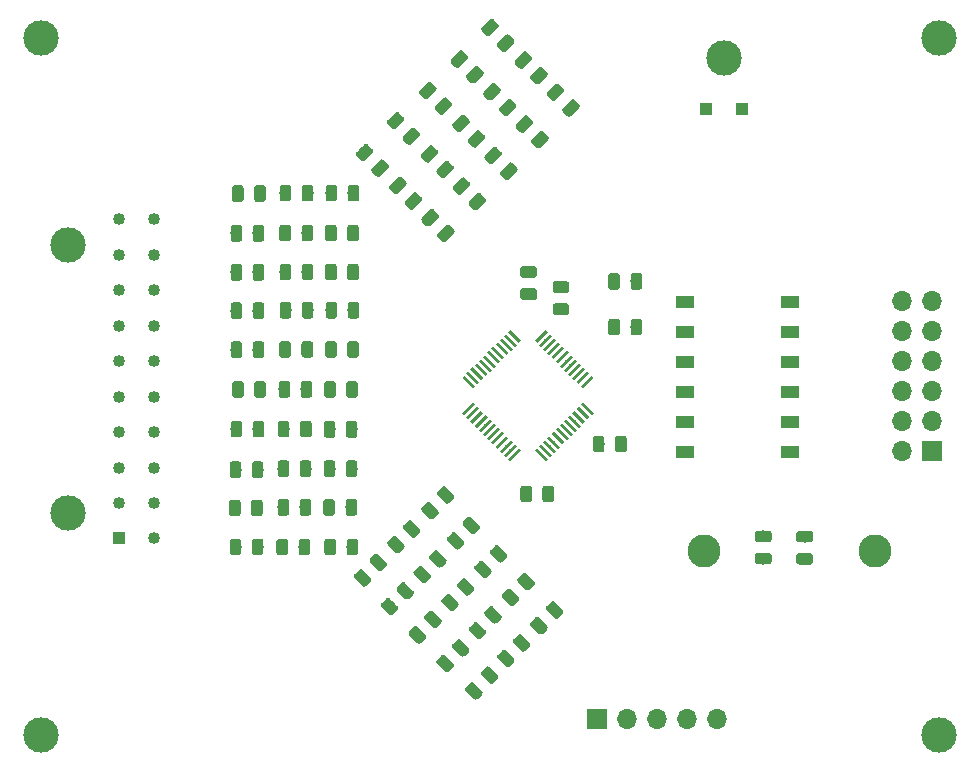
<source format=gbr>
%TF.GenerationSoftware,KiCad,Pcbnew,(5.0.0)*%
%TF.CreationDate,2019-02-15T19:53:55-06:00*%
%TF.ProjectId,BPSTemperature,42505354656D70657261747572652E6B,rev?*%
%TF.SameCoordinates,Original*%
%TF.FileFunction,Soldermask,Top*%
%TF.FilePolarity,Negative*%
%FSLAX46Y46*%
G04 Gerber Fmt 4.6, Leading zero omitted, Abs format (unit mm)*
G04 Created by KiCad (PCBNEW (5.0.0)) date 02/15/19 19:53:55*
%MOMM*%
%LPD*%
G01*
G04 APERTURE LIST*
%ADD10R,1.700000X1.700000*%
%ADD11O,1.700000X1.700000*%
%ADD12C,2.800000*%
%ADD13C,3.000000*%
%ADD14R,1.020000X1.020000*%
%ADD15C,1.020000*%
%ADD16C,0.100000*%
%ADD17C,0.975000*%
%ADD18R,1.500000X1.100000*%
%ADD19C,0.250000*%
%ADD20R,1.000000X1.000000*%
G04 APERTURE END LIST*
D10*
X131400000Y-108000000D03*
D11*
X128860000Y-108000000D03*
X131400000Y-105460000D03*
X128860000Y-105460000D03*
X131400000Y-102920000D03*
X128860000Y-102920000D03*
X131400000Y-100380000D03*
X128860000Y-100380000D03*
X131400000Y-97840000D03*
X128860000Y-97840000D03*
X131400000Y-95300000D03*
X128860000Y-95300000D03*
D12*
X126600000Y-116400000D03*
X112100000Y-116400000D03*
D13*
X58273000Y-113206500D03*
X58273000Y-90506500D03*
D14*
X62593000Y-115366500D03*
D15*
X62593000Y-88346500D03*
X62593000Y-112366500D03*
X62593000Y-109366500D03*
X62593000Y-106366500D03*
X62593000Y-103366500D03*
X62593000Y-100366500D03*
X62593000Y-97366500D03*
X62593000Y-94366500D03*
X62593000Y-91366500D03*
X65593000Y-91366500D03*
X65593000Y-97366500D03*
X65593000Y-94366500D03*
X65593000Y-100366500D03*
X65593000Y-88346500D03*
X65593000Y-106366500D03*
X65593000Y-103366500D03*
X65593000Y-109366500D03*
X65593000Y-112366500D03*
X65593000Y-115366500D03*
D16*
G36*
X99725890Y-76847932D02*
X99749551Y-76851442D01*
X99772755Y-76857254D01*
X99795277Y-76865312D01*
X99816901Y-76875540D01*
X99837418Y-76887837D01*
X99856631Y-76902087D01*
X99874355Y-76918151D01*
X100219070Y-77262866D01*
X100235134Y-77280590D01*
X100249384Y-77299803D01*
X100261681Y-77320320D01*
X100271909Y-77341944D01*
X100279967Y-77364466D01*
X100285779Y-77387670D01*
X100289289Y-77411331D01*
X100290463Y-77435223D01*
X100289289Y-77459115D01*
X100285779Y-77482776D01*
X100279967Y-77505980D01*
X100271909Y-77528502D01*
X100261681Y-77550126D01*
X100249384Y-77570643D01*
X100235134Y-77589856D01*
X100219070Y-77607580D01*
X99573835Y-78252815D01*
X99556111Y-78268879D01*
X99536898Y-78283129D01*
X99516381Y-78295426D01*
X99494757Y-78305654D01*
X99472235Y-78313712D01*
X99449031Y-78319524D01*
X99425370Y-78323034D01*
X99401478Y-78324208D01*
X99377586Y-78323034D01*
X99353925Y-78319524D01*
X99330721Y-78313712D01*
X99308199Y-78305654D01*
X99286575Y-78295426D01*
X99266058Y-78283129D01*
X99246845Y-78268879D01*
X99229121Y-78252815D01*
X98884406Y-77908100D01*
X98868342Y-77890376D01*
X98854092Y-77871163D01*
X98841795Y-77850646D01*
X98831567Y-77829022D01*
X98823509Y-77806500D01*
X98817697Y-77783296D01*
X98814187Y-77759635D01*
X98813013Y-77735743D01*
X98814187Y-77711851D01*
X98817697Y-77688190D01*
X98823509Y-77664986D01*
X98831567Y-77642464D01*
X98841795Y-77620840D01*
X98854092Y-77600323D01*
X98868342Y-77581110D01*
X98884406Y-77563386D01*
X99529641Y-76918151D01*
X99547365Y-76902087D01*
X99566578Y-76887837D01*
X99587095Y-76875540D01*
X99608719Y-76865312D01*
X99631241Y-76857254D01*
X99654445Y-76851442D01*
X99678106Y-76847932D01*
X99701998Y-76846758D01*
X99725890Y-76847932D01*
X99725890Y-76847932D01*
G37*
D17*
X99551738Y-77585483D03*
D16*
G36*
X101051716Y-78173758D02*
X101075377Y-78177268D01*
X101098581Y-78183080D01*
X101121103Y-78191138D01*
X101142727Y-78201366D01*
X101163244Y-78213663D01*
X101182457Y-78227913D01*
X101200181Y-78243977D01*
X101544896Y-78588692D01*
X101560960Y-78606416D01*
X101575210Y-78625629D01*
X101587507Y-78646146D01*
X101597735Y-78667770D01*
X101605793Y-78690292D01*
X101611605Y-78713496D01*
X101615115Y-78737157D01*
X101616289Y-78761049D01*
X101615115Y-78784941D01*
X101611605Y-78808602D01*
X101605793Y-78831806D01*
X101597735Y-78854328D01*
X101587507Y-78875952D01*
X101575210Y-78896469D01*
X101560960Y-78915682D01*
X101544896Y-78933406D01*
X100899661Y-79578641D01*
X100881937Y-79594705D01*
X100862724Y-79608955D01*
X100842207Y-79621252D01*
X100820583Y-79631480D01*
X100798061Y-79639538D01*
X100774857Y-79645350D01*
X100751196Y-79648860D01*
X100727304Y-79650034D01*
X100703412Y-79648860D01*
X100679751Y-79645350D01*
X100656547Y-79639538D01*
X100634025Y-79631480D01*
X100612401Y-79621252D01*
X100591884Y-79608955D01*
X100572671Y-79594705D01*
X100554947Y-79578641D01*
X100210232Y-79233926D01*
X100194168Y-79216202D01*
X100179918Y-79196989D01*
X100167621Y-79176472D01*
X100157393Y-79154848D01*
X100149335Y-79132326D01*
X100143523Y-79109122D01*
X100140013Y-79085461D01*
X100138839Y-79061569D01*
X100140013Y-79037677D01*
X100143523Y-79014016D01*
X100149335Y-78990812D01*
X100157393Y-78968290D01*
X100167621Y-78946666D01*
X100179918Y-78926149D01*
X100194168Y-78906936D01*
X100210232Y-78889212D01*
X100855467Y-78243977D01*
X100873191Y-78227913D01*
X100892404Y-78213663D01*
X100912921Y-78201366D01*
X100934545Y-78191138D01*
X100957067Y-78183080D01*
X100980271Y-78177268D01*
X101003932Y-78173758D01*
X101027824Y-78172584D01*
X101051716Y-78173758D01*
X101051716Y-78173758D01*
G37*
D17*
X100877564Y-78911309D03*
D16*
G36*
X98410647Y-80862271D02*
X98434308Y-80865781D01*
X98457512Y-80871593D01*
X98480034Y-80879651D01*
X98501658Y-80889879D01*
X98522175Y-80902176D01*
X98541388Y-80916426D01*
X98559112Y-80932490D01*
X98903827Y-81277205D01*
X98919891Y-81294929D01*
X98934141Y-81314142D01*
X98946438Y-81334659D01*
X98956666Y-81356283D01*
X98964724Y-81378805D01*
X98970536Y-81402009D01*
X98974046Y-81425670D01*
X98975220Y-81449562D01*
X98974046Y-81473454D01*
X98970536Y-81497115D01*
X98964724Y-81520319D01*
X98956666Y-81542841D01*
X98946438Y-81564465D01*
X98934141Y-81584982D01*
X98919891Y-81604195D01*
X98903827Y-81621919D01*
X98258592Y-82267154D01*
X98240868Y-82283218D01*
X98221655Y-82297468D01*
X98201138Y-82309765D01*
X98179514Y-82319993D01*
X98156992Y-82328051D01*
X98133788Y-82333863D01*
X98110127Y-82337373D01*
X98086235Y-82338547D01*
X98062343Y-82337373D01*
X98038682Y-82333863D01*
X98015478Y-82328051D01*
X97992956Y-82319993D01*
X97971332Y-82309765D01*
X97950815Y-82297468D01*
X97931602Y-82283218D01*
X97913878Y-82267154D01*
X97569163Y-81922439D01*
X97553099Y-81904715D01*
X97538849Y-81885502D01*
X97526552Y-81864985D01*
X97516324Y-81843361D01*
X97508266Y-81820839D01*
X97502454Y-81797635D01*
X97498944Y-81773974D01*
X97497770Y-81750082D01*
X97498944Y-81726190D01*
X97502454Y-81702529D01*
X97508266Y-81679325D01*
X97516324Y-81656803D01*
X97526552Y-81635179D01*
X97538849Y-81614662D01*
X97553099Y-81595449D01*
X97569163Y-81577725D01*
X98214398Y-80932490D01*
X98232122Y-80916426D01*
X98251335Y-80902176D01*
X98271852Y-80889879D01*
X98293476Y-80879651D01*
X98315998Y-80871593D01*
X98339202Y-80865781D01*
X98362863Y-80862271D01*
X98386755Y-80861097D01*
X98410647Y-80862271D01*
X98410647Y-80862271D01*
G37*
D17*
X98236495Y-81599822D03*
D16*
G36*
X97084821Y-79536445D02*
X97108482Y-79539955D01*
X97131686Y-79545767D01*
X97154208Y-79553825D01*
X97175832Y-79564053D01*
X97196349Y-79576350D01*
X97215562Y-79590600D01*
X97233286Y-79606664D01*
X97578001Y-79951379D01*
X97594065Y-79969103D01*
X97608315Y-79988316D01*
X97620612Y-80008833D01*
X97630840Y-80030457D01*
X97638898Y-80052979D01*
X97644710Y-80076183D01*
X97648220Y-80099844D01*
X97649394Y-80123736D01*
X97648220Y-80147628D01*
X97644710Y-80171289D01*
X97638898Y-80194493D01*
X97630840Y-80217015D01*
X97620612Y-80238639D01*
X97608315Y-80259156D01*
X97594065Y-80278369D01*
X97578001Y-80296093D01*
X96932766Y-80941328D01*
X96915042Y-80957392D01*
X96895829Y-80971642D01*
X96875312Y-80983939D01*
X96853688Y-80994167D01*
X96831166Y-81002225D01*
X96807962Y-81008037D01*
X96784301Y-81011547D01*
X96760409Y-81012721D01*
X96736517Y-81011547D01*
X96712856Y-81008037D01*
X96689652Y-81002225D01*
X96667130Y-80994167D01*
X96645506Y-80983939D01*
X96624989Y-80971642D01*
X96605776Y-80957392D01*
X96588052Y-80941328D01*
X96243337Y-80596613D01*
X96227273Y-80578889D01*
X96213023Y-80559676D01*
X96200726Y-80539159D01*
X96190498Y-80517535D01*
X96182440Y-80495013D01*
X96176628Y-80471809D01*
X96173118Y-80448148D01*
X96171944Y-80424256D01*
X96173118Y-80400364D01*
X96176628Y-80376703D01*
X96182440Y-80353499D01*
X96190498Y-80330977D01*
X96200726Y-80309353D01*
X96213023Y-80288836D01*
X96227273Y-80269623D01*
X96243337Y-80251899D01*
X96888572Y-79606664D01*
X96906296Y-79590600D01*
X96925509Y-79576350D01*
X96946026Y-79564053D01*
X96967650Y-79553825D01*
X96990172Y-79545767D01*
X97013376Y-79539955D01*
X97037037Y-79536445D01*
X97060929Y-79535271D01*
X97084821Y-79536445D01*
X97084821Y-79536445D01*
G37*
D17*
X96910669Y-80273996D03*
D16*
G36*
X94451880Y-82207926D02*
X94475541Y-82211436D01*
X94498745Y-82217248D01*
X94521267Y-82225306D01*
X94542891Y-82235534D01*
X94563408Y-82247831D01*
X94582621Y-82262081D01*
X94600345Y-82278145D01*
X94945060Y-82622860D01*
X94961124Y-82640584D01*
X94975374Y-82659797D01*
X94987671Y-82680314D01*
X94997899Y-82701938D01*
X95005957Y-82724460D01*
X95011769Y-82747664D01*
X95015279Y-82771325D01*
X95016453Y-82795217D01*
X95015279Y-82819109D01*
X95011769Y-82842770D01*
X95005957Y-82865974D01*
X94997899Y-82888496D01*
X94987671Y-82910120D01*
X94975374Y-82930637D01*
X94961124Y-82949850D01*
X94945060Y-82967574D01*
X94299825Y-83612809D01*
X94282101Y-83628873D01*
X94262888Y-83643123D01*
X94242371Y-83655420D01*
X94220747Y-83665648D01*
X94198225Y-83673706D01*
X94175021Y-83679518D01*
X94151360Y-83683028D01*
X94127468Y-83684202D01*
X94103576Y-83683028D01*
X94079915Y-83679518D01*
X94056711Y-83673706D01*
X94034189Y-83665648D01*
X94012565Y-83655420D01*
X93992048Y-83643123D01*
X93972835Y-83628873D01*
X93955111Y-83612809D01*
X93610396Y-83268094D01*
X93594332Y-83250370D01*
X93580082Y-83231157D01*
X93567785Y-83210640D01*
X93557557Y-83189016D01*
X93549499Y-83166494D01*
X93543687Y-83143290D01*
X93540177Y-83119629D01*
X93539003Y-83095737D01*
X93540177Y-83071845D01*
X93543687Y-83048184D01*
X93549499Y-83024980D01*
X93557557Y-83002458D01*
X93567785Y-82980834D01*
X93580082Y-82960317D01*
X93594332Y-82941104D01*
X93610396Y-82923380D01*
X94255631Y-82278145D01*
X94273355Y-82262081D01*
X94292568Y-82247831D01*
X94313085Y-82235534D01*
X94334709Y-82225306D01*
X94357231Y-82217248D01*
X94380435Y-82211436D01*
X94404096Y-82207926D01*
X94427988Y-82206752D01*
X94451880Y-82207926D01*
X94451880Y-82207926D01*
G37*
D17*
X94277728Y-82945477D03*
D16*
G36*
X95777706Y-83533752D02*
X95801367Y-83537262D01*
X95824571Y-83543074D01*
X95847093Y-83551132D01*
X95868717Y-83561360D01*
X95889234Y-83573657D01*
X95908447Y-83587907D01*
X95926171Y-83603971D01*
X96270886Y-83948686D01*
X96286950Y-83966410D01*
X96301200Y-83985623D01*
X96313497Y-84006140D01*
X96323725Y-84027764D01*
X96331783Y-84050286D01*
X96337595Y-84073490D01*
X96341105Y-84097151D01*
X96342279Y-84121043D01*
X96341105Y-84144935D01*
X96337595Y-84168596D01*
X96331783Y-84191800D01*
X96323725Y-84214322D01*
X96313497Y-84235946D01*
X96301200Y-84256463D01*
X96286950Y-84275676D01*
X96270886Y-84293400D01*
X95625651Y-84938635D01*
X95607927Y-84954699D01*
X95588714Y-84968949D01*
X95568197Y-84981246D01*
X95546573Y-84991474D01*
X95524051Y-84999532D01*
X95500847Y-85005344D01*
X95477186Y-85008854D01*
X95453294Y-85010028D01*
X95429402Y-85008854D01*
X95405741Y-85005344D01*
X95382537Y-84999532D01*
X95360015Y-84991474D01*
X95338391Y-84981246D01*
X95317874Y-84968949D01*
X95298661Y-84954699D01*
X95280937Y-84938635D01*
X94936222Y-84593920D01*
X94920158Y-84576196D01*
X94905908Y-84556983D01*
X94893611Y-84536466D01*
X94883383Y-84514842D01*
X94875325Y-84492320D01*
X94869513Y-84469116D01*
X94866003Y-84445455D01*
X94864829Y-84421563D01*
X94866003Y-84397671D01*
X94869513Y-84374010D01*
X94875325Y-84350806D01*
X94883383Y-84328284D01*
X94893611Y-84306660D01*
X94905908Y-84286143D01*
X94920158Y-84266930D01*
X94936222Y-84249206D01*
X95581457Y-83603971D01*
X95599181Y-83587907D01*
X95618394Y-83573657D01*
X95638911Y-83561360D01*
X95660535Y-83551132D01*
X95683057Y-83543074D01*
X95706261Y-83537262D01*
X95729922Y-83533752D01*
X95753814Y-83532578D01*
X95777706Y-83533752D01*
X95777706Y-83533752D01*
G37*
D17*
X95603554Y-84271303D03*
D16*
G36*
X93105775Y-86115275D02*
X93129436Y-86118785D01*
X93152640Y-86124597D01*
X93175162Y-86132655D01*
X93196786Y-86142883D01*
X93217303Y-86155180D01*
X93236516Y-86169430D01*
X93254240Y-86185494D01*
X93598955Y-86530209D01*
X93615019Y-86547933D01*
X93629269Y-86567146D01*
X93641566Y-86587663D01*
X93651794Y-86609287D01*
X93659852Y-86631809D01*
X93665664Y-86655013D01*
X93669174Y-86678674D01*
X93670348Y-86702566D01*
X93669174Y-86726458D01*
X93665664Y-86750119D01*
X93659852Y-86773323D01*
X93651794Y-86795845D01*
X93641566Y-86817469D01*
X93629269Y-86837986D01*
X93615019Y-86857199D01*
X93598955Y-86874923D01*
X92953720Y-87520158D01*
X92935996Y-87536222D01*
X92916783Y-87550472D01*
X92896266Y-87562769D01*
X92874642Y-87572997D01*
X92852120Y-87581055D01*
X92828916Y-87586867D01*
X92805255Y-87590377D01*
X92781363Y-87591551D01*
X92757471Y-87590377D01*
X92733810Y-87586867D01*
X92710606Y-87581055D01*
X92688084Y-87572997D01*
X92666460Y-87562769D01*
X92645943Y-87550472D01*
X92626730Y-87536222D01*
X92609006Y-87520158D01*
X92264291Y-87175443D01*
X92248227Y-87157719D01*
X92233977Y-87138506D01*
X92221680Y-87117989D01*
X92211452Y-87096365D01*
X92203394Y-87073843D01*
X92197582Y-87050639D01*
X92194072Y-87026978D01*
X92192898Y-87003086D01*
X92194072Y-86979194D01*
X92197582Y-86955533D01*
X92203394Y-86932329D01*
X92211452Y-86909807D01*
X92221680Y-86888183D01*
X92233977Y-86867666D01*
X92248227Y-86848453D01*
X92264291Y-86830729D01*
X92909526Y-86185494D01*
X92927250Y-86169430D01*
X92946463Y-86155180D01*
X92966980Y-86142883D01*
X92988604Y-86132655D01*
X93011126Y-86124597D01*
X93034330Y-86118785D01*
X93057991Y-86115275D01*
X93081883Y-86114101D01*
X93105775Y-86115275D01*
X93105775Y-86115275D01*
G37*
D17*
X92931623Y-86852826D03*
D16*
G36*
X91779949Y-84789449D02*
X91803610Y-84792959D01*
X91826814Y-84798771D01*
X91849336Y-84806829D01*
X91870960Y-84817057D01*
X91891477Y-84829354D01*
X91910690Y-84843604D01*
X91928414Y-84859668D01*
X92273129Y-85204383D01*
X92289193Y-85222107D01*
X92303443Y-85241320D01*
X92315740Y-85261837D01*
X92325968Y-85283461D01*
X92334026Y-85305983D01*
X92339838Y-85329187D01*
X92343348Y-85352848D01*
X92344522Y-85376740D01*
X92343348Y-85400632D01*
X92339838Y-85424293D01*
X92334026Y-85447497D01*
X92325968Y-85470019D01*
X92315740Y-85491643D01*
X92303443Y-85512160D01*
X92289193Y-85531373D01*
X92273129Y-85549097D01*
X91627894Y-86194332D01*
X91610170Y-86210396D01*
X91590957Y-86224646D01*
X91570440Y-86236943D01*
X91548816Y-86247171D01*
X91526294Y-86255229D01*
X91503090Y-86261041D01*
X91479429Y-86264551D01*
X91455537Y-86265725D01*
X91431645Y-86264551D01*
X91407984Y-86261041D01*
X91384780Y-86255229D01*
X91362258Y-86247171D01*
X91340634Y-86236943D01*
X91320117Y-86224646D01*
X91300904Y-86210396D01*
X91283180Y-86194332D01*
X90938465Y-85849617D01*
X90922401Y-85831893D01*
X90908151Y-85812680D01*
X90895854Y-85792163D01*
X90885626Y-85770539D01*
X90877568Y-85748017D01*
X90871756Y-85724813D01*
X90868246Y-85701152D01*
X90867072Y-85677260D01*
X90868246Y-85653368D01*
X90871756Y-85629707D01*
X90877568Y-85606503D01*
X90885626Y-85583981D01*
X90895854Y-85562357D01*
X90908151Y-85541840D01*
X90922401Y-85522627D01*
X90938465Y-85504903D01*
X91583700Y-84859668D01*
X91601424Y-84843604D01*
X91620637Y-84829354D01*
X91641154Y-84817057D01*
X91662778Y-84806829D01*
X91685300Y-84798771D01*
X91708504Y-84792959D01*
X91732165Y-84789449D01*
X91756057Y-84788275D01*
X91779949Y-84789449D01*
X91779949Y-84789449D01*
G37*
D17*
X91605797Y-85527000D03*
D16*
G36*
X89119630Y-87472176D02*
X89143291Y-87475686D01*
X89166495Y-87481498D01*
X89189017Y-87489556D01*
X89210641Y-87499784D01*
X89231158Y-87512081D01*
X89250371Y-87526331D01*
X89268095Y-87542395D01*
X89612810Y-87887110D01*
X89628874Y-87904834D01*
X89643124Y-87924047D01*
X89655421Y-87944564D01*
X89665649Y-87966188D01*
X89673707Y-87988710D01*
X89679519Y-88011914D01*
X89683029Y-88035575D01*
X89684203Y-88059467D01*
X89683029Y-88083359D01*
X89679519Y-88107020D01*
X89673707Y-88130224D01*
X89665649Y-88152746D01*
X89655421Y-88174370D01*
X89643124Y-88194887D01*
X89628874Y-88214100D01*
X89612810Y-88231824D01*
X88967575Y-88877059D01*
X88949851Y-88893123D01*
X88930638Y-88907373D01*
X88910121Y-88919670D01*
X88888497Y-88929898D01*
X88865975Y-88937956D01*
X88842771Y-88943768D01*
X88819110Y-88947278D01*
X88795218Y-88948452D01*
X88771326Y-88947278D01*
X88747665Y-88943768D01*
X88724461Y-88937956D01*
X88701939Y-88929898D01*
X88680315Y-88919670D01*
X88659798Y-88907373D01*
X88640585Y-88893123D01*
X88622861Y-88877059D01*
X88278146Y-88532344D01*
X88262082Y-88514620D01*
X88247832Y-88495407D01*
X88235535Y-88474890D01*
X88225307Y-88453266D01*
X88217249Y-88430744D01*
X88211437Y-88407540D01*
X88207927Y-88383879D01*
X88206753Y-88359987D01*
X88207927Y-88336095D01*
X88211437Y-88312434D01*
X88217249Y-88289230D01*
X88225307Y-88266708D01*
X88235535Y-88245084D01*
X88247832Y-88224567D01*
X88262082Y-88205354D01*
X88278146Y-88187630D01*
X88923381Y-87542395D01*
X88941105Y-87526331D01*
X88960318Y-87512081D01*
X88980835Y-87499784D01*
X89002459Y-87489556D01*
X89024981Y-87481498D01*
X89048185Y-87475686D01*
X89071846Y-87472176D01*
X89095738Y-87471002D01*
X89119630Y-87472176D01*
X89119630Y-87472176D01*
G37*
D17*
X88945478Y-88209727D03*
D16*
G36*
X90445456Y-88798002D02*
X90469117Y-88801512D01*
X90492321Y-88807324D01*
X90514843Y-88815382D01*
X90536467Y-88825610D01*
X90556984Y-88837907D01*
X90576197Y-88852157D01*
X90593921Y-88868221D01*
X90938636Y-89212936D01*
X90954700Y-89230660D01*
X90968950Y-89249873D01*
X90981247Y-89270390D01*
X90991475Y-89292014D01*
X90999533Y-89314536D01*
X91005345Y-89337740D01*
X91008855Y-89361401D01*
X91010029Y-89385293D01*
X91008855Y-89409185D01*
X91005345Y-89432846D01*
X90999533Y-89456050D01*
X90991475Y-89478572D01*
X90981247Y-89500196D01*
X90968950Y-89520713D01*
X90954700Y-89539926D01*
X90938636Y-89557650D01*
X90293401Y-90202885D01*
X90275677Y-90218949D01*
X90256464Y-90233199D01*
X90235947Y-90245496D01*
X90214323Y-90255724D01*
X90191801Y-90263782D01*
X90168597Y-90269594D01*
X90144936Y-90273104D01*
X90121044Y-90274278D01*
X90097152Y-90273104D01*
X90073491Y-90269594D01*
X90050287Y-90263782D01*
X90027765Y-90255724D01*
X90006141Y-90245496D01*
X89985624Y-90233199D01*
X89966411Y-90218949D01*
X89948687Y-90202885D01*
X89603972Y-89858170D01*
X89587908Y-89840446D01*
X89573658Y-89821233D01*
X89561361Y-89800716D01*
X89551133Y-89779092D01*
X89543075Y-89756570D01*
X89537263Y-89733366D01*
X89533753Y-89709705D01*
X89532579Y-89685813D01*
X89533753Y-89661921D01*
X89537263Y-89638260D01*
X89543075Y-89615056D01*
X89551133Y-89592534D01*
X89561361Y-89570910D01*
X89573658Y-89550393D01*
X89587908Y-89531180D01*
X89603972Y-89513456D01*
X90249207Y-88868221D01*
X90266931Y-88852157D01*
X90286144Y-88837907D01*
X90306661Y-88825610D01*
X90328285Y-88815382D01*
X90350807Y-88807324D01*
X90374011Y-88801512D01*
X90397672Y-88798002D01*
X90421564Y-88796828D01*
X90445456Y-88798002D01*
X90445456Y-88798002D01*
G37*
D17*
X90271304Y-89535553D03*
D16*
G36*
X82717705Y-85429089D02*
X82741366Y-85432599D01*
X82764570Y-85438411D01*
X82787092Y-85446469D01*
X82808716Y-85456697D01*
X82829233Y-85468994D01*
X82848446Y-85483244D01*
X82866170Y-85499308D01*
X82882234Y-85517032D01*
X82896484Y-85536245D01*
X82908781Y-85556762D01*
X82919009Y-85578386D01*
X82927067Y-85600908D01*
X82932879Y-85624112D01*
X82936389Y-85647773D01*
X82937563Y-85671665D01*
X82937563Y-86584165D01*
X82936389Y-86608057D01*
X82932879Y-86631718D01*
X82927067Y-86654922D01*
X82919009Y-86677444D01*
X82908781Y-86699068D01*
X82896484Y-86719585D01*
X82882234Y-86738798D01*
X82866170Y-86756522D01*
X82848446Y-86772586D01*
X82829233Y-86786836D01*
X82808716Y-86799133D01*
X82787092Y-86809361D01*
X82764570Y-86817419D01*
X82741366Y-86823231D01*
X82717705Y-86826741D01*
X82693813Y-86827915D01*
X82206313Y-86827915D01*
X82182421Y-86826741D01*
X82158760Y-86823231D01*
X82135556Y-86817419D01*
X82113034Y-86809361D01*
X82091410Y-86799133D01*
X82070893Y-86786836D01*
X82051680Y-86772586D01*
X82033956Y-86756522D01*
X82017892Y-86738798D01*
X82003642Y-86719585D01*
X81991345Y-86699068D01*
X81981117Y-86677444D01*
X81973059Y-86654922D01*
X81967247Y-86631718D01*
X81963737Y-86608057D01*
X81962563Y-86584165D01*
X81962563Y-85671665D01*
X81963737Y-85647773D01*
X81967247Y-85624112D01*
X81973059Y-85600908D01*
X81981117Y-85578386D01*
X81991345Y-85556762D01*
X82003642Y-85536245D01*
X82017892Y-85517032D01*
X82033956Y-85499308D01*
X82051680Y-85483244D01*
X82070893Y-85468994D01*
X82091410Y-85456697D01*
X82113034Y-85446469D01*
X82135556Y-85438411D01*
X82158760Y-85432599D01*
X82182421Y-85429089D01*
X82206313Y-85427915D01*
X82693813Y-85427915D01*
X82717705Y-85429089D01*
X82717705Y-85429089D01*
G37*
D17*
X82450063Y-86127915D03*
D16*
G36*
X80842705Y-85429089D02*
X80866366Y-85432599D01*
X80889570Y-85438411D01*
X80912092Y-85446469D01*
X80933716Y-85456697D01*
X80954233Y-85468994D01*
X80973446Y-85483244D01*
X80991170Y-85499308D01*
X81007234Y-85517032D01*
X81021484Y-85536245D01*
X81033781Y-85556762D01*
X81044009Y-85578386D01*
X81052067Y-85600908D01*
X81057879Y-85624112D01*
X81061389Y-85647773D01*
X81062563Y-85671665D01*
X81062563Y-86584165D01*
X81061389Y-86608057D01*
X81057879Y-86631718D01*
X81052067Y-86654922D01*
X81044009Y-86677444D01*
X81033781Y-86699068D01*
X81021484Y-86719585D01*
X81007234Y-86738798D01*
X80991170Y-86756522D01*
X80973446Y-86772586D01*
X80954233Y-86786836D01*
X80933716Y-86799133D01*
X80912092Y-86809361D01*
X80889570Y-86817419D01*
X80866366Y-86823231D01*
X80842705Y-86826741D01*
X80818813Y-86827915D01*
X80331313Y-86827915D01*
X80307421Y-86826741D01*
X80283760Y-86823231D01*
X80260556Y-86817419D01*
X80238034Y-86809361D01*
X80216410Y-86799133D01*
X80195893Y-86786836D01*
X80176680Y-86772586D01*
X80158956Y-86756522D01*
X80142892Y-86738798D01*
X80128642Y-86719585D01*
X80116345Y-86699068D01*
X80106117Y-86677444D01*
X80098059Y-86654922D01*
X80092247Y-86631718D01*
X80088737Y-86608057D01*
X80087563Y-86584165D01*
X80087563Y-85671665D01*
X80088737Y-85647773D01*
X80092247Y-85624112D01*
X80098059Y-85600908D01*
X80106117Y-85578386D01*
X80116345Y-85556762D01*
X80128642Y-85536245D01*
X80142892Y-85517032D01*
X80158956Y-85499308D01*
X80176680Y-85483244D01*
X80195893Y-85468994D01*
X80216410Y-85456697D01*
X80238034Y-85446469D01*
X80260556Y-85438411D01*
X80283760Y-85432599D01*
X80307421Y-85429089D01*
X80331313Y-85427915D01*
X80818813Y-85427915D01*
X80842705Y-85429089D01*
X80842705Y-85429089D01*
G37*
D17*
X80575063Y-86127915D03*
D16*
G36*
X80805440Y-88813305D02*
X80829101Y-88816815D01*
X80852305Y-88822627D01*
X80874827Y-88830685D01*
X80896451Y-88840913D01*
X80916968Y-88853210D01*
X80936181Y-88867460D01*
X80953905Y-88883524D01*
X80969969Y-88901248D01*
X80984219Y-88920461D01*
X80996516Y-88940978D01*
X81006744Y-88962602D01*
X81014802Y-88985124D01*
X81020614Y-89008328D01*
X81024124Y-89031989D01*
X81025298Y-89055881D01*
X81025298Y-89968381D01*
X81024124Y-89992273D01*
X81020614Y-90015934D01*
X81014802Y-90039138D01*
X81006744Y-90061660D01*
X80996516Y-90083284D01*
X80984219Y-90103801D01*
X80969969Y-90123014D01*
X80953905Y-90140738D01*
X80936181Y-90156802D01*
X80916968Y-90171052D01*
X80896451Y-90183349D01*
X80874827Y-90193577D01*
X80852305Y-90201635D01*
X80829101Y-90207447D01*
X80805440Y-90210957D01*
X80781548Y-90212131D01*
X80294048Y-90212131D01*
X80270156Y-90210957D01*
X80246495Y-90207447D01*
X80223291Y-90201635D01*
X80200769Y-90193577D01*
X80179145Y-90183349D01*
X80158628Y-90171052D01*
X80139415Y-90156802D01*
X80121691Y-90140738D01*
X80105627Y-90123014D01*
X80091377Y-90103801D01*
X80079080Y-90083284D01*
X80068852Y-90061660D01*
X80060794Y-90039138D01*
X80054982Y-90015934D01*
X80051472Y-89992273D01*
X80050298Y-89968381D01*
X80050298Y-89055881D01*
X80051472Y-89031989D01*
X80054982Y-89008328D01*
X80060794Y-88985124D01*
X80068852Y-88962602D01*
X80079080Y-88940978D01*
X80091377Y-88920461D01*
X80105627Y-88901248D01*
X80121691Y-88883524D01*
X80139415Y-88867460D01*
X80158628Y-88853210D01*
X80179145Y-88840913D01*
X80200769Y-88830685D01*
X80223291Y-88822627D01*
X80246495Y-88816815D01*
X80270156Y-88813305D01*
X80294048Y-88812131D01*
X80781548Y-88812131D01*
X80805440Y-88813305D01*
X80805440Y-88813305D01*
G37*
D17*
X80537798Y-89512131D03*
D16*
G36*
X82680440Y-88813305D02*
X82704101Y-88816815D01*
X82727305Y-88822627D01*
X82749827Y-88830685D01*
X82771451Y-88840913D01*
X82791968Y-88853210D01*
X82811181Y-88867460D01*
X82828905Y-88883524D01*
X82844969Y-88901248D01*
X82859219Y-88920461D01*
X82871516Y-88940978D01*
X82881744Y-88962602D01*
X82889802Y-88985124D01*
X82895614Y-89008328D01*
X82899124Y-89031989D01*
X82900298Y-89055881D01*
X82900298Y-89968381D01*
X82899124Y-89992273D01*
X82895614Y-90015934D01*
X82889802Y-90039138D01*
X82881744Y-90061660D01*
X82871516Y-90083284D01*
X82859219Y-90103801D01*
X82844969Y-90123014D01*
X82828905Y-90140738D01*
X82811181Y-90156802D01*
X82791968Y-90171052D01*
X82771451Y-90183349D01*
X82749827Y-90193577D01*
X82727305Y-90201635D01*
X82704101Y-90207447D01*
X82680440Y-90210957D01*
X82656548Y-90212131D01*
X82169048Y-90212131D01*
X82145156Y-90210957D01*
X82121495Y-90207447D01*
X82098291Y-90201635D01*
X82075769Y-90193577D01*
X82054145Y-90183349D01*
X82033628Y-90171052D01*
X82014415Y-90156802D01*
X81996691Y-90140738D01*
X81980627Y-90123014D01*
X81966377Y-90103801D01*
X81954080Y-90083284D01*
X81943852Y-90061660D01*
X81935794Y-90039138D01*
X81929982Y-90015934D01*
X81926472Y-89992273D01*
X81925298Y-89968381D01*
X81925298Y-89055881D01*
X81926472Y-89031989D01*
X81929982Y-89008328D01*
X81935794Y-88985124D01*
X81943852Y-88962602D01*
X81954080Y-88940978D01*
X81966377Y-88920461D01*
X81980627Y-88901248D01*
X81996691Y-88883524D01*
X82014415Y-88867460D01*
X82033628Y-88853210D01*
X82054145Y-88840913D01*
X82075769Y-88830685D01*
X82098291Y-88822627D01*
X82121495Y-88816815D01*
X82145156Y-88813305D01*
X82169048Y-88812131D01*
X82656548Y-88812131D01*
X82680440Y-88813305D01*
X82680440Y-88813305D01*
G37*
D17*
X82412798Y-89512131D03*
D16*
G36*
X82682445Y-92111119D02*
X82706106Y-92114629D01*
X82729310Y-92120441D01*
X82751832Y-92128499D01*
X82773456Y-92138727D01*
X82793973Y-92151024D01*
X82813186Y-92165274D01*
X82830910Y-92181338D01*
X82846974Y-92199062D01*
X82861224Y-92218275D01*
X82873521Y-92238792D01*
X82883749Y-92260416D01*
X82891807Y-92282938D01*
X82897619Y-92306142D01*
X82901129Y-92329803D01*
X82902303Y-92353695D01*
X82902303Y-93266195D01*
X82901129Y-93290087D01*
X82897619Y-93313748D01*
X82891807Y-93336952D01*
X82883749Y-93359474D01*
X82873521Y-93381098D01*
X82861224Y-93401615D01*
X82846974Y-93420828D01*
X82830910Y-93438552D01*
X82813186Y-93454616D01*
X82793973Y-93468866D01*
X82773456Y-93481163D01*
X82751832Y-93491391D01*
X82729310Y-93499449D01*
X82706106Y-93505261D01*
X82682445Y-93508771D01*
X82658553Y-93509945D01*
X82171053Y-93509945D01*
X82147161Y-93508771D01*
X82123500Y-93505261D01*
X82100296Y-93499449D01*
X82077774Y-93491391D01*
X82056150Y-93481163D01*
X82035633Y-93468866D01*
X82016420Y-93454616D01*
X81998696Y-93438552D01*
X81982632Y-93420828D01*
X81968382Y-93401615D01*
X81956085Y-93381098D01*
X81945857Y-93359474D01*
X81937799Y-93336952D01*
X81931987Y-93313748D01*
X81928477Y-93290087D01*
X81927303Y-93266195D01*
X81927303Y-92353695D01*
X81928477Y-92329803D01*
X81931987Y-92306142D01*
X81937799Y-92282938D01*
X81945857Y-92260416D01*
X81956085Y-92238792D01*
X81968382Y-92218275D01*
X81982632Y-92199062D01*
X81998696Y-92181338D01*
X82016420Y-92165274D01*
X82035633Y-92151024D01*
X82056150Y-92138727D01*
X82077774Y-92128499D01*
X82100296Y-92120441D01*
X82123500Y-92114629D01*
X82147161Y-92111119D01*
X82171053Y-92109945D01*
X82658553Y-92109945D01*
X82682445Y-92111119D01*
X82682445Y-92111119D01*
G37*
D17*
X82414803Y-92809945D03*
D16*
G36*
X80807445Y-92111119D02*
X80831106Y-92114629D01*
X80854310Y-92120441D01*
X80876832Y-92128499D01*
X80898456Y-92138727D01*
X80918973Y-92151024D01*
X80938186Y-92165274D01*
X80955910Y-92181338D01*
X80971974Y-92199062D01*
X80986224Y-92218275D01*
X80998521Y-92238792D01*
X81008749Y-92260416D01*
X81016807Y-92282938D01*
X81022619Y-92306142D01*
X81026129Y-92329803D01*
X81027303Y-92353695D01*
X81027303Y-93266195D01*
X81026129Y-93290087D01*
X81022619Y-93313748D01*
X81016807Y-93336952D01*
X81008749Y-93359474D01*
X80998521Y-93381098D01*
X80986224Y-93401615D01*
X80971974Y-93420828D01*
X80955910Y-93438552D01*
X80938186Y-93454616D01*
X80918973Y-93468866D01*
X80898456Y-93481163D01*
X80876832Y-93491391D01*
X80854310Y-93499449D01*
X80831106Y-93505261D01*
X80807445Y-93508771D01*
X80783553Y-93509945D01*
X80296053Y-93509945D01*
X80272161Y-93508771D01*
X80248500Y-93505261D01*
X80225296Y-93499449D01*
X80202774Y-93491391D01*
X80181150Y-93481163D01*
X80160633Y-93468866D01*
X80141420Y-93454616D01*
X80123696Y-93438552D01*
X80107632Y-93420828D01*
X80093382Y-93401615D01*
X80081085Y-93381098D01*
X80070857Y-93359474D01*
X80062799Y-93336952D01*
X80056987Y-93313748D01*
X80053477Y-93290087D01*
X80052303Y-93266195D01*
X80052303Y-92353695D01*
X80053477Y-92329803D01*
X80056987Y-92306142D01*
X80062799Y-92282938D01*
X80070857Y-92260416D01*
X80081085Y-92238792D01*
X80093382Y-92218275D01*
X80107632Y-92199062D01*
X80123696Y-92181338D01*
X80141420Y-92165274D01*
X80160633Y-92151024D01*
X80181150Y-92138727D01*
X80202774Y-92128499D01*
X80225296Y-92120441D01*
X80248500Y-92114629D01*
X80272161Y-92111119D01*
X80296053Y-92109945D01*
X80783553Y-92109945D01*
X80807445Y-92111119D01*
X80807445Y-92111119D01*
G37*
D17*
X80539803Y-92809945D03*
D16*
G36*
X80843126Y-95348763D02*
X80866787Y-95352273D01*
X80889991Y-95358085D01*
X80912513Y-95366143D01*
X80934137Y-95376371D01*
X80954654Y-95388668D01*
X80973867Y-95402918D01*
X80991591Y-95418982D01*
X81007655Y-95436706D01*
X81021905Y-95455919D01*
X81034202Y-95476436D01*
X81044430Y-95498060D01*
X81052488Y-95520582D01*
X81058300Y-95543786D01*
X81061810Y-95567447D01*
X81062984Y-95591339D01*
X81062984Y-96503839D01*
X81061810Y-96527731D01*
X81058300Y-96551392D01*
X81052488Y-96574596D01*
X81044430Y-96597118D01*
X81034202Y-96618742D01*
X81021905Y-96639259D01*
X81007655Y-96658472D01*
X80991591Y-96676196D01*
X80973867Y-96692260D01*
X80954654Y-96706510D01*
X80934137Y-96718807D01*
X80912513Y-96729035D01*
X80889991Y-96737093D01*
X80866787Y-96742905D01*
X80843126Y-96746415D01*
X80819234Y-96747589D01*
X80331734Y-96747589D01*
X80307842Y-96746415D01*
X80284181Y-96742905D01*
X80260977Y-96737093D01*
X80238455Y-96729035D01*
X80216831Y-96718807D01*
X80196314Y-96706510D01*
X80177101Y-96692260D01*
X80159377Y-96676196D01*
X80143313Y-96658472D01*
X80129063Y-96639259D01*
X80116766Y-96618742D01*
X80106538Y-96597118D01*
X80098480Y-96574596D01*
X80092668Y-96551392D01*
X80089158Y-96527731D01*
X80087984Y-96503839D01*
X80087984Y-95591339D01*
X80089158Y-95567447D01*
X80092668Y-95543786D01*
X80098480Y-95520582D01*
X80106538Y-95498060D01*
X80116766Y-95476436D01*
X80129063Y-95455919D01*
X80143313Y-95436706D01*
X80159377Y-95418982D01*
X80177101Y-95402918D01*
X80196314Y-95388668D01*
X80216831Y-95376371D01*
X80238455Y-95366143D01*
X80260977Y-95358085D01*
X80284181Y-95352273D01*
X80307842Y-95348763D01*
X80331734Y-95347589D01*
X80819234Y-95347589D01*
X80843126Y-95348763D01*
X80843126Y-95348763D01*
G37*
D17*
X80575484Y-96047589D03*
D16*
G36*
X82718126Y-95348763D02*
X82741787Y-95352273D01*
X82764991Y-95358085D01*
X82787513Y-95366143D01*
X82809137Y-95376371D01*
X82829654Y-95388668D01*
X82848867Y-95402918D01*
X82866591Y-95418982D01*
X82882655Y-95436706D01*
X82896905Y-95455919D01*
X82909202Y-95476436D01*
X82919430Y-95498060D01*
X82927488Y-95520582D01*
X82933300Y-95543786D01*
X82936810Y-95567447D01*
X82937984Y-95591339D01*
X82937984Y-96503839D01*
X82936810Y-96527731D01*
X82933300Y-96551392D01*
X82927488Y-96574596D01*
X82919430Y-96597118D01*
X82909202Y-96618742D01*
X82896905Y-96639259D01*
X82882655Y-96658472D01*
X82866591Y-96676196D01*
X82848867Y-96692260D01*
X82829654Y-96706510D01*
X82809137Y-96718807D01*
X82787513Y-96729035D01*
X82764991Y-96737093D01*
X82741787Y-96742905D01*
X82718126Y-96746415D01*
X82694234Y-96747589D01*
X82206734Y-96747589D01*
X82182842Y-96746415D01*
X82159181Y-96742905D01*
X82135977Y-96737093D01*
X82113455Y-96729035D01*
X82091831Y-96718807D01*
X82071314Y-96706510D01*
X82052101Y-96692260D01*
X82034377Y-96676196D01*
X82018313Y-96658472D01*
X82004063Y-96639259D01*
X81991766Y-96618742D01*
X81981538Y-96597118D01*
X81973480Y-96574596D01*
X81967668Y-96551392D01*
X81964158Y-96527731D01*
X81962984Y-96503839D01*
X81962984Y-95591339D01*
X81964158Y-95567447D01*
X81967668Y-95543786D01*
X81973480Y-95520582D01*
X81981538Y-95498060D01*
X81991766Y-95476436D01*
X82004063Y-95455919D01*
X82018313Y-95436706D01*
X82034377Y-95418982D01*
X82052101Y-95402918D01*
X82071314Y-95388668D01*
X82091831Y-95376371D01*
X82113455Y-95366143D01*
X82135977Y-95358085D01*
X82159181Y-95352273D01*
X82182842Y-95348763D01*
X82206734Y-95347589D01*
X82694234Y-95347589D01*
X82718126Y-95348763D01*
X82718126Y-95348763D01*
G37*
D17*
X82450484Y-96047589D03*
D16*
G36*
X82693034Y-98651598D02*
X82716695Y-98655108D01*
X82739899Y-98660920D01*
X82762421Y-98668978D01*
X82784045Y-98679206D01*
X82804562Y-98691503D01*
X82823775Y-98705753D01*
X82841499Y-98721817D01*
X82857563Y-98739541D01*
X82871813Y-98758754D01*
X82884110Y-98779271D01*
X82894338Y-98800895D01*
X82902396Y-98823417D01*
X82908208Y-98846621D01*
X82911718Y-98870282D01*
X82912892Y-98894174D01*
X82912892Y-99806674D01*
X82911718Y-99830566D01*
X82908208Y-99854227D01*
X82902396Y-99877431D01*
X82894338Y-99899953D01*
X82884110Y-99921577D01*
X82871813Y-99942094D01*
X82857563Y-99961307D01*
X82841499Y-99979031D01*
X82823775Y-99995095D01*
X82804562Y-100009345D01*
X82784045Y-100021642D01*
X82762421Y-100031870D01*
X82739899Y-100039928D01*
X82716695Y-100045740D01*
X82693034Y-100049250D01*
X82669142Y-100050424D01*
X82181642Y-100050424D01*
X82157750Y-100049250D01*
X82134089Y-100045740D01*
X82110885Y-100039928D01*
X82088363Y-100031870D01*
X82066739Y-100021642D01*
X82046222Y-100009345D01*
X82027009Y-99995095D01*
X82009285Y-99979031D01*
X81993221Y-99961307D01*
X81978971Y-99942094D01*
X81966674Y-99921577D01*
X81956446Y-99899953D01*
X81948388Y-99877431D01*
X81942576Y-99854227D01*
X81939066Y-99830566D01*
X81937892Y-99806674D01*
X81937892Y-98894174D01*
X81939066Y-98870282D01*
X81942576Y-98846621D01*
X81948388Y-98823417D01*
X81956446Y-98800895D01*
X81966674Y-98779271D01*
X81978971Y-98758754D01*
X81993221Y-98739541D01*
X82009285Y-98721817D01*
X82027009Y-98705753D01*
X82046222Y-98691503D01*
X82066739Y-98679206D01*
X82088363Y-98668978D01*
X82110885Y-98660920D01*
X82134089Y-98655108D01*
X82157750Y-98651598D01*
X82181642Y-98650424D01*
X82669142Y-98650424D01*
X82693034Y-98651598D01*
X82693034Y-98651598D01*
G37*
D17*
X82425392Y-99350424D03*
D16*
G36*
X80818034Y-98651598D02*
X80841695Y-98655108D01*
X80864899Y-98660920D01*
X80887421Y-98668978D01*
X80909045Y-98679206D01*
X80929562Y-98691503D01*
X80948775Y-98705753D01*
X80966499Y-98721817D01*
X80982563Y-98739541D01*
X80996813Y-98758754D01*
X81009110Y-98779271D01*
X81019338Y-98800895D01*
X81027396Y-98823417D01*
X81033208Y-98846621D01*
X81036718Y-98870282D01*
X81037892Y-98894174D01*
X81037892Y-99806674D01*
X81036718Y-99830566D01*
X81033208Y-99854227D01*
X81027396Y-99877431D01*
X81019338Y-99899953D01*
X81009110Y-99921577D01*
X80996813Y-99942094D01*
X80982563Y-99961307D01*
X80966499Y-99979031D01*
X80948775Y-99995095D01*
X80929562Y-100009345D01*
X80909045Y-100021642D01*
X80887421Y-100031870D01*
X80864899Y-100039928D01*
X80841695Y-100045740D01*
X80818034Y-100049250D01*
X80794142Y-100050424D01*
X80306642Y-100050424D01*
X80282750Y-100049250D01*
X80259089Y-100045740D01*
X80235885Y-100039928D01*
X80213363Y-100031870D01*
X80191739Y-100021642D01*
X80171222Y-100009345D01*
X80152009Y-99995095D01*
X80134285Y-99979031D01*
X80118221Y-99961307D01*
X80103971Y-99942094D01*
X80091674Y-99921577D01*
X80081446Y-99899953D01*
X80073388Y-99877431D01*
X80067576Y-99854227D01*
X80064066Y-99830566D01*
X80062892Y-99806674D01*
X80062892Y-98894174D01*
X80064066Y-98870282D01*
X80067576Y-98846621D01*
X80073388Y-98823417D01*
X80081446Y-98800895D01*
X80091674Y-98779271D01*
X80103971Y-98758754D01*
X80118221Y-98739541D01*
X80134285Y-98721817D01*
X80152009Y-98705753D01*
X80171222Y-98691503D01*
X80191739Y-98679206D01*
X80213363Y-98668978D01*
X80235885Y-98660920D01*
X80259089Y-98655108D01*
X80282750Y-98651598D01*
X80306642Y-98650424D01*
X80794142Y-98650424D01*
X80818034Y-98651598D01*
X80818034Y-98651598D01*
G37*
D17*
X80550392Y-99350424D03*
D16*
G36*
X80722142Y-102044174D02*
X80745803Y-102047684D01*
X80769007Y-102053496D01*
X80791529Y-102061554D01*
X80813153Y-102071782D01*
X80833670Y-102084079D01*
X80852883Y-102098329D01*
X80870607Y-102114393D01*
X80886671Y-102132117D01*
X80900921Y-102151330D01*
X80913218Y-102171847D01*
X80923446Y-102193471D01*
X80931504Y-102215993D01*
X80937316Y-102239197D01*
X80940826Y-102262858D01*
X80942000Y-102286750D01*
X80942000Y-103199250D01*
X80940826Y-103223142D01*
X80937316Y-103246803D01*
X80931504Y-103270007D01*
X80923446Y-103292529D01*
X80913218Y-103314153D01*
X80900921Y-103334670D01*
X80886671Y-103353883D01*
X80870607Y-103371607D01*
X80852883Y-103387671D01*
X80833670Y-103401921D01*
X80813153Y-103414218D01*
X80791529Y-103424446D01*
X80769007Y-103432504D01*
X80745803Y-103438316D01*
X80722142Y-103441826D01*
X80698250Y-103443000D01*
X80210750Y-103443000D01*
X80186858Y-103441826D01*
X80163197Y-103438316D01*
X80139993Y-103432504D01*
X80117471Y-103424446D01*
X80095847Y-103414218D01*
X80075330Y-103401921D01*
X80056117Y-103387671D01*
X80038393Y-103371607D01*
X80022329Y-103353883D01*
X80008079Y-103334670D01*
X79995782Y-103314153D01*
X79985554Y-103292529D01*
X79977496Y-103270007D01*
X79971684Y-103246803D01*
X79968174Y-103223142D01*
X79967000Y-103199250D01*
X79967000Y-102286750D01*
X79968174Y-102262858D01*
X79971684Y-102239197D01*
X79977496Y-102215993D01*
X79985554Y-102193471D01*
X79995782Y-102171847D01*
X80008079Y-102151330D01*
X80022329Y-102132117D01*
X80038393Y-102114393D01*
X80056117Y-102098329D01*
X80075330Y-102084079D01*
X80095847Y-102071782D01*
X80117471Y-102061554D01*
X80139993Y-102053496D01*
X80163197Y-102047684D01*
X80186858Y-102044174D01*
X80210750Y-102043000D01*
X80698250Y-102043000D01*
X80722142Y-102044174D01*
X80722142Y-102044174D01*
G37*
D17*
X80454500Y-102743000D03*
D16*
G36*
X82597142Y-102044174D02*
X82620803Y-102047684D01*
X82644007Y-102053496D01*
X82666529Y-102061554D01*
X82688153Y-102071782D01*
X82708670Y-102084079D01*
X82727883Y-102098329D01*
X82745607Y-102114393D01*
X82761671Y-102132117D01*
X82775921Y-102151330D01*
X82788218Y-102171847D01*
X82798446Y-102193471D01*
X82806504Y-102215993D01*
X82812316Y-102239197D01*
X82815826Y-102262858D01*
X82817000Y-102286750D01*
X82817000Y-103199250D01*
X82815826Y-103223142D01*
X82812316Y-103246803D01*
X82806504Y-103270007D01*
X82798446Y-103292529D01*
X82788218Y-103314153D01*
X82775921Y-103334670D01*
X82761671Y-103353883D01*
X82745607Y-103371607D01*
X82727883Y-103387671D01*
X82708670Y-103401921D01*
X82688153Y-103414218D01*
X82666529Y-103424446D01*
X82644007Y-103432504D01*
X82620803Y-103438316D01*
X82597142Y-103441826D01*
X82573250Y-103443000D01*
X82085750Y-103443000D01*
X82061858Y-103441826D01*
X82038197Y-103438316D01*
X82014993Y-103432504D01*
X81992471Y-103424446D01*
X81970847Y-103414218D01*
X81950330Y-103401921D01*
X81931117Y-103387671D01*
X81913393Y-103371607D01*
X81897329Y-103353883D01*
X81883079Y-103334670D01*
X81870782Y-103314153D01*
X81860554Y-103292529D01*
X81852496Y-103270007D01*
X81846684Y-103246803D01*
X81843174Y-103223142D01*
X81842000Y-103199250D01*
X81842000Y-102286750D01*
X81843174Y-102262858D01*
X81846684Y-102239197D01*
X81852496Y-102215993D01*
X81860554Y-102193471D01*
X81870782Y-102171847D01*
X81883079Y-102151330D01*
X81897329Y-102132117D01*
X81913393Y-102114393D01*
X81931117Y-102098329D01*
X81950330Y-102084079D01*
X81970847Y-102071782D01*
X81992471Y-102061554D01*
X82014993Y-102053496D01*
X82038197Y-102047684D01*
X82061858Y-102044174D01*
X82085750Y-102043000D01*
X82573250Y-102043000D01*
X82597142Y-102044174D01*
X82597142Y-102044174D01*
G37*
D17*
X82329500Y-102743000D03*
D16*
G36*
X82571742Y-105435074D02*
X82595403Y-105438584D01*
X82618607Y-105444396D01*
X82641129Y-105452454D01*
X82662753Y-105462682D01*
X82683270Y-105474979D01*
X82702483Y-105489229D01*
X82720207Y-105505293D01*
X82736271Y-105523017D01*
X82750521Y-105542230D01*
X82762818Y-105562747D01*
X82773046Y-105584371D01*
X82781104Y-105606893D01*
X82786916Y-105630097D01*
X82790426Y-105653758D01*
X82791600Y-105677650D01*
X82791600Y-106590150D01*
X82790426Y-106614042D01*
X82786916Y-106637703D01*
X82781104Y-106660907D01*
X82773046Y-106683429D01*
X82762818Y-106705053D01*
X82750521Y-106725570D01*
X82736271Y-106744783D01*
X82720207Y-106762507D01*
X82702483Y-106778571D01*
X82683270Y-106792821D01*
X82662753Y-106805118D01*
X82641129Y-106815346D01*
X82618607Y-106823404D01*
X82595403Y-106829216D01*
X82571742Y-106832726D01*
X82547850Y-106833900D01*
X82060350Y-106833900D01*
X82036458Y-106832726D01*
X82012797Y-106829216D01*
X81989593Y-106823404D01*
X81967071Y-106815346D01*
X81945447Y-106805118D01*
X81924930Y-106792821D01*
X81905717Y-106778571D01*
X81887993Y-106762507D01*
X81871929Y-106744783D01*
X81857679Y-106725570D01*
X81845382Y-106705053D01*
X81835154Y-106683429D01*
X81827096Y-106660907D01*
X81821284Y-106637703D01*
X81817774Y-106614042D01*
X81816600Y-106590150D01*
X81816600Y-105677650D01*
X81817774Y-105653758D01*
X81821284Y-105630097D01*
X81827096Y-105606893D01*
X81835154Y-105584371D01*
X81845382Y-105562747D01*
X81857679Y-105542230D01*
X81871929Y-105523017D01*
X81887993Y-105505293D01*
X81905717Y-105489229D01*
X81924930Y-105474979D01*
X81945447Y-105462682D01*
X81967071Y-105452454D01*
X81989593Y-105444396D01*
X82012797Y-105438584D01*
X82036458Y-105435074D01*
X82060350Y-105433900D01*
X82547850Y-105433900D01*
X82571742Y-105435074D01*
X82571742Y-105435074D01*
G37*
D17*
X82304100Y-106133900D03*
D16*
G36*
X80696742Y-105435074D02*
X80720403Y-105438584D01*
X80743607Y-105444396D01*
X80766129Y-105452454D01*
X80787753Y-105462682D01*
X80808270Y-105474979D01*
X80827483Y-105489229D01*
X80845207Y-105505293D01*
X80861271Y-105523017D01*
X80875521Y-105542230D01*
X80887818Y-105562747D01*
X80898046Y-105584371D01*
X80906104Y-105606893D01*
X80911916Y-105630097D01*
X80915426Y-105653758D01*
X80916600Y-105677650D01*
X80916600Y-106590150D01*
X80915426Y-106614042D01*
X80911916Y-106637703D01*
X80906104Y-106660907D01*
X80898046Y-106683429D01*
X80887818Y-106705053D01*
X80875521Y-106725570D01*
X80861271Y-106744783D01*
X80845207Y-106762507D01*
X80827483Y-106778571D01*
X80808270Y-106792821D01*
X80787753Y-106805118D01*
X80766129Y-106815346D01*
X80743607Y-106823404D01*
X80720403Y-106829216D01*
X80696742Y-106832726D01*
X80672850Y-106833900D01*
X80185350Y-106833900D01*
X80161458Y-106832726D01*
X80137797Y-106829216D01*
X80114593Y-106823404D01*
X80092071Y-106815346D01*
X80070447Y-106805118D01*
X80049930Y-106792821D01*
X80030717Y-106778571D01*
X80012993Y-106762507D01*
X79996929Y-106744783D01*
X79982679Y-106725570D01*
X79970382Y-106705053D01*
X79960154Y-106683429D01*
X79952096Y-106660907D01*
X79946284Y-106637703D01*
X79942774Y-106614042D01*
X79941600Y-106590150D01*
X79941600Y-105677650D01*
X79942774Y-105653758D01*
X79946284Y-105630097D01*
X79952096Y-105606893D01*
X79960154Y-105584371D01*
X79970382Y-105562747D01*
X79982679Y-105542230D01*
X79996929Y-105523017D01*
X80012993Y-105505293D01*
X80030717Y-105489229D01*
X80049930Y-105474979D01*
X80070447Y-105462682D01*
X80092071Y-105452454D01*
X80114593Y-105444396D01*
X80137797Y-105438584D01*
X80161458Y-105435074D01*
X80185350Y-105433900D01*
X80672850Y-105433900D01*
X80696742Y-105435074D01*
X80696742Y-105435074D01*
G37*
D17*
X80429100Y-106133900D03*
D16*
G36*
X80696742Y-108762474D02*
X80720403Y-108765984D01*
X80743607Y-108771796D01*
X80766129Y-108779854D01*
X80787753Y-108790082D01*
X80808270Y-108802379D01*
X80827483Y-108816629D01*
X80845207Y-108832693D01*
X80861271Y-108850417D01*
X80875521Y-108869630D01*
X80887818Y-108890147D01*
X80898046Y-108911771D01*
X80906104Y-108934293D01*
X80911916Y-108957497D01*
X80915426Y-108981158D01*
X80916600Y-109005050D01*
X80916600Y-109917550D01*
X80915426Y-109941442D01*
X80911916Y-109965103D01*
X80906104Y-109988307D01*
X80898046Y-110010829D01*
X80887818Y-110032453D01*
X80875521Y-110052970D01*
X80861271Y-110072183D01*
X80845207Y-110089907D01*
X80827483Y-110105971D01*
X80808270Y-110120221D01*
X80787753Y-110132518D01*
X80766129Y-110142746D01*
X80743607Y-110150804D01*
X80720403Y-110156616D01*
X80696742Y-110160126D01*
X80672850Y-110161300D01*
X80185350Y-110161300D01*
X80161458Y-110160126D01*
X80137797Y-110156616D01*
X80114593Y-110150804D01*
X80092071Y-110142746D01*
X80070447Y-110132518D01*
X80049930Y-110120221D01*
X80030717Y-110105971D01*
X80012993Y-110089907D01*
X79996929Y-110072183D01*
X79982679Y-110052970D01*
X79970382Y-110032453D01*
X79960154Y-110010829D01*
X79952096Y-109988307D01*
X79946284Y-109965103D01*
X79942774Y-109941442D01*
X79941600Y-109917550D01*
X79941600Y-109005050D01*
X79942774Y-108981158D01*
X79946284Y-108957497D01*
X79952096Y-108934293D01*
X79960154Y-108911771D01*
X79970382Y-108890147D01*
X79982679Y-108869630D01*
X79996929Y-108850417D01*
X80012993Y-108832693D01*
X80030717Y-108816629D01*
X80049930Y-108802379D01*
X80070447Y-108790082D01*
X80092071Y-108779854D01*
X80114593Y-108771796D01*
X80137797Y-108765984D01*
X80161458Y-108762474D01*
X80185350Y-108761300D01*
X80672850Y-108761300D01*
X80696742Y-108762474D01*
X80696742Y-108762474D01*
G37*
D17*
X80429100Y-109461300D03*
D16*
G36*
X82571742Y-108762474D02*
X82595403Y-108765984D01*
X82618607Y-108771796D01*
X82641129Y-108779854D01*
X82662753Y-108790082D01*
X82683270Y-108802379D01*
X82702483Y-108816629D01*
X82720207Y-108832693D01*
X82736271Y-108850417D01*
X82750521Y-108869630D01*
X82762818Y-108890147D01*
X82773046Y-108911771D01*
X82781104Y-108934293D01*
X82786916Y-108957497D01*
X82790426Y-108981158D01*
X82791600Y-109005050D01*
X82791600Y-109917550D01*
X82790426Y-109941442D01*
X82786916Y-109965103D01*
X82781104Y-109988307D01*
X82773046Y-110010829D01*
X82762818Y-110032453D01*
X82750521Y-110052970D01*
X82736271Y-110072183D01*
X82720207Y-110089907D01*
X82702483Y-110105971D01*
X82683270Y-110120221D01*
X82662753Y-110132518D01*
X82641129Y-110142746D01*
X82618607Y-110150804D01*
X82595403Y-110156616D01*
X82571742Y-110160126D01*
X82547850Y-110161300D01*
X82060350Y-110161300D01*
X82036458Y-110160126D01*
X82012797Y-110156616D01*
X81989593Y-110150804D01*
X81967071Y-110142746D01*
X81945447Y-110132518D01*
X81924930Y-110120221D01*
X81905717Y-110105971D01*
X81887993Y-110089907D01*
X81871929Y-110072183D01*
X81857679Y-110052970D01*
X81845382Y-110032453D01*
X81835154Y-110010829D01*
X81827096Y-109988307D01*
X81821284Y-109965103D01*
X81817774Y-109941442D01*
X81816600Y-109917550D01*
X81816600Y-109005050D01*
X81817774Y-108981158D01*
X81821284Y-108957497D01*
X81827096Y-108934293D01*
X81835154Y-108911771D01*
X81845382Y-108890147D01*
X81857679Y-108869630D01*
X81871929Y-108850417D01*
X81887993Y-108832693D01*
X81905717Y-108816629D01*
X81924930Y-108802379D01*
X81945447Y-108790082D01*
X81967071Y-108779854D01*
X81989593Y-108771796D01*
X82012797Y-108765984D01*
X82036458Y-108762474D01*
X82060350Y-108761300D01*
X82547850Y-108761300D01*
X82571742Y-108762474D01*
X82571742Y-108762474D01*
G37*
D17*
X82304100Y-109461300D03*
D16*
G36*
X82535942Y-112039074D02*
X82559603Y-112042584D01*
X82582807Y-112048396D01*
X82605329Y-112056454D01*
X82626953Y-112066682D01*
X82647470Y-112078979D01*
X82666683Y-112093229D01*
X82684407Y-112109293D01*
X82700471Y-112127017D01*
X82714721Y-112146230D01*
X82727018Y-112166747D01*
X82737246Y-112188371D01*
X82745304Y-112210893D01*
X82751116Y-112234097D01*
X82754626Y-112257758D01*
X82755800Y-112281650D01*
X82755800Y-113194150D01*
X82754626Y-113218042D01*
X82751116Y-113241703D01*
X82745304Y-113264907D01*
X82737246Y-113287429D01*
X82727018Y-113309053D01*
X82714721Y-113329570D01*
X82700471Y-113348783D01*
X82684407Y-113366507D01*
X82666683Y-113382571D01*
X82647470Y-113396821D01*
X82626953Y-113409118D01*
X82605329Y-113419346D01*
X82582807Y-113427404D01*
X82559603Y-113433216D01*
X82535942Y-113436726D01*
X82512050Y-113437900D01*
X82024550Y-113437900D01*
X82000658Y-113436726D01*
X81976997Y-113433216D01*
X81953793Y-113427404D01*
X81931271Y-113419346D01*
X81909647Y-113409118D01*
X81889130Y-113396821D01*
X81869917Y-113382571D01*
X81852193Y-113366507D01*
X81836129Y-113348783D01*
X81821879Y-113329570D01*
X81809582Y-113309053D01*
X81799354Y-113287429D01*
X81791296Y-113264907D01*
X81785484Y-113241703D01*
X81781974Y-113218042D01*
X81780800Y-113194150D01*
X81780800Y-112281650D01*
X81781974Y-112257758D01*
X81785484Y-112234097D01*
X81791296Y-112210893D01*
X81799354Y-112188371D01*
X81809582Y-112166747D01*
X81821879Y-112146230D01*
X81836129Y-112127017D01*
X81852193Y-112109293D01*
X81869917Y-112093229D01*
X81889130Y-112078979D01*
X81909647Y-112066682D01*
X81931271Y-112056454D01*
X81953793Y-112048396D01*
X81976997Y-112042584D01*
X82000658Y-112039074D01*
X82024550Y-112037900D01*
X82512050Y-112037900D01*
X82535942Y-112039074D01*
X82535942Y-112039074D01*
G37*
D17*
X82268300Y-112737900D03*
D16*
G36*
X80660942Y-112039074D02*
X80684603Y-112042584D01*
X80707807Y-112048396D01*
X80730329Y-112056454D01*
X80751953Y-112066682D01*
X80772470Y-112078979D01*
X80791683Y-112093229D01*
X80809407Y-112109293D01*
X80825471Y-112127017D01*
X80839721Y-112146230D01*
X80852018Y-112166747D01*
X80862246Y-112188371D01*
X80870304Y-112210893D01*
X80876116Y-112234097D01*
X80879626Y-112257758D01*
X80880800Y-112281650D01*
X80880800Y-113194150D01*
X80879626Y-113218042D01*
X80876116Y-113241703D01*
X80870304Y-113264907D01*
X80862246Y-113287429D01*
X80852018Y-113309053D01*
X80839721Y-113329570D01*
X80825471Y-113348783D01*
X80809407Y-113366507D01*
X80791683Y-113382571D01*
X80772470Y-113396821D01*
X80751953Y-113409118D01*
X80730329Y-113419346D01*
X80707807Y-113427404D01*
X80684603Y-113433216D01*
X80660942Y-113436726D01*
X80637050Y-113437900D01*
X80149550Y-113437900D01*
X80125658Y-113436726D01*
X80101997Y-113433216D01*
X80078793Y-113427404D01*
X80056271Y-113419346D01*
X80034647Y-113409118D01*
X80014130Y-113396821D01*
X79994917Y-113382571D01*
X79977193Y-113366507D01*
X79961129Y-113348783D01*
X79946879Y-113329570D01*
X79934582Y-113309053D01*
X79924354Y-113287429D01*
X79916296Y-113264907D01*
X79910484Y-113241703D01*
X79906974Y-113218042D01*
X79905800Y-113194150D01*
X79905800Y-112281650D01*
X79906974Y-112257758D01*
X79910484Y-112234097D01*
X79916296Y-112210893D01*
X79924354Y-112188371D01*
X79934582Y-112166747D01*
X79946879Y-112146230D01*
X79961129Y-112127017D01*
X79977193Y-112109293D01*
X79994917Y-112093229D01*
X80014130Y-112078979D01*
X80034647Y-112066682D01*
X80056271Y-112056454D01*
X80078793Y-112048396D01*
X80101997Y-112042584D01*
X80125658Y-112039074D01*
X80149550Y-112037900D01*
X80637050Y-112037900D01*
X80660942Y-112039074D01*
X80660942Y-112039074D01*
G37*
D17*
X80393300Y-112737900D03*
D16*
G36*
X80747542Y-115391874D02*
X80771203Y-115395384D01*
X80794407Y-115401196D01*
X80816929Y-115409254D01*
X80838553Y-115419482D01*
X80859070Y-115431779D01*
X80878283Y-115446029D01*
X80896007Y-115462093D01*
X80912071Y-115479817D01*
X80926321Y-115499030D01*
X80938618Y-115519547D01*
X80948846Y-115541171D01*
X80956904Y-115563693D01*
X80962716Y-115586897D01*
X80966226Y-115610558D01*
X80967400Y-115634450D01*
X80967400Y-116546950D01*
X80966226Y-116570842D01*
X80962716Y-116594503D01*
X80956904Y-116617707D01*
X80948846Y-116640229D01*
X80938618Y-116661853D01*
X80926321Y-116682370D01*
X80912071Y-116701583D01*
X80896007Y-116719307D01*
X80878283Y-116735371D01*
X80859070Y-116749621D01*
X80838553Y-116761918D01*
X80816929Y-116772146D01*
X80794407Y-116780204D01*
X80771203Y-116786016D01*
X80747542Y-116789526D01*
X80723650Y-116790700D01*
X80236150Y-116790700D01*
X80212258Y-116789526D01*
X80188597Y-116786016D01*
X80165393Y-116780204D01*
X80142871Y-116772146D01*
X80121247Y-116761918D01*
X80100730Y-116749621D01*
X80081517Y-116735371D01*
X80063793Y-116719307D01*
X80047729Y-116701583D01*
X80033479Y-116682370D01*
X80021182Y-116661853D01*
X80010954Y-116640229D01*
X80002896Y-116617707D01*
X79997084Y-116594503D01*
X79993574Y-116570842D01*
X79992400Y-116546950D01*
X79992400Y-115634450D01*
X79993574Y-115610558D01*
X79997084Y-115586897D01*
X80002896Y-115563693D01*
X80010954Y-115541171D01*
X80021182Y-115519547D01*
X80033479Y-115499030D01*
X80047729Y-115479817D01*
X80063793Y-115462093D01*
X80081517Y-115446029D01*
X80100730Y-115431779D01*
X80121247Y-115419482D01*
X80142871Y-115409254D01*
X80165393Y-115401196D01*
X80188597Y-115395384D01*
X80212258Y-115391874D01*
X80236150Y-115390700D01*
X80723650Y-115390700D01*
X80747542Y-115391874D01*
X80747542Y-115391874D01*
G37*
D17*
X80479900Y-116090700D03*
D16*
G36*
X82622542Y-115391874D02*
X82646203Y-115395384D01*
X82669407Y-115401196D01*
X82691929Y-115409254D01*
X82713553Y-115419482D01*
X82734070Y-115431779D01*
X82753283Y-115446029D01*
X82771007Y-115462093D01*
X82787071Y-115479817D01*
X82801321Y-115499030D01*
X82813618Y-115519547D01*
X82823846Y-115541171D01*
X82831904Y-115563693D01*
X82837716Y-115586897D01*
X82841226Y-115610558D01*
X82842400Y-115634450D01*
X82842400Y-116546950D01*
X82841226Y-116570842D01*
X82837716Y-116594503D01*
X82831904Y-116617707D01*
X82823846Y-116640229D01*
X82813618Y-116661853D01*
X82801321Y-116682370D01*
X82787071Y-116701583D01*
X82771007Y-116719307D01*
X82753283Y-116735371D01*
X82734070Y-116749621D01*
X82713553Y-116761918D01*
X82691929Y-116772146D01*
X82669407Y-116780204D01*
X82646203Y-116786016D01*
X82622542Y-116789526D01*
X82598650Y-116790700D01*
X82111150Y-116790700D01*
X82087258Y-116789526D01*
X82063597Y-116786016D01*
X82040393Y-116780204D01*
X82017871Y-116772146D01*
X81996247Y-116761918D01*
X81975730Y-116749621D01*
X81956517Y-116735371D01*
X81938793Y-116719307D01*
X81922729Y-116701583D01*
X81908479Y-116682370D01*
X81896182Y-116661853D01*
X81885954Y-116640229D01*
X81877896Y-116617707D01*
X81872084Y-116594503D01*
X81868574Y-116570842D01*
X81867400Y-116546950D01*
X81867400Y-115634450D01*
X81868574Y-115610558D01*
X81872084Y-115586897D01*
X81877896Y-115563693D01*
X81885954Y-115541171D01*
X81896182Y-115519547D01*
X81908479Y-115499030D01*
X81922729Y-115479817D01*
X81938793Y-115462093D01*
X81956517Y-115446029D01*
X81975730Y-115431779D01*
X81996247Y-115419482D01*
X82017871Y-115409254D01*
X82040393Y-115401196D01*
X82063597Y-115395384D01*
X82087258Y-115391874D01*
X82111150Y-115390700D01*
X82598650Y-115390700D01*
X82622542Y-115391874D01*
X82622542Y-115391874D01*
G37*
D17*
X82354900Y-116090700D03*
D16*
G36*
X90123467Y-110947122D02*
X90147128Y-110950632D01*
X90170332Y-110956444D01*
X90192854Y-110964502D01*
X90214478Y-110974730D01*
X90234995Y-110987027D01*
X90254208Y-111001277D01*
X90271932Y-111017341D01*
X90917167Y-111662576D01*
X90933231Y-111680300D01*
X90947481Y-111699513D01*
X90959778Y-111720030D01*
X90970006Y-111741654D01*
X90978064Y-111764176D01*
X90983876Y-111787380D01*
X90987386Y-111811041D01*
X90988560Y-111834933D01*
X90987386Y-111858825D01*
X90983876Y-111882486D01*
X90978064Y-111905690D01*
X90970006Y-111928212D01*
X90959778Y-111949836D01*
X90947481Y-111970353D01*
X90933231Y-111989566D01*
X90917167Y-112007290D01*
X90572452Y-112352005D01*
X90554728Y-112368069D01*
X90535515Y-112382319D01*
X90514998Y-112394616D01*
X90493374Y-112404844D01*
X90470852Y-112412902D01*
X90447648Y-112418714D01*
X90423987Y-112422224D01*
X90400095Y-112423398D01*
X90376203Y-112422224D01*
X90352542Y-112418714D01*
X90329338Y-112412902D01*
X90306816Y-112404844D01*
X90285192Y-112394616D01*
X90264675Y-112382319D01*
X90245462Y-112368069D01*
X90227738Y-112352005D01*
X89582503Y-111706770D01*
X89566439Y-111689046D01*
X89552189Y-111669833D01*
X89539892Y-111649316D01*
X89529664Y-111627692D01*
X89521606Y-111605170D01*
X89515794Y-111581966D01*
X89512284Y-111558305D01*
X89511110Y-111534413D01*
X89512284Y-111510521D01*
X89515794Y-111486860D01*
X89521606Y-111463656D01*
X89529664Y-111441134D01*
X89539892Y-111419510D01*
X89552189Y-111398993D01*
X89566439Y-111379780D01*
X89582503Y-111362056D01*
X89927218Y-111017341D01*
X89944942Y-111001277D01*
X89964155Y-110987027D01*
X89984672Y-110974730D01*
X90006296Y-110964502D01*
X90028818Y-110956444D01*
X90052022Y-110950632D01*
X90075683Y-110947122D01*
X90099575Y-110945948D01*
X90123467Y-110947122D01*
X90123467Y-110947122D01*
G37*
D17*
X90249835Y-111684673D03*
D16*
G36*
X88797641Y-112272948D02*
X88821302Y-112276458D01*
X88844506Y-112282270D01*
X88867028Y-112290328D01*
X88888652Y-112300556D01*
X88909169Y-112312853D01*
X88928382Y-112327103D01*
X88946106Y-112343167D01*
X89591341Y-112988402D01*
X89607405Y-113006126D01*
X89621655Y-113025339D01*
X89633952Y-113045856D01*
X89644180Y-113067480D01*
X89652238Y-113090002D01*
X89658050Y-113113206D01*
X89661560Y-113136867D01*
X89662734Y-113160759D01*
X89661560Y-113184651D01*
X89658050Y-113208312D01*
X89652238Y-113231516D01*
X89644180Y-113254038D01*
X89633952Y-113275662D01*
X89621655Y-113296179D01*
X89607405Y-113315392D01*
X89591341Y-113333116D01*
X89246626Y-113677831D01*
X89228902Y-113693895D01*
X89209689Y-113708145D01*
X89189172Y-113720442D01*
X89167548Y-113730670D01*
X89145026Y-113738728D01*
X89121822Y-113744540D01*
X89098161Y-113748050D01*
X89074269Y-113749224D01*
X89050377Y-113748050D01*
X89026716Y-113744540D01*
X89003512Y-113738728D01*
X88980990Y-113730670D01*
X88959366Y-113720442D01*
X88938849Y-113708145D01*
X88919636Y-113693895D01*
X88901912Y-113677831D01*
X88256677Y-113032596D01*
X88240613Y-113014872D01*
X88226363Y-112995659D01*
X88214066Y-112975142D01*
X88203838Y-112953518D01*
X88195780Y-112930996D01*
X88189968Y-112907792D01*
X88186458Y-112884131D01*
X88185284Y-112860239D01*
X88186458Y-112836347D01*
X88189968Y-112812686D01*
X88195780Y-112789482D01*
X88203838Y-112766960D01*
X88214066Y-112745336D01*
X88226363Y-112724819D01*
X88240613Y-112705606D01*
X88256677Y-112687882D01*
X88601392Y-112343167D01*
X88619116Y-112327103D01*
X88638329Y-112312853D01*
X88658846Y-112300556D01*
X88680470Y-112290328D01*
X88702992Y-112282270D01*
X88726196Y-112276458D01*
X88749857Y-112272948D01*
X88773749Y-112271774D01*
X88797641Y-112272948D01*
X88797641Y-112272948D01*
G37*
D17*
X88924009Y-113010499D03*
D16*
G36*
X90969587Y-114834235D02*
X90993248Y-114837745D01*
X91016452Y-114843557D01*
X91038974Y-114851615D01*
X91060598Y-114861843D01*
X91081115Y-114874140D01*
X91100328Y-114888390D01*
X91118052Y-114904454D01*
X91763287Y-115549689D01*
X91779351Y-115567413D01*
X91793601Y-115586626D01*
X91805898Y-115607143D01*
X91816126Y-115628767D01*
X91824184Y-115651289D01*
X91829996Y-115674493D01*
X91833506Y-115698154D01*
X91834680Y-115722046D01*
X91833506Y-115745938D01*
X91829996Y-115769599D01*
X91824184Y-115792803D01*
X91816126Y-115815325D01*
X91805898Y-115836949D01*
X91793601Y-115857466D01*
X91779351Y-115876679D01*
X91763287Y-115894403D01*
X91418572Y-116239118D01*
X91400848Y-116255182D01*
X91381635Y-116269432D01*
X91361118Y-116281729D01*
X91339494Y-116291957D01*
X91316972Y-116300015D01*
X91293768Y-116305827D01*
X91270107Y-116309337D01*
X91246215Y-116310511D01*
X91222323Y-116309337D01*
X91198662Y-116305827D01*
X91175458Y-116300015D01*
X91152936Y-116291957D01*
X91131312Y-116281729D01*
X91110795Y-116269432D01*
X91091582Y-116255182D01*
X91073858Y-116239118D01*
X90428623Y-115593883D01*
X90412559Y-115576159D01*
X90398309Y-115556946D01*
X90386012Y-115536429D01*
X90375784Y-115514805D01*
X90367726Y-115492283D01*
X90361914Y-115469079D01*
X90358404Y-115445418D01*
X90357230Y-115421526D01*
X90358404Y-115397634D01*
X90361914Y-115373973D01*
X90367726Y-115350769D01*
X90375784Y-115328247D01*
X90386012Y-115306623D01*
X90398309Y-115286106D01*
X90412559Y-115266893D01*
X90428623Y-115249169D01*
X90773338Y-114904454D01*
X90791062Y-114888390D01*
X90810275Y-114874140D01*
X90830792Y-114861843D01*
X90852416Y-114851615D01*
X90874938Y-114843557D01*
X90898142Y-114837745D01*
X90921803Y-114834235D01*
X90945695Y-114833061D01*
X90969587Y-114834235D01*
X90969587Y-114834235D01*
G37*
D17*
X91095955Y-115571786D03*
D16*
G36*
X92295413Y-113508409D02*
X92319074Y-113511919D01*
X92342278Y-113517731D01*
X92364800Y-113525789D01*
X92386424Y-113536017D01*
X92406941Y-113548314D01*
X92426154Y-113562564D01*
X92443878Y-113578628D01*
X93089113Y-114223863D01*
X93105177Y-114241587D01*
X93119427Y-114260800D01*
X93131724Y-114281317D01*
X93141952Y-114302941D01*
X93150010Y-114325463D01*
X93155822Y-114348667D01*
X93159332Y-114372328D01*
X93160506Y-114396220D01*
X93159332Y-114420112D01*
X93155822Y-114443773D01*
X93150010Y-114466977D01*
X93141952Y-114489499D01*
X93131724Y-114511123D01*
X93119427Y-114531640D01*
X93105177Y-114550853D01*
X93089113Y-114568577D01*
X92744398Y-114913292D01*
X92726674Y-114929356D01*
X92707461Y-114943606D01*
X92686944Y-114955903D01*
X92665320Y-114966131D01*
X92642798Y-114974189D01*
X92619594Y-114980001D01*
X92595933Y-114983511D01*
X92572041Y-114984685D01*
X92548149Y-114983511D01*
X92524488Y-114980001D01*
X92501284Y-114974189D01*
X92478762Y-114966131D01*
X92457138Y-114955903D01*
X92436621Y-114943606D01*
X92417408Y-114929356D01*
X92399684Y-114913292D01*
X91754449Y-114268057D01*
X91738385Y-114250333D01*
X91724135Y-114231120D01*
X91711838Y-114210603D01*
X91701610Y-114188979D01*
X91693552Y-114166457D01*
X91687740Y-114143253D01*
X91684230Y-114119592D01*
X91683056Y-114095700D01*
X91684230Y-114071808D01*
X91687740Y-114048147D01*
X91693552Y-114024943D01*
X91701610Y-114002421D01*
X91711838Y-113980797D01*
X91724135Y-113960280D01*
X91738385Y-113941067D01*
X91754449Y-113923343D01*
X92099164Y-113578628D01*
X92116888Y-113562564D01*
X92136101Y-113548314D01*
X92156618Y-113536017D01*
X92178242Y-113525789D01*
X92200764Y-113517731D01*
X92223968Y-113511919D01*
X92247629Y-113508409D01*
X92271521Y-113507235D01*
X92295413Y-113508409D01*
X92295413Y-113508409D01*
G37*
D17*
X92421781Y-114245960D03*
D16*
G36*
X94605953Y-115929826D02*
X94629614Y-115933336D01*
X94652818Y-115939148D01*
X94675340Y-115947206D01*
X94696964Y-115957434D01*
X94717481Y-115969731D01*
X94736694Y-115983981D01*
X94754418Y-116000045D01*
X95399653Y-116645280D01*
X95415717Y-116663004D01*
X95429967Y-116682217D01*
X95442264Y-116702734D01*
X95452492Y-116724358D01*
X95460550Y-116746880D01*
X95466362Y-116770084D01*
X95469872Y-116793745D01*
X95471046Y-116817637D01*
X95469872Y-116841529D01*
X95466362Y-116865190D01*
X95460550Y-116888394D01*
X95452492Y-116910916D01*
X95442264Y-116932540D01*
X95429967Y-116953057D01*
X95415717Y-116972270D01*
X95399653Y-116989994D01*
X95054938Y-117334709D01*
X95037214Y-117350773D01*
X95018001Y-117365023D01*
X94997484Y-117377320D01*
X94975860Y-117387548D01*
X94953338Y-117395606D01*
X94930134Y-117401418D01*
X94906473Y-117404928D01*
X94882581Y-117406102D01*
X94858689Y-117404928D01*
X94835028Y-117401418D01*
X94811824Y-117395606D01*
X94789302Y-117387548D01*
X94767678Y-117377320D01*
X94747161Y-117365023D01*
X94727948Y-117350773D01*
X94710224Y-117334709D01*
X94064989Y-116689474D01*
X94048925Y-116671750D01*
X94034675Y-116652537D01*
X94022378Y-116632020D01*
X94012150Y-116610396D01*
X94004092Y-116587874D01*
X93998280Y-116564670D01*
X93994770Y-116541009D01*
X93993596Y-116517117D01*
X93994770Y-116493225D01*
X93998280Y-116469564D01*
X94004092Y-116446360D01*
X94012150Y-116423838D01*
X94022378Y-116402214D01*
X94034675Y-116381697D01*
X94048925Y-116362484D01*
X94064989Y-116344760D01*
X94409704Y-116000045D01*
X94427428Y-115983981D01*
X94446641Y-115969731D01*
X94467158Y-115957434D01*
X94488782Y-115947206D01*
X94511304Y-115939148D01*
X94534508Y-115933336D01*
X94558169Y-115929826D01*
X94582061Y-115928652D01*
X94605953Y-115929826D01*
X94605953Y-115929826D01*
G37*
D17*
X94732321Y-116667377D03*
D16*
G36*
X93280127Y-117255652D02*
X93303788Y-117259162D01*
X93326992Y-117264974D01*
X93349514Y-117273032D01*
X93371138Y-117283260D01*
X93391655Y-117295557D01*
X93410868Y-117309807D01*
X93428592Y-117325871D01*
X94073827Y-117971106D01*
X94089891Y-117988830D01*
X94104141Y-118008043D01*
X94116438Y-118028560D01*
X94126666Y-118050184D01*
X94134724Y-118072706D01*
X94140536Y-118095910D01*
X94144046Y-118119571D01*
X94145220Y-118143463D01*
X94144046Y-118167355D01*
X94140536Y-118191016D01*
X94134724Y-118214220D01*
X94126666Y-118236742D01*
X94116438Y-118258366D01*
X94104141Y-118278883D01*
X94089891Y-118298096D01*
X94073827Y-118315820D01*
X93729112Y-118660535D01*
X93711388Y-118676599D01*
X93692175Y-118690849D01*
X93671658Y-118703146D01*
X93650034Y-118713374D01*
X93627512Y-118721432D01*
X93604308Y-118727244D01*
X93580647Y-118730754D01*
X93556755Y-118731928D01*
X93532863Y-118730754D01*
X93509202Y-118727244D01*
X93485998Y-118721432D01*
X93463476Y-118713374D01*
X93441852Y-118703146D01*
X93421335Y-118690849D01*
X93402122Y-118676599D01*
X93384398Y-118660535D01*
X92739163Y-118015300D01*
X92723099Y-117997576D01*
X92708849Y-117978363D01*
X92696552Y-117957846D01*
X92686324Y-117936222D01*
X92678266Y-117913700D01*
X92672454Y-117890496D01*
X92668944Y-117866835D01*
X92667770Y-117842943D01*
X92668944Y-117819051D01*
X92672454Y-117795390D01*
X92678266Y-117772186D01*
X92686324Y-117749664D01*
X92696552Y-117728040D01*
X92708849Y-117707523D01*
X92723099Y-117688310D01*
X92739163Y-117670586D01*
X93083878Y-117325871D01*
X93101602Y-117309807D01*
X93120815Y-117295557D01*
X93141332Y-117283260D01*
X93162956Y-117273032D01*
X93185478Y-117264974D01*
X93208682Y-117259162D01*
X93232343Y-117255652D01*
X93256235Y-117254478D01*
X93280127Y-117255652D01*
X93280127Y-117255652D01*
G37*
D17*
X93406495Y-117993203D03*
D16*
G36*
X95611741Y-119611732D02*
X95635402Y-119615242D01*
X95658606Y-119621054D01*
X95681128Y-119629112D01*
X95702752Y-119639340D01*
X95723269Y-119651637D01*
X95742482Y-119665887D01*
X95760206Y-119681951D01*
X96405441Y-120327186D01*
X96421505Y-120344910D01*
X96435755Y-120364123D01*
X96448052Y-120384640D01*
X96458280Y-120406264D01*
X96466338Y-120428786D01*
X96472150Y-120451990D01*
X96475660Y-120475651D01*
X96476834Y-120499543D01*
X96475660Y-120523435D01*
X96472150Y-120547096D01*
X96466338Y-120570300D01*
X96458280Y-120592822D01*
X96448052Y-120614446D01*
X96435755Y-120634963D01*
X96421505Y-120654176D01*
X96405441Y-120671900D01*
X96060726Y-121016615D01*
X96043002Y-121032679D01*
X96023789Y-121046929D01*
X96003272Y-121059226D01*
X95981648Y-121069454D01*
X95959126Y-121077512D01*
X95935922Y-121083324D01*
X95912261Y-121086834D01*
X95888369Y-121088008D01*
X95864477Y-121086834D01*
X95840816Y-121083324D01*
X95817612Y-121077512D01*
X95795090Y-121069454D01*
X95773466Y-121059226D01*
X95752949Y-121046929D01*
X95733736Y-121032679D01*
X95716012Y-121016615D01*
X95070777Y-120371380D01*
X95054713Y-120353656D01*
X95040463Y-120334443D01*
X95028166Y-120313926D01*
X95017938Y-120292302D01*
X95009880Y-120269780D01*
X95004068Y-120246576D01*
X95000558Y-120222915D01*
X94999384Y-120199023D01*
X95000558Y-120175131D01*
X95004068Y-120151470D01*
X95009880Y-120128266D01*
X95017938Y-120105744D01*
X95028166Y-120084120D01*
X95040463Y-120063603D01*
X95054713Y-120044390D01*
X95070777Y-120026666D01*
X95415492Y-119681951D01*
X95433216Y-119665887D01*
X95452429Y-119651637D01*
X95472946Y-119639340D01*
X95494570Y-119629112D01*
X95517092Y-119621054D01*
X95540296Y-119615242D01*
X95563957Y-119611732D01*
X95587849Y-119610558D01*
X95611741Y-119611732D01*
X95611741Y-119611732D01*
G37*
D17*
X95738109Y-120349283D03*
D16*
G36*
X96937567Y-118285906D02*
X96961228Y-118289416D01*
X96984432Y-118295228D01*
X97006954Y-118303286D01*
X97028578Y-118313514D01*
X97049095Y-118325811D01*
X97068308Y-118340061D01*
X97086032Y-118356125D01*
X97731267Y-119001360D01*
X97747331Y-119019084D01*
X97761581Y-119038297D01*
X97773878Y-119058814D01*
X97784106Y-119080438D01*
X97792164Y-119102960D01*
X97797976Y-119126164D01*
X97801486Y-119149825D01*
X97802660Y-119173717D01*
X97801486Y-119197609D01*
X97797976Y-119221270D01*
X97792164Y-119244474D01*
X97784106Y-119266996D01*
X97773878Y-119288620D01*
X97761581Y-119309137D01*
X97747331Y-119328350D01*
X97731267Y-119346074D01*
X97386552Y-119690789D01*
X97368828Y-119706853D01*
X97349615Y-119721103D01*
X97329098Y-119733400D01*
X97307474Y-119743628D01*
X97284952Y-119751686D01*
X97261748Y-119757498D01*
X97238087Y-119761008D01*
X97214195Y-119762182D01*
X97190303Y-119761008D01*
X97166642Y-119757498D01*
X97143438Y-119751686D01*
X97120916Y-119743628D01*
X97099292Y-119733400D01*
X97078775Y-119721103D01*
X97059562Y-119706853D01*
X97041838Y-119690789D01*
X96396603Y-119045554D01*
X96380539Y-119027830D01*
X96366289Y-119008617D01*
X96353992Y-118988100D01*
X96343764Y-118966476D01*
X96335706Y-118943954D01*
X96329894Y-118920750D01*
X96326384Y-118897089D01*
X96325210Y-118873197D01*
X96326384Y-118849305D01*
X96329894Y-118825644D01*
X96335706Y-118802440D01*
X96343764Y-118779918D01*
X96353992Y-118758294D01*
X96366289Y-118737777D01*
X96380539Y-118718564D01*
X96396603Y-118700840D01*
X96741318Y-118356125D01*
X96759042Y-118340061D01*
X96778255Y-118325811D01*
X96798772Y-118313514D01*
X96820396Y-118303286D01*
X96842918Y-118295228D01*
X96866122Y-118289416D01*
X96889783Y-118285906D01*
X96913675Y-118284732D01*
X96937567Y-118285906D01*
X96937567Y-118285906D01*
G37*
D17*
X97063935Y-119023457D03*
D16*
G36*
X99344275Y-120692614D02*
X99367936Y-120696124D01*
X99391140Y-120701936D01*
X99413662Y-120709994D01*
X99435286Y-120720222D01*
X99455803Y-120732519D01*
X99475016Y-120746769D01*
X99492740Y-120762833D01*
X100137975Y-121408068D01*
X100154039Y-121425792D01*
X100168289Y-121445005D01*
X100180586Y-121465522D01*
X100190814Y-121487146D01*
X100198872Y-121509668D01*
X100204684Y-121532872D01*
X100208194Y-121556533D01*
X100209368Y-121580425D01*
X100208194Y-121604317D01*
X100204684Y-121627978D01*
X100198872Y-121651182D01*
X100190814Y-121673704D01*
X100180586Y-121695328D01*
X100168289Y-121715845D01*
X100154039Y-121735058D01*
X100137975Y-121752782D01*
X99793260Y-122097497D01*
X99775536Y-122113561D01*
X99756323Y-122127811D01*
X99735806Y-122140108D01*
X99714182Y-122150336D01*
X99691660Y-122158394D01*
X99668456Y-122164206D01*
X99644795Y-122167716D01*
X99620903Y-122168890D01*
X99597011Y-122167716D01*
X99573350Y-122164206D01*
X99550146Y-122158394D01*
X99527624Y-122150336D01*
X99506000Y-122140108D01*
X99485483Y-122127811D01*
X99466270Y-122113561D01*
X99448546Y-122097497D01*
X98803311Y-121452262D01*
X98787247Y-121434538D01*
X98772997Y-121415325D01*
X98760700Y-121394808D01*
X98750472Y-121373184D01*
X98742414Y-121350662D01*
X98736602Y-121327458D01*
X98733092Y-121303797D01*
X98731918Y-121279905D01*
X98733092Y-121256013D01*
X98736602Y-121232352D01*
X98742414Y-121209148D01*
X98750472Y-121186626D01*
X98760700Y-121165002D01*
X98772997Y-121144485D01*
X98787247Y-121125272D01*
X98803311Y-121107548D01*
X99148026Y-120762833D01*
X99165750Y-120746769D01*
X99184963Y-120732519D01*
X99205480Y-120720222D01*
X99227104Y-120709994D01*
X99249626Y-120701936D01*
X99272830Y-120696124D01*
X99296491Y-120692614D01*
X99320383Y-120691440D01*
X99344275Y-120692614D01*
X99344275Y-120692614D01*
G37*
D17*
X99470643Y-121430165D03*
D16*
G36*
X98018449Y-122018440D02*
X98042110Y-122021950D01*
X98065314Y-122027762D01*
X98087836Y-122035820D01*
X98109460Y-122046048D01*
X98129977Y-122058345D01*
X98149190Y-122072595D01*
X98166914Y-122088659D01*
X98812149Y-122733894D01*
X98828213Y-122751618D01*
X98842463Y-122770831D01*
X98854760Y-122791348D01*
X98864988Y-122812972D01*
X98873046Y-122835494D01*
X98878858Y-122858698D01*
X98882368Y-122882359D01*
X98883542Y-122906251D01*
X98882368Y-122930143D01*
X98878858Y-122953804D01*
X98873046Y-122977008D01*
X98864988Y-122999530D01*
X98854760Y-123021154D01*
X98842463Y-123041671D01*
X98828213Y-123060884D01*
X98812149Y-123078608D01*
X98467434Y-123423323D01*
X98449710Y-123439387D01*
X98430497Y-123453637D01*
X98409980Y-123465934D01*
X98388356Y-123476162D01*
X98365834Y-123484220D01*
X98342630Y-123490032D01*
X98318969Y-123493542D01*
X98295077Y-123494716D01*
X98271185Y-123493542D01*
X98247524Y-123490032D01*
X98224320Y-123484220D01*
X98201798Y-123476162D01*
X98180174Y-123465934D01*
X98159657Y-123453637D01*
X98140444Y-123439387D01*
X98122720Y-123423323D01*
X97477485Y-122778088D01*
X97461421Y-122760364D01*
X97447171Y-122741151D01*
X97434874Y-122720634D01*
X97424646Y-122699010D01*
X97416588Y-122676488D01*
X97410776Y-122653284D01*
X97407266Y-122629623D01*
X97406092Y-122605731D01*
X97407266Y-122581839D01*
X97410776Y-122558178D01*
X97416588Y-122534974D01*
X97424646Y-122512452D01*
X97434874Y-122490828D01*
X97447171Y-122470311D01*
X97461421Y-122451098D01*
X97477485Y-122433374D01*
X97822200Y-122088659D01*
X97839924Y-122072595D01*
X97859137Y-122058345D01*
X97879654Y-122046048D01*
X97901278Y-122035820D01*
X97923800Y-122027762D01*
X97947004Y-122021950D01*
X97970665Y-122018440D01*
X97994557Y-122017266D01*
X98018449Y-122018440D01*
X98018449Y-122018440D01*
G37*
D17*
X98144817Y-122755991D03*
D16*
G36*
X97330142Y-110901174D02*
X97353803Y-110904684D01*
X97377007Y-110910496D01*
X97399529Y-110918554D01*
X97421153Y-110928782D01*
X97441670Y-110941079D01*
X97460883Y-110955329D01*
X97478607Y-110971393D01*
X97494671Y-110989117D01*
X97508921Y-111008330D01*
X97521218Y-111028847D01*
X97531446Y-111050471D01*
X97539504Y-111072993D01*
X97545316Y-111096197D01*
X97548826Y-111119858D01*
X97550000Y-111143750D01*
X97550000Y-112056250D01*
X97548826Y-112080142D01*
X97545316Y-112103803D01*
X97539504Y-112127007D01*
X97531446Y-112149529D01*
X97521218Y-112171153D01*
X97508921Y-112191670D01*
X97494671Y-112210883D01*
X97478607Y-112228607D01*
X97460883Y-112244671D01*
X97441670Y-112258921D01*
X97421153Y-112271218D01*
X97399529Y-112281446D01*
X97377007Y-112289504D01*
X97353803Y-112295316D01*
X97330142Y-112298826D01*
X97306250Y-112300000D01*
X96818750Y-112300000D01*
X96794858Y-112298826D01*
X96771197Y-112295316D01*
X96747993Y-112289504D01*
X96725471Y-112281446D01*
X96703847Y-112271218D01*
X96683330Y-112258921D01*
X96664117Y-112244671D01*
X96646393Y-112228607D01*
X96630329Y-112210883D01*
X96616079Y-112191670D01*
X96603782Y-112171153D01*
X96593554Y-112149529D01*
X96585496Y-112127007D01*
X96579684Y-112103803D01*
X96576174Y-112080142D01*
X96575000Y-112056250D01*
X96575000Y-111143750D01*
X96576174Y-111119858D01*
X96579684Y-111096197D01*
X96585496Y-111072993D01*
X96593554Y-111050471D01*
X96603782Y-111028847D01*
X96616079Y-111008330D01*
X96630329Y-110989117D01*
X96646393Y-110971393D01*
X96664117Y-110955329D01*
X96683330Y-110941079D01*
X96703847Y-110928782D01*
X96725471Y-110918554D01*
X96747993Y-110910496D01*
X96771197Y-110904684D01*
X96794858Y-110901174D01*
X96818750Y-110900000D01*
X97306250Y-110900000D01*
X97330142Y-110901174D01*
X97330142Y-110901174D01*
G37*
D17*
X97062500Y-111600000D03*
D16*
G36*
X99205142Y-110901174D02*
X99228803Y-110904684D01*
X99252007Y-110910496D01*
X99274529Y-110918554D01*
X99296153Y-110928782D01*
X99316670Y-110941079D01*
X99335883Y-110955329D01*
X99353607Y-110971393D01*
X99369671Y-110989117D01*
X99383921Y-111008330D01*
X99396218Y-111028847D01*
X99406446Y-111050471D01*
X99414504Y-111072993D01*
X99420316Y-111096197D01*
X99423826Y-111119858D01*
X99425000Y-111143750D01*
X99425000Y-112056250D01*
X99423826Y-112080142D01*
X99420316Y-112103803D01*
X99414504Y-112127007D01*
X99406446Y-112149529D01*
X99396218Y-112171153D01*
X99383921Y-112191670D01*
X99369671Y-112210883D01*
X99353607Y-112228607D01*
X99335883Y-112244671D01*
X99316670Y-112258921D01*
X99296153Y-112271218D01*
X99274529Y-112281446D01*
X99252007Y-112289504D01*
X99228803Y-112295316D01*
X99205142Y-112298826D01*
X99181250Y-112300000D01*
X98693750Y-112300000D01*
X98669858Y-112298826D01*
X98646197Y-112295316D01*
X98622993Y-112289504D01*
X98600471Y-112281446D01*
X98578847Y-112271218D01*
X98558330Y-112258921D01*
X98539117Y-112244671D01*
X98521393Y-112228607D01*
X98505329Y-112210883D01*
X98491079Y-112191670D01*
X98478782Y-112171153D01*
X98468554Y-112149529D01*
X98460496Y-112127007D01*
X98454684Y-112103803D01*
X98451174Y-112080142D01*
X98450000Y-112056250D01*
X98450000Y-111143750D01*
X98451174Y-111119858D01*
X98454684Y-111096197D01*
X98460496Y-111072993D01*
X98468554Y-111050471D01*
X98478782Y-111028847D01*
X98491079Y-111008330D01*
X98505329Y-110989117D01*
X98521393Y-110971393D01*
X98539117Y-110955329D01*
X98558330Y-110941079D01*
X98578847Y-110928782D01*
X98600471Y-110918554D01*
X98622993Y-110910496D01*
X98646197Y-110904684D01*
X98669858Y-110901174D01*
X98693750Y-110900000D01*
X99181250Y-110900000D01*
X99205142Y-110901174D01*
X99205142Y-110901174D01*
G37*
D17*
X98937500Y-111600000D03*
D16*
G36*
X106663642Y-96773674D02*
X106687303Y-96777184D01*
X106710507Y-96782996D01*
X106733029Y-96791054D01*
X106754653Y-96801282D01*
X106775170Y-96813579D01*
X106794383Y-96827829D01*
X106812107Y-96843893D01*
X106828171Y-96861617D01*
X106842421Y-96880830D01*
X106854718Y-96901347D01*
X106864946Y-96922971D01*
X106873004Y-96945493D01*
X106878816Y-96968697D01*
X106882326Y-96992358D01*
X106883500Y-97016250D01*
X106883500Y-97928750D01*
X106882326Y-97952642D01*
X106878816Y-97976303D01*
X106873004Y-97999507D01*
X106864946Y-98022029D01*
X106854718Y-98043653D01*
X106842421Y-98064170D01*
X106828171Y-98083383D01*
X106812107Y-98101107D01*
X106794383Y-98117171D01*
X106775170Y-98131421D01*
X106754653Y-98143718D01*
X106733029Y-98153946D01*
X106710507Y-98162004D01*
X106687303Y-98167816D01*
X106663642Y-98171326D01*
X106639750Y-98172500D01*
X106152250Y-98172500D01*
X106128358Y-98171326D01*
X106104697Y-98167816D01*
X106081493Y-98162004D01*
X106058971Y-98153946D01*
X106037347Y-98143718D01*
X106016830Y-98131421D01*
X105997617Y-98117171D01*
X105979893Y-98101107D01*
X105963829Y-98083383D01*
X105949579Y-98064170D01*
X105937282Y-98043653D01*
X105927054Y-98022029D01*
X105918996Y-97999507D01*
X105913184Y-97976303D01*
X105909674Y-97952642D01*
X105908500Y-97928750D01*
X105908500Y-97016250D01*
X105909674Y-96992358D01*
X105913184Y-96968697D01*
X105918996Y-96945493D01*
X105927054Y-96922971D01*
X105937282Y-96901347D01*
X105949579Y-96880830D01*
X105963829Y-96861617D01*
X105979893Y-96843893D01*
X105997617Y-96827829D01*
X106016830Y-96813579D01*
X106037347Y-96801282D01*
X106058971Y-96791054D01*
X106081493Y-96782996D01*
X106104697Y-96777184D01*
X106128358Y-96773674D01*
X106152250Y-96772500D01*
X106639750Y-96772500D01*
X106663642Y-96773674D01*
X106663642Y-96773674D01*
G37*
D17*
X106396000Y-97472500D03*
D16*
G36*
X104788642Y-96773674D02*
X104812303Y-96777184D01*
X104835507Y-96782996D01*
X104858029Y-96791054D01*
X104879653Y-96801282D01*
X104900170Y-96813579D01*
X104919383Y-96827829D01*
X104937107Y-96843893D01*
X104953171Y-96861617D01*
X104967421Y-96880830D01*
X104979718Y-96901347D01*
X104989946Y-96922971D01*
X104998004Y-96945493D01*
X105003816Y-96968697D01*
X105007326Y-96992358D01*
X105008500Y-97016250D01*
X105008500Y-97928750D01*
X105007326Y-97952642D01*
X105003816Y-97976303D01*
X104998004Y-97999507D01*
X104989946Y-98022029D01*
X104979718Y-98043653D01*
X104967421Y-98064170D01*
X104953171Y-98083383D01*
X104937107Y-98101107D01*
X104919383Y-98117171D01*
X104900170Y-98131421D01*
X104879653Y-98143718D01*
X104858029Y-98153946D01*
X104835507Y-98162004D01*
X104812303Y-98167816D01*
X104788642Y-98171326D01*
X104764750Y-98172500D01*
X104277250Y-98172500D01*
X104253358Y-98171326D01*
X104229697Y-98167816D01*
X104206493Y-98162004D01*
X104183971Y-98153946D01*
X104162347Y-98143718D01*
X104141830Y-98131421D01*
X104122617Y-98117171D01*
X104104893Y-98101107D01*
X104088829Y-98083383D01*
X104074579Y-98064170D01*
X104062282Y-98043653D01*
X104052054Y-98022029D01*
X104043996Y-97999507D01*
X104038184Y-97976303D01*
X104034674Y-97952642D01*
X104033500Y-97928750D01*
X104033500Y-97016250D01*
X104034674Y-96992358D01*
X104038184Y-96968697D01*
X104043996Y-96945493D01*
X104052054Y-96922971D01*
X104062282Y-96901347D01*
X104074579Y-96880830D01*
X104088829Y-96861617D01*
X104104893Y-96843893D01*
X104122617Y-96827829D01*
X104141830Y-96813579D01*
X104162347Y-96801282D01*
X104183971Y-96791054D01*
X104206493Y-96782996D01*
X104229697Y-96777184D01*
X104253358Y-96773674D01*
X104277250Y-96772500D01*
X104764750Y-96772500D01*
X104788642Y-96773674D01*
X104788642Y-96773674D01*
G37*
D17*
X104521000Y-97472500D03*
D16*
G36*
X103485142Y-106679674D02*
X103508803Y-106683184D01*
X103532007Y-106688996D01*
X103554529Y-106697054D01*
X103576153Y-106707282D01*
X103596670Y-106719579D01*
X103615883Y-106733829D01*
X103633607Y-106749893D01*
X103649671Y-106767617D01*
X103663921Y-106786830D01*
X103676218Y-106807347D01*
X103686446Y-106828971D01*
X103694504Y-106851493D01*
X103700316Y-106874697D01*
X103703826Y-106898358D01*
X103705000Y-106922250D01*
X103705000Y-107834750D01*
X103703826Y-107858642D01*
X103700316Y-107882303D01*
X103694504Y-107905507D01*
X103686446Y-107928029D01*
X103676218Y-107949653D01*
X103663921Y-107970170D01*
X103649671Y-107989383D01*
X103633607Y-108007107D01*
X103615883Y-108023171D01*
X103596670Y-108037421D01*
X103576153Y-108049718D01*
X103554529Y-108059946D01*
X103532007Y-108068004D01*
X103508803Y-108073816D01*
X103485142Y-108077326D01*
X103461250Y-108078500D01*
X102973750Y-108078500D01*
X102949858Y-108077326D01*
X102926197Y-108073816D01*
X102902993Y-108068004D01*
X102880471Y-108059946D01*
X102858847Y-108049718D01*
X102838330Y-108037421D01*
X102819117Y-108023171D01*
X102801393Y-108007107D01*
X102785329Y-107989383D01*
X102771079Y-107970170D01*
X102758782Y-107949653D01*
X102748554Y-107928029D01*
X102740496Y-107905507D01*
X102734684Y-107882303D01*
X102731174Y-107858642D01*
X102730000Y-107834750D01*
X102730000Y-106922250D01*
X102731174Y-106898358D01*
X102734684Y-106874697D01*
X102740496Y-106851493D01*
X102748554Y-106828971D01*
X102758782Y-106807347D01*
X102771079Y-106786830D01*
X102785329Y-106767617D01*
X102801393Y-106749893D01*
X102819117Y-106733829D01*
X102838330Y-106719579D01*
X102858847Y-106707282D01*
X102880471Y-106697054D01*
X102902993Y-106688996D01*
X102926197Y-106683184D01*
X102949858Y-106679674D01*
X102973750Y-106678500D01*
X103461250Y-106678500D01*
X103485142Y-106679674D01*
X103485142Y-106679674D01*
G37*
D17*
X103217500Y-107378500D03*
D16*
G36*
X105360142Y-106679674D02*
X105383803Y-106683184D01*
X105407007Y-106688996D01*
X105429529Y-106697054D01*
X105451153Y-106707282D01*
X105471670Y-106719579D01*
X105490883Y-106733829D01*
X105508607Y-106749893D01*
X105524671Y-106767617D01*
X105538921Y-106786830D01*
X105551218Y-106807347D01*
X105561446Y-106828971D01*
X105569504Y-106851493D01*
X105575316Y-106874697D01*
X105578826Y-106898358D01*
X105580000Y-106922250D01*
X105580000Y-107834750D01*
X105578826Y-107858642D01*
X105575316Y-107882303D01*
X105569504Y-107905507D01*
X105561446Y-107928029D01*
X105551218Y-107949653D01*
X105538921Y-107970170D01*
X105524671Y-107989383D01*
X105508607Y-108007107D01*
X105490883Y-108023171D01*
X105471670Y-108037421D01*
X105451153Y-108049718D01*
X105429529Y-108059946D01*
X105407007Y-108068004D01*
X105383803Y-108073816D01*
X105360142Y-108077326D01*
X105336250Y-108078500D01*
X104848750Y-108078500D01*
X104824858Y-108077326D01*
X104801197Y-108073816D01*
X104777993Y-108068004D01*
X104755471Y-108059946D01*
X104733847Y-108049718D01*
X104713330Y-108037421D01*
X104694117Y-108023171D01*
X104676393Y-108007107D01*
X104660329Y-107989383D01*
X104646079Y-107970170D01*
X104633782Y-107949653D01*
X104623554Y-107928029D01*
X104615496Y-107905507D01*
X104609684Y-107882303D01*
X104606174Y-107858642D01*
X104605000Y-107834750D01*
X104605000Y-106922250D01*
X104606174Y-106898358D01*
X104609684Y-106874697D01*
X104615496Y-106851493D01*
X104623554Y-106828971D01*
X104633782Y-106807347D01*
X104646079Y-106786830D01*
X104660329Y-106767617D01*
X104676393Y-106749893D01*
X104694117Y-106733829D01*
X104713330Y-106719579D01*
X104733847Y-106707282D01*
X104755471Y-106697054D01*
X104777993Y-106688996D01*
X104801197Y-106683184D01*
X104824858Y-106679674D01*
X104848750Y-106678500D01*
X105336250Y-106678500D01*
X105360142Y-106679674D01*
X105360142Y-106679674D01*
G37*
D17*
X105092500Y-107378500D03*
D16*
G36*
X104788642Y-92900174D02*
X104812303Y-92903684D01*
X104835507Y-92909496D01*
X104858029Y-92917554D01*
X104879653Y-92927782D01*
X104900170Y-92940079D01*
X104919383Y-92954329D01*
X104937107Y-92970393D01*
X104953171Y-92988117D01*
X104967421Y-93007330D01*
X104979718Y-93027847D01*
X104989946Y-93049471D01*
X104998004Y-93071993D01*
X105003816Y-93095197D01*
X105007326Y-93118858D01*
X105008500Y-93142750D01*
X105008500Y-94055250D01*
X105007326Y-94079142D01*
X105003816Y-94102803D01*
X104998004Y-94126007D01*
X104989946Y-94148529D01*
X104979718Y-94170153D01*
X104967421Y-94190670D01*
X104953171Y-94209883D01*
X104937107Y-94227607D01*
X104919383Y-94243671D01*
X104900170Y-94257921D01*
X104879653Y-94270218D01*
X104858029Y-94280446D01*
X104835507Y-94288504D01*
X104812303Y-94294316D01*
X104788642Y-94297826D01*
X104764750Y-94299000D01*
X104277250Y-94299000D01*
X104253358Y-94297826D01*
X104229697Y-94294316D01*
X104206493Y-94288504D01*
X104183971Y-94280446D01*
X104162347Y-94270218D01*
X104141830Y-94257921D01*
X104122617Y-94243671D01*
X104104893Y-94227607D01*
X104088829Y-94209883D01*
X104074579Y-94190670D01*
X104062282Y-94170153D01*
X104052054Y-94148529D01*
X104043996Y-94126007D01*
X104038184Y-94102803D01*
X104034674Y-94079142D01*
X104033500Y-94055250D01*
X104033500Y-93142750D01*
X104034674Y-93118858D01*
X104038184Y-93095197D01*
X104043996Y-93071993D01*
X104052054Y-93049471D01*
X104062282Y-93027847D01*
X104074579Y-93007330D01*
X104088829Y-92988117D01*
X104104893Y-92970393D01*
X104122617Y-92954329D01*
X104141830Y-92940079D01*
X104162347Y-92927782D01*
X104183971Y-92917554D01*
X104206493Y-92909496D01*
X104229697Y-92903684D01*
X104253358Y-92900174D01*
X104277250Y-92899000D01*
X104764750Y-92899000D01*
X104788642Y-92900174D01*
X104788642Y-92900174D01*
G37*
D17*
X104521000Y-93599000D03*
D16*
G36*
X106663642Y-92900174D02*
X106687303Y-92903684D01*
X106710507Y-92909496D01*
X106733029Y-92917554D01*
X106754653Y-92927782D01*
X106775170Y-92940079D01*
X106794383Y-92954329D01*
X106812107Y-92970393D01*
X106828171Y-92988117D01*
X106842421Y-93007330D01*
X106854718Y-93027847D01*
X106864946Y-93049471D01*
X106873004Y-93071993D01*
X106878816Y-93095197D01*
X106882326Y-93118858D01*
X106883500Y-93142750D01*
X106883500Y-94055250D01*
X106882326Y-94079142D01*
X106878816Y-94102803D01*
X106873004Y-94126007D01*
X106864946Y-94148529D01*
X106854718Y-94170153D01*
X106842421Y-94190670D01*
X106828171Y-94209883D01*
X106812107Y-94227607D01*
X106794383Y-94243671D01*
X106775170Y-94257921D01*
X106754653Y-94270218D01*
X106733029Y-94280446D01*
X106710507Y-94288504D01*
X106687303Y-94294316D01*
X106663642Y-94297826D01*
X106639750Y-94299000D01*
X106152250Y-94299000D01*
X106128358Y-94297826D01*
X106104697Y-94294316D01*
X106081493Y-94288504D01*
X106058971Y-94280446D01*
X106037347Y-94270218D01*
X106016830Y-94257921D01*
X105997617Y-94243671D01*
X105979893Y-94227607D01*
X105963829Y-94209883D01*
X105949579Y-94190670D01*
X105937282Y-94170153D01*
X105927054Y-94148529D01*
X105918996Y-94126007D01*
X105913184Y-94102803D01*
X105909674Y-94079142D01*
X105908500Y-94055250D01*
X105908500Y-93142750D01*
X105909674Y-93118858D01*
X105913184Y-93095197D01*
X105918996Y-93071993D01*
X105927054Y-93049471D01*
X105937282Y-93027847D01*
X105949579Y-93007330D01*
X105963829Y-92988117D01*
X105979893Y-92970393D01*
X105997617Y-92954329D01*
X106016830Y-92940079D01*
X106037347Y-92927782D01*
X106058971Y-92917554D01*
X106081493Y-92909496D01*
X106104697Y-92903684D01*
X106128358Y-92900174D01*
X106152250Y-92899000D01*
X106639750Y-92899000D01*
X106663642Y-92900174D01*
X106663642Y-92900174D01*
G37*
D17*
X106396000Y-93599000D03*
D16*
G36*
X100492642Y-93587174D02*
X100516303Y-93590684D01*
X100539507Y-93596496D01*
X100562029Y-93604554D01*
X100583653Y-93614782D01*
X100604170Y-93627079D01*
X100623383Y-93641329D01*
X100641107Y-93657393D01*
X100657171Y-93675117D01*
X100671421Y-93694330D01*
X100683718Y-93714847D01*
X100693946Y-93736471D01*
X100702004Y-93758993D01*
X100707816Y-93782197D01*
X100711326Y-93805858D01*
X100712500Y-93829750D01*
X100712500Y-94317250D01*
X100711326Y-94341142D01*
X100707816Y-94364803D01*
X100702004Y-94388007D01*
X100693946Y-94410529D01*
X100683718Y-94432153D01*
X100671421Y-94452670D01*
X100657171Y-94471883D01*
X100641107Y-94489607D01*
X100623383Y-94505671D01*
X100604170Y-94519921D01*
X100583653Y-94532218D01*
X100562029Y-94542446D01*
X100539507Y-94550504D01*
X100516303Y-94556316D01*
X100492642Y-94559826D01*
X100468750Y-94561000D01*
X99556250Y-94561000D01*
X99532358Y-94559826D01*
X99508697Y-94556316D01*
X99485493Y-94550504D01*
X99462971Y-94542446D01*
X99441347Y-94532218D01*
X99420830Y-94519921D01*
X99401617Y-94505671D01*
X99383893Y-94489607D01*
X99367829Y-94471883D01*
X99353579Y-94452670D01*
X99341282Y-94432153D01*
X99331054Y-94410529D01*
X99322996Y-94388007D01*
X99317184Y-94364803D01*
X99313674Y-94341142D01*
X99312500Y-94317250D01*
X99312500Y-93829750D01*
X99313674Y-93805858D01*
X99317184Y-93782197D01*
X99322996Y-93758993D01*
X99331054Y-93736471D01*
X99341282Y-93714847D01*
X99353579Y-93694330D01*
X99367829Y-93675117D01*
X99383893Y-93657393D01*
X99401617Y-93641329D01*
X99420830Y-93627079D01*
X99441347Y-93614782D01*
X99462971Y-93604554D01*
X99485493Y-93596496D01*
X99508697Y-93590684D01*
X99532358Y-93587174D01*
X99556250Y-93586000D01*
X100468750Y-93586000D01*
X100492642Y-93587174D01*
X100492642Y-93587174D01*
G37*
D17*
X100012500Y-94073500D03*
D16*
G36*
X100492642Y-95462174D02*
X100516303Y-95465684D01*
X100539507Y-95471496D01*
X100562029Y-95479554D01*
X100583653Y-95489782D01*
X100604170Y-95502079D01*
X100623383Y-95516329D01*
X100641107Y-95532393D01*
X100657171Y-95550117D01*
X100671421Y-95569330D01*
X100683718Y-95589847D01*
X100693946Y-95611471D01*
X100702004Y-95633993D01*
X100707816Y-95657197D01*
X100711326Y-95680858D01*
X100712500Y-95704750D01*
X100712500Y-96192250D01*
X100711326Y-96216142D01*
X100707816Y-96239803D01*
X100702004Y-96263007D01*
X100693946Y-96285529D01*
X100683718Y-96307153D01*
X100671421Y-96327670D01*
X100657171Y-96346883D01*
X100641107Y-96364607D01*
X100623383Y-96380671D01*
X100604170Y-96394921D01*
X100583653Y-96407218D01*
X100562029Y-96417446D01*
X100539507Y-96425504D01*
X100516303Y-96431316D01*
X100492642Y-96434826D01*
X100468750Y-96436000D01*
X99556250Y-96436000D01*
X99532358Y-96434826D01*
X99508697Y-96431316D01*
X99485493Y-96425504D01*
X99462971Y-96417446D01*
X99441347Y-96407218D01*
X99420830Y-96394921D01*
X99401617Y-96380671D01*
X99383893Y-96364607D01*
X99367829Y-96346883D01*
X99353579Y-96327670D01*
X99341282Y-96307153D01*
X99331054Y-96285529D01*
X99322996Y-96263007D01*
X99317184Y-96239803D01*
X99313674Y-96216142D01*
X99312500Y-96192250D01*
X99312500Y-95704750D01*
X99313674Y-95680858D01*
X99317184Y-95657197D01*
X99322996Y-95633993D01*
X99331054Y-95611471D01*
X99341282Y-95589847D01*
X99353579Y-95569330D01*
X99367829Y-95550117D01*
X99383893Y-95532393D01*
X99401617Y-95516329D01*
X99420830Y-95502079D01*
X99441347Y-95489782D01*
X99462971Y-95479554D01*
X99485493Y-95471496D01*
X99508697Y-95465684D01*
X99532358Y-95462174D01*
X99556250Y-95461000D01*
X100468750Y-95461000D01*
X100492642Y-95462174D01*
X100492642Y-95462174D01*
G37*
D17*
X100012500Y-95948500D03*
D16*
G36*
X97762142Y-92317174D02*
X97785803Y-92320684D01*
X97809007Y-92326496D01*
X97831529Y-92334554D01*
X97853153Y-92344782D01*
X97873670Y-92357079D01*
X97892883Y-92371329D01*
X97910607Y-92387393D01*
X97926671Y-92405117D01*
X97940921Y-92424330D01*
X97953218Y-92444847D01*
X97963446Y-92466471D01*
X97971504Y-92488993D01*
X97977316Y-92512197D01*
X97980826Y-92535858D01*
X97982000Y-92559750D01*
X97982000Y-93047250D01*
X97980826Y-93071142D01*
X97977316Y-93094803D01*
X97971504Y-93118007D01*
X97963446Y-93140529D01*
X97953218Y-93162153D01*
X97940921Y-93182670D01*
X97926671Y-93201883D01*
X97910607Y-93219607D01*
X97892883Y-93235671D01*
X97873670Y-93249921D01*
X97853153Y-93262218D01*
X97831529Y-93272446D01*
X97809007Y-93280504D01*
X97785803Y-93286316D01*
X97762142Y-93289826D01*
X97738250Y-93291000D01*
X96825750Y-93291000D01*
X96801858Y-93289826D01*
X96778197Y-93286316D01*
X96754993Y-93280504D01*
X96732471Y-93272446D01*
X96710847Y-93262218D01*
X96690330Y-93249921D01*
X96671117Y-93235671D01*
X96653393Y-93219607D01*
X96637329Y-93201883D01*
X96623079Y-93182670D01*
X96610782Y-93162153D01*
X96600554Y-93140529D01*
X96592496Y-93118007D01*
X96586684Y-93094803D01*
X96583174Y-93071142D01*
X96582000Y-93047250D01*
X96582000Y-92559750D01*
X96583174Y-92535858D01*
X96586684Y-92512197D01*
X96592496Y-92488993D01*
X96600554Y-92466471D01*
X96610782Y-92444847D01*
X96623079Y-92424330D01*
X96637329Y-92405117D01*
X96653393Y-92387393D01*
X96671117Y-92371329D01*
X96690330Y-92357079D01*
X96710847Y-92344782D01*
X96732471Y-92334554D01*
X96754993Y-92326496D01*
X96778197Y-92320684D01*
X96801858Y-92317174D01*
X96825750Y-92316000D01*
X97738250Y-92316000D01*
X97762142Y-92317174D01*
X97762142Y-92317174D01*
G37*
D17*
X97282000Y-92803500D03*
D16*
G36*
X97762142Y-94192174D02*
X97785803Y-94195684D01*
X97809007Y-94201496D01*
X97831529Y-94209554D01*
X97853153Y-94219782D01*
X97873670Y-94232079D01*
X97892883Y-94246329D01*
X97910607Y-94262393D01*
X97926671Y-94280117D01*
X97940921Y-94299330D01*
X97953218Y-94319847D01*
X97963446Y-94341471D01*
X97971504Y-94363993D01*
X97977316Y-94387197D01*
X97980826Y-94410858D01*
X97982000Y-94434750D01*
X97982000Y-94922250D01*
X97980826Y-94946142D01*
X97977316Y-94969803D01*
X97971504Y-94993007D01*
X97963446Y-95015529D01*
X97953218Y-95037153D01*
X97940921Y-95057670D01*
X97926671Y-95076883D01*
X97910607Y-95094607D01*
X97892883Y-95110671D01*
X97873670Y-95124921D01*
X97853153Y-95137218D01*
X97831529Y-95147446D01*
X97809007Y-95155504D01*
X97785803Y-95161316D01*
X97762142Y-95164826D01*
X97738250Y-95166000D01*
X96825750Y-95166000D01*
X96801858Y-95164826D01*
X96778197Y-95161316D01*
X96754993Y-95155504D01*
X96732471Y-95147446D01*
X96710847Y-95137218D01*
X96690330Y-95124921D01*
X96671117Y-95110671D01*
X96653393Y-95094607D01*
X96637329Y-95076883D01*
X96623079Y-95057670D01*
X96610782Y-95037153D01*
X96600554Y-95015529D01*
X96592496Y-94993007D01*
X96586684Y-94969803D01*
X96583174Y-94946142D01*
X96582000Y-94922250D01*
X96582000Y-94434750D01*
X96583174Y-94410858D01*
X96586684Y-94387197D01*
X96592496Y-94363993D01*
X96600554Y-94341471D01*
X96610782Y-94319847D01*
X96623079Y-94299330D01*
X96637329Y-94280117D01*
X96653393Y-94262393D01*
X96671117Y-94246329D01*
X96690330Y-94232079D01*
X96710847Y-94219782D01*
X96732471Y-94209554D01*
X96754993Y-94201496D01*
X96778197Y-94195684D01*
X96801858Y-94192174D01*
X96825750Y-94191000D01*
X97738250Y-94191000D01*
X97762142Y-94192174D01*
X97762142Y-94192174D01*
G37*
D17*
X97282000Y-94678500D03*
D16*
G36*
X121130142Y-114726174D02*
X121153803Y-114729684D01*
X121177007Y-114735496D01*
X121199529Y-114743554D01*
X121221153Y-114753782D01*
X121241670Y-114766079D01*
X121260883Y-114780329D01*
X121278607Y-114796393D01*
X121294671Y-114814117D01*
X121308921Y-114833330D01*
X121321218Y-114853847D01*
X121331446Y-114875471D01*
X121339504Y-114897993D01*
X121345316Y-114921197D01*
X121348826Y-114944858D01*
X121350000Y-114968750D01*
X121350000Y-115456250D01*
X121348826Y-115480142D01*
X121345316Y-115503803D01*
X121339504Y-115527007D01*
X121331446Y-115549529D01*
X121321218Y-115571153D01*
X121308921Y-115591670D01*
X121294671Y-115610883D01*
X121278607Y-115628607D01*
X121260883Y-115644671D01*
X121241670Y-115658921D01*
X121221153Y-115671218D01*
X121199529Y-115681446D01*
X121177007Y-115689504D01*
X121153803Y-115695316D01*
X121130142Y-115698826D01*
X121106250Y-115700000D01*
X120193750Y-115700000D01*
X120169858Y-115698826D01*
X120146197Y-115695316D01*
X120122993Y-115689504D01*
X120100471Y-115681446D01*
X120078847Y-115671218D01*
X120058330Y-115658921D01*
X120039117Y-115644671D01*
X120021393Y-115628607D01*
X120005329Y-115610883D01*
X119991079Y-115591670D01*
X119978782Y-115571153D01*
X119968554Y-115549529D01*
X119960496Y-115527007D01*
X119954684Y-115503803D01*
X119951174Y-115480142D01*
X119950000Y-115456250D01*
X119950000Y-114968750D01*
X119951174Y-114944858D01*
X119954684Y-114921197D01*
X119960496Y-114897993D01*
X119968554Y-114875471D01*
X119978782Y-114853847D01*
X119991079Y-114833330D01*
X120005329Y-114814117D01*
X120021393Y-114796393D01*
X120039117Y-114780329D01*
X120058330Y-114766079D01*
X120078847Y-114753782D01*
X120100471Y-114743554D01*
X120122993Y-114735496D01*
X120146197Y-114729684D01*
X120169858Y-114726174D01*
X120193750Y-114725000D01*
X121106250Y-114725000D01*
X121130142Y-114726174D01*
X121130142Y-114726174D01*
G37*
D17*
X120650000Y-115212500D03*
D16*
G36*
X121130142Y-116601174D02*
X121153803Y-116604684D01*
X121177007Y-116610496D01*
X121199529Y-116618554D01*
X121221153Y-116628782D01*
X121241670Y-116641079D01*
X121260883Y-116655329D01*
X121278607Y-116671393D01*
X121294671Y-116689117D01*
X121308921Y-116708330D01*
X121321218Y-116728847D01*
X121331446Y-116750471D01*
X121339504Y-116772993D01*
X121345316Y-116796197D01*
X121348826Y-116819858D01*
X121350000Y-116843750D01*
X121350000Y-117331250D01*
X121348826Y-117355142D01*
X121345316Y-117378803D01*
X121339504Y-117402007D01*
X121331446Y-117424529D01*
X121321218Y-117446153D01*
X121308921Y-117466670D01*
X121294671Y-117485883D01*
X121278607Y-117503607D01*
X121260883Y-117519671D01*
X121241670Y-117533921D01*
X121221153Y-117546218D01*
X121199529Y-117556446D01*
X121177007Y-117564504D01*
X121153803Y-117570316D01*
X121130142Y-117573826D01*
X121106250Y-117575000D01*
X120193750Y-117575000D01*
X120169858Y-117573826D01*
X120146197Y-117570316D01*
X120122993Y-117564504D01*
X120100471Y-117556446D01*
X120078847Y-117546218D01*
X120058330Y-117533921D01*
X120039117Y-117519671D01*
X120021393Y-117503607D01*
X120005329Y-117485883D01*
X119991079Y-117466670D01*
X119978782Y-117446153D01*
X119968554Y-117424529D01*
X119960496Y-117402007D01*
X119954684Y-117378803D01*
X119951174Y-117355142D01*
X119950000Y-117331250D01*
X119950000Y-116843750D01*
X119951174Y-116819858D01*
X119954684Y-116796197D01*
X119960496Y-116772993D01*
X119968554Y-116750471D01*
X119978782Y-116728847D01*
X119991079Y-116708330D01*
X120005329Y-116689117D01*
X120021393Y-116671393D01*
X120039117Y-116655329D01*
X120058330Y-116641079D01*
X120078847Y-116628782D01*
X120100471Y-116618554D01*
X120122993Y-116610496D01*
X120146197Y-116604684D01*
X120169858Y-116601174D01*
X120193750Y-116600000D01*
X121106250Y-116600000D01*
X121130142Y-116601174D01*
X121130142Y-116601174D01*
G37*
D17*
X120650000Y-117087500D03*
D10*
X103074500Y-130683000D03*
D11*
X105614500Y-130683000D03*
X108154500Y-130683000D03*
X110694500Y-130683000D03*
X113234500Y-130683000D03*
D16*
G36*
X72926642Y-85470674D02*
X72950303Y-85474184D01*
X72973507Y-85479996D01*
X72996029Y-85488054D01*
X73017653Y-85498282D01*
X73038170Y-85510579D01*
X73057383Y-85524829D01*
X73075107Y-85540893D01*
X73091171Y-85558617D01*
X73105421Y-85577830D01*
X73117718Y-85598347D01*
X73127946Y-85619971D01*
X73136004Y-85642493D01*
X73141816Y-85665697D01*
X73145326Y-85689358D01*
X73146500Y-85713250D01*
X73146500Y-86625750D01*
X73145326Y-86649642D01*
X73141816Y-86673303D01*
X73136004Y-86696507D01*
X73127946Y-86719029D01*
X73117718Y-86740653D01*
X73105421Y-86761170D01*
X73091171Y-86780383D01*
X73075107Y-86798107D01*
X73057383Y-86814171D01*
X73038170Y-86828421D01*
X73017653Y-86840718D01*
X72996029Y-86850946D01*
X72973507Y-86859004D01*
X72950303Y-86864816D01*
X72926642Y-86868326D01*
X72902750Y-86869500D01*
X72415250Y-86869500D01*
X72391358Y-86868326D01*
X72367697Y-86864816D01*
X72344493Y-86859004D01*
X72321971Y-86850946D01*
X72300347Y-86840718D01*
X72279830Y-86828421D01*
X72260617Y-86814171D01*
X72242893Y-86798107D01*
X72226829Y-86780383D01*
X72212579Y-86761170D01*
X72200282Y-86740653D01*
X72190054Y-86719029D01*
X72181996Y-86696507D01*
X72176184Y-86673303D01*
X72172674Y-86649642D01*
X72171500Y-86625750D01*
X72171500Y-85713250D01*
X72172674Y-85689358D01*
X72176184Y-85665697D01*
X72181996Y-85642493D01*
X72190054Y-85619971D01*
X72200282Y-85598347D01*
X72212579Y-85577830D01*
X72226829Y-85558617D01*
X72242893Y-85540893D01*
X72260617Y-85524829D01*
X72279830Y-85510579D01*
X72300347Y-85498282D01*
X72321971Y-85488054D01*
X72344493Y-85479996D01*
X72367697Y-85474184D01*
X72391358Y-85470674D01*
X72415250Y-85469500D01*
X72902750Y-85469500D01*
X72926642Y-85470674D01*
X72926642Y-85470674D01*
G37*
D17*
X72659000Y-86169500D03*
D16*
G36*
X74801642Y-85470674D02*
X74825303Y-85474184D01*
X74848507Y-85479996D01*
X74871029Y-85488054D01*
X74892653Y-85498282D01*
X74913170Y-85510579D01*
X74932383Y-85524829D01*
X74950107Y-85540893D01*
X74966171Y-85558617D01*
X74980421Y-85577830D01*
X74992718Y-85598347D01*
X75002946Y-85619971D01*
X75011004Y-85642493D01*
X75016816Y-85665697D01*
X75020326Y-85689358D01*
X75021500Y-85713250D01*
X75021500Y-86625750D01*
X75020326Y-86649642D01*
X75016816Y-86673303D01*
X75011004Y-86696507D01*
X75002946Y-86719029D01*
X74992718Y-86740653D01*
X74980421Y-86761170D01*
X74966171Y-86780383D01*
X74950107Y-86798107D01*
X74932383Y-86814171D01*
X74913170Y-86828421D01*
X74892653Y-86840718D01*
X74871029Y-86850946D01*
X74848507Y-86859004D01*
X74825303Y-86864816D01*
X74801642Y-86868326D01*
X74777750Y-86869500D01*
X74290250Y-86869500D01*
X74266358Y-86868326D01*
X74242697Y-86864816D01*
X74219493Y-86859004D01*
X74196971Y-86850946D01*
X74175347Y-86840718D01*
X74154830Y-86828421D01*
X74135617Y-86814171D01*
X74117893Y-86798107D01*
X74101829Y-86780383D01*
X74087579Y-86761170D01*
X74075282Y-86740653D01*
X74065054Y-86719029D01*
X74056996Y-86696507D01*
X74051184Y-86673303D01*
X74047674Y-86649642D01*
X74046500Y-86625750D01*
X74046500Y-85713250D01*
X74047674Y-85689358D01*
X74051184Y-85665697D01*
X74056996Y-85642493D01*
X74065054Y-85619971D01*
X74075282Y-85598347D01*
X74087579Y-85577830D01*
X74101829Y-85558617D01*
X74117893Y-85540893D01*
X74135617Y-85524829D01*
X74154830Y-85510579D01*
X74175347Y-85498282D01*
X74196971Y-85488054D01*
X74219493Y-85479996D01*
X74242697Y-85474184D01*
X74266358Y-85470674D01*
X74290250Y-85469500D01*
X74777750Y-85469500D01*
X74801642Y-85470674D01*
X74801642Y-85470674D01*
G37*
D17*
X74534000Y-86169500D03*
D16*
G36*
X72926642Y-102044174D02*
X72950303Y-102047684D01*
X72973507Y-102053496D01*
X72996029Y-102061554D01*
X73017653Y-102071782D01*
X73038170Y-102084079D01*
X73057383Y-102098329D01*
X73075107Y-102114393D01*
X73091171Y-102132117D01*
X73105421Y-102151330D01*
X73117718Y-102171847D01*
X73127946Y-102193471D01*
X73136004Y-102215993D01*
X73141816Y-102239197D01*
X73145326Y-102262858D01*
X73146500Y-102286750D01*
X73146500Y-103199250D01*
X73145326Y-103223142D01*
X73141816Y-103246803D01*
X73136004Y-103270007D01*
X73127946Y-103292529D01*
X73117718Y-103314153D01*
X73105421Y-103334670D01*
X73091171Y-103353883D01*
X73075107Y-103371607D01*
X73057383Y-103387671D01*
X73038170Y-103401921D01*
X73017653Y-103414218D01*
X72996029Y-103424446D01*
X72973507Y-103432504D01*
X72950303Y-103438316D01*
X72926642Y-103441826D01*
X72902750Y-103443000D01*
X72415250Y-103443000D01*
X72391358Y-103441826D01*
X72367697Y-103438316D01*
X72344493Y-103432504D01*
X72321971Y-103424446D01*
X72300347Y-103414218D01*
X72279830Y-103401921D01*
X72260617Y-103387671D01*
X72242893Y-103371607D01*
X72226829Y-103353883D01*
X72212579Y-103334670D01*
X72200282Y-103314153D01*
X72190054Y-103292529D01*
X72181996Y-103270007D01*
X72176184Y-103246803D01*
X72172674Y-103223142D01*
X72171500Y-103199250D01*
X72171500Y-102286750D01*
X72172674Y-102262858D01*
X72176184Y-102239197D01*
X72181996Y-102215993D01*
X72190054Y-102193471D01*
X72200282Y-102171847D01*
X72212579Y-102151330D01*
X72226829Y-102132117D01*
X72242893Y-102114393D01*
X72260617Y-102098329D01*
X72279830Y-102084079D01*
X72300347Y-102071782D01*
X72321971Y-102061554D01*
X72344493Y-102053496D01*
X72367697Y-102047684D01*
X72391358Y-102044174D01*
X72415250Y-102043000D01*
X72902750Y-102043000D01*
X72926642Y-102044174D01*
X72926642Y-102044174D01*
G37*
D17*
X72659000Y-102743000D03*
D16*
G36*
X74801642Y-102044174D02*
X74825303Y-102047684D01*
X74848507Y-102053496D01*
X74871029Y-102061554D01*
X74892653Y-102071782D01*
X74913170Y-102084079D01*
X74932383Y-102098329D01*
X74950107Y-102114393D01*
X74966171Y-102132117D01*
X74980421Y-102151330D01*
X74992718Y-102171847D01*
X75002946Y-102193471D01*
X75011004Y-102215993D01*
X75016816Y-102239197D01*
X75020326Y-102262858D01*
X75021500Y-102286750D01*
X75021500Y-103199250D01*
X75020326Y-103223142D01*
X75016816Y-103246803D01*
X75011004Y-103270007D01*
X75002946Y-103292529D01*
X74992718Y-103314153D01*
X74980421Y-103334670D01*
X74966171Y-103353883D01*
X74950107Y-103371607D01*
X74932383Y-103387671D01*
X74913170Y-103401921D01*
X74892653Y-103414218D01*
X74871029Y-103424446D01*
X74848507Y-103432504D01*
X74825303Y-103438316D01*
X74801642Y-103441826D01*
X74777750Y-103443000D01*
X74290250Y-103443000D01*
X74266358Y-103441826D01*
X74242697Y-103438316D01*
X74219493Y-103432504D01*
X74196971Y-103424446D01*
X74175347Y-103414218D01*
X74154830Y-103401921D01*
X74135617Y-103387671D01*
X74117893Y-103371607D01*
X74101829Y-103353883D01*
X74087579Y-103334670D01*
X74075282Y-103314153D01*
X74065054Y-103292529D01*
X74056996Y-103270007D01*
X74051184Y-103246803D01*
X74047674Y-103223142D01*
X74046500Y-103199250D01*
X74046500Y-102286750D01*
X74047674Y-102262858D01*
X74051184Y-102239197D01*
X74056996Y-102215993D01*
X74065054Y-102193471D01*
X74075282Y-102171847D01*
X74087579Y-102151330D01*
X74101829Y-102132117D01*
X74117893Y-102114393D01*
X74135617Y-102098329D01*
X74154830Y-102084079D01*
X74175347Y-102071782D01*
X74196971Y-102061554D01*
X74219493Y-102053496D01*
X74242697Y-102047684D01*
X74266358Y-102044174D01*
X74290250Y-102043000D01*
X74777750Y-102043000D01*
X74801642Y-102044174D01*
X74801642Y-102044174D01*
G37*
D17*
X74534000Y-102743000D03*
D16*
G36*
X94189739Y-71370536D02*
X94213400Y-71374046D01*
X94236604Y-71379858D01*
X94259126Y-71387916D01*
X94280750Y-71398144D01*
X94301267Y-71410441D01*
X94320480Y-71424691D01*
X94338204Y-71440755D01*
X94682919Y-71785470D01*
X94698983Y-71803194D01*
X94713233Y-71822407D01*
X94725530Y-71842924D01*
X94735758Y-71864548D01*
X94743816Y-71887070D01*
X94749628Y-71910274D01*
X94753138Y-71933935D01*
X94754312Y-71957827D01*
X94753138Y-71981719D01*
X94749628Y-72005380D01*
X94743816Y-72028584D01*
X94735758Y-72051106D01*
X94725530Y-72072730D01*
X94713233Y-72093247D01*
X94698983Y-72112460D01*
X94682919Y-72130184D01*
X94037684Y-72775419D01*
X94019960Y-72791483D01*
X94000747Y-72805733D01*
X93980230Y-72818030D01*
X93958606Y-72828258D01*
X93936084Y-72836316D01*
X93912880Y-72842128D01*
X93889219Y-72845638D01*
X93865327Y-72846812D01*
X93841435Y-72845638D01*
X93817774Y-72842128D01*
X93794570Y-72836316D01*
X93772048Y-72828258D01*
X93750424Y-72818030D01*
X93729907Y-72805733D01*
X93710694Y-72791483D01*
X93692970Y-72775419D01*
X93348255Y-72430704D01*
X93332191Y-72412980D01*
X93317941Y-72393767D01*
X93305644Y-72373250D01*
X93295416Y-72351626D01*
X93287358Y-72329104D01*
X93281546Y-72305900D01*
X93278036Y-72282239D01*
X93276862Y-72258347D01*
X93278036Y-72234455D01*
X93281546Y-72210794D01*
X93287358Y-72187590D01*
X93295416Y-72165068D01*
X93305644Y-72143444D01*
X93317941Y-72122927D01*
X93332191Y-72103714D01*
X93348255Y-72085990D01*
X93993490Y-71440755D01*
X94011214Y-71424691D01*
X94030427Y-71410441D01*
X94050944Y-71398144D01*
X94072568Y-71387916D01*
X94095090Y-71379858D01*
X94118294Y-71374046D01*
X94141955Y-71370536D01*
X94165847Y-71369362D01*
X94189739Y-71370536D01*
X94189739Y-71370536D01*
G37*
D17*
X94015587Y-72108087D03*
D16*
G36*
X95515565Y-72696362D02*
X95539226Y-72699872D01*
X95562430Y-72705684D01*
X95584952Y-72713742D01*
X95606576Y-72723970D01*
X95627093Y-72736267D01*
X95646306Y-72750517D01*
X95664030Y-72766581D01*
X96008745Y-73111296D01*
X96024809Y-73129020D01*
X96039059Y-73148233D01*
X96051356Y-73168750D01*
X96061584Y-73190374D01*
X96069642Y-73212896D01*
X96075454Y-73236100D01*
X96078964Y-73259761D01*
X96080138Y-73283653D01*
X96078964Y-73307545D01*
X96075454Y-73331206D01*
X96069642Y-73354410D01*
X96061584Y-73376932D01*
X96051356Y-73398556D01*
X96039059Y-73419073D01*
X96024809Y-73438286D01*
X96008745Y-73456010D01*
X95363510Y-74101245D01*
X95345786Y-74117309D01*
X95326573Y-74131559D01*
X95306056Y-74143856D01*
X95284432Y-74154084D01*
X95261910Y-74162142D01*
X95238706Y-74167954D01*
X95215045Y-74171464D01*
X95191153Y-74172638D01*
X95167261Y-74171464D01*
X95143600Y-74167954D01*
X95120396Y-74162142D01*
X95097874Y-74154084D01*
X95076250Y-74143856D01*
X95055733Y-74131559D01*
X95036520Y-74117309D01*
X95018796Y-74101245D01*
X94674081Y-73756530D01*
X94658017Y-73738806D01*
X94643767Y-73719593D01*
X94631470Y-73699076D01*
X94621242Y-73677452D01*
X94613184Y-73654930D01*
X94607372Y-73631726D01*
X94603862Y-73608065D01*
X94602688Y-73584173D01*
X94603862Y-73560281D01*
X94607372Y-73536620D01*
X94613184Y-73513416D01*
X94621242Y-73490894D01*
X94631470Y-73469270D01*
X94643767Y-73448753D01*
X94658017Y-73429540D01*
X94674081Y-73411816D01*
X95319316Y-72766581D01*
X95337040Y-72750517D01*
X95356253Y-72736267D01*
X95376770Y-72723970D01*
X95398394Y-72713742D01*
X95420916Y-72705684D01*
X95444120Y-72699872D01*
X95467781Y-72696362D01*
X95491673Y-72695188D01*
X95515565Y-72696362D01*
X95515565Y-72696362D01*
G37*
D17*
X95341413Y-73433913D03*
D16*
G36*
X84420045Y-116646036D02*
X84443706Y-116649546D01*
X84466910Y-116655358D01*
X84489432Y-116663416D01*
X84511056Y-116673644D01*
X84531573Y-116685941D01*
X84550786Y-116700191D01*
X84568510Y-116716255D01*
X85213745Y-117361490D01*
X85229809Y-117379214D01*
X85244059Y-117398427D01*
X85256356Y-117418944D01*
X85266584Y-117440568D01*
X85274642Y-117463090D01*
X85280454Y-117486294D01*
X85283964Y-117509955D01*
X85285138Y-117533847D01*
X85283964Y-117557739D01*
X85280454Y-117581400D01*
X85274642Y-117604604D01*
X85266584Y-117627126D01*
X85256356Y-117648750D01*
X85244059Y-117669267D01*
X85229809Y-117688480D01*
X85213745Y-117706204D01*
X84869030Y-118050919D01*
X84851306Y-118066983D01*
X84832093Y-118081233D01*
X84811576Y-118093530D01*
X84789952Y-118103758D01*
X84767430Y-118111816D01*
X84744226Y-118117628D01*
X84720565Y-118121138D01*
X84696673Y-118122312D01*
X84672781Y-118121138D01*
X84649120Y-118117628D01*
X84625916Y-118111816D01*
X84603394Y-118103758D01*
X84581770Y-118093530D01*
X84561253Y-118081233D01*
X84542040Y-118066983D01*
X84524316Y-118050919D01*
X83879081Y-117405684D01*
X83863017Y-117387960D01*
X83848767Y-117368747D01*
X83836470Y-117348230D01*
X83826242Y-117326606D01*
X83818184Y-117304084D01*
X83812372Y-117280880D01*
X83808862Y-117257219D01*
X83807688Y-117233327D01*
X83808862Y-117209435D01*
X83812372Y-117185774D01*
X83818184Y-117162570D01*
X83826242Y-117140048D01*
X83836470Y-117118424D01*
X83848767Y-117097907D01*
X83863017Y-117078694D01*
X83879081Y-117060970D01*
X84223796Y-116716255D01*
X84241520Y-116700191D01*
X84260733Y-116685941D01*
X84281250Y-116673644D01*
X84302874Y-116663416D01*
X84325396Y-116655358D01*
X84348600Y-116649546D01*
X84372261Y-116646036D01*
X84396153Y-116644862D01*
X84420045Y-116646036D01*
X84420045Y-116646036D01*
G37*
D17*
X84546413Y-117383587D03*
D16*
G36*
X83094219Y-117971862D02*
X83117880Y-117975372D01*
X83141084Y-117981184D01*
X83163606Y-117989242D01*
X83185230Y-117999470D01*
X83205747Y-118011767D01*
X83224960Y-118026017D01*
X83242684Y-118042081D01*
X83887919Y-118687316D01*
X83903983Y-118705040D01*
X83918233Y-118724253D01*
X83930530Y-118744770D01*
X83940758Y-118766394D01*
X83948816Y-118788916D01*
X83954628Y-118812120D01*
X83958138Y-118835781D01*
X83959312Y-118859673D01*
X83958138Y-118883565D01*
X83954628Y-118907226D01*
X83948816Y-118930430D01*
X83940758Y-118952952D01*
X83930530Y-118974576D01*
X83918233Y-118995093D01*
X83903983Y-119014306D01*
X83887919Y-119032030D01*
X83543204Y-119376745D01*
X83525480Y-119392809D01*
X83506267Y-119407059D01*
X83485750Y-119419356D01*
X83464126Y-119429584D01*
X83441604Y-119437642D01*
X83418400Y-119443454D01*
X83394739Y-119446964D01*
X83370847Y-119448138D01*
X83346955Y-119446964D01*
X83323294Y-119443454D01*
X83300090Y-119437642D01*
X83277568Y-119429584D01*
X83255944Y-119419356D01*
X83235427Y-119407059D01*
X83216214Y-119392809D01*
X83198490Y-119376745D01*
X82553255Y-118731510D01*
X82537191Y-118713786D01*
X82522941Y-118694573D01*
X82510644Y-118674056D01*
X82500416Y-118652432D01*
X82492358Y-118629910D01*
X82486546Y-118606706D01*
X82483036Y-118583045D01*
X82481862Y-118559153D01*
X82483036Y-118535261D01*
X82486546Y-118511600D01*
X82492358Y-118488396D01*
X82500416Y-118465874D01*
X82510644Y-118444250D01*
X82522941Y-118423733D01*
X82537191Y-118404520D01*
X82553255Y-118386796D01*
X82897970Y-118042081D01*
X82915694Y-118026017D01*
X82934907Y-118011767D01*
X82955424Y-117999470D01*
X82977048Y-117989242D01*
X82999570Y-117981184D01*
X83022774Y-117975372D01*
X83046435Y-117971862D01*
X83070327Y-117970688D01*
X83094219Y-117971862D01*
X83094219Y-117971862D01*
G37*
D17*
X83220587Y-118709413D03*
D16*
G36*
X91586239Y-74037536D02*
X91609900Y-74041046D01*
X91633104Y-74046858D01*
X91655626Y-74054916D01*
X91677250Y-74065144D01*
X91697767Y-74077441D01*
X91716980Y-74091691D01*
X91734704Y-74107755D01*
X92079419Y-74452470D01*
X92095483Y-74470194D01*
X92109733Y-74489407D01*
X92122030Y-74509924D01*
X92132258Y-74531548D01*
X92140316Y-74554070D01*
X92146128Y-74577274D01*
X92149638Y-74600935D01*
X92150812Y-74624827D01*
X92149638Y-74648719D01*
X92146128Y-74672380D01*
X92140316Y-74695584D01*
X92132258Y-74718106D01*
X92122030Y-74739730D01*
X92109733Y-74760247D01*
X92095483Y-74779460D01*
X92079419Y-74797184D01*
X91434184Y-75442419D01*
X91416460Y-75458483D01*
X91397247Y-75472733D01*
X91376730Y-75485030D01*
X91355106Y-75495258D01*
X91332584Y-75503316D01*
X91309380Y-75509128D01*
X91285719Y-75512638D01*
X91261827Y-75513812D01*
X91237935Y-75512638D01*
X91214274Y-75509128D01*
X91191070Y-75503316D01*
X91168548Y-75495258D01*
X91146924Y-75485030D01*
X91126407Y-75472733D01*
X91107194Y-75458483D01*
X91089470Y-75442419D01*
X90744755Y-75097704D01*
X90728691Y-75079980D01*
X90714441Y-75060767D01*
X90702144Y-75040250D01*
X90691916Y-75018626D01*
X90683858Y-74996104D01*
X90678046Y-74972900D01*
X90674536Y-74949239D01*
X90673362Y-74925347D01*
X90674536Y-74901455D01*
X90678046Y-74877794D01*
X90683858Y-74854590D01*
X90691916Y-74832068D01*
X90702144Y-74810444D01*
X90714441Y-74789927D01*
X90728691Y-74770714D01*
X90744755Y-74752990D01*
X91389990Y-74107755D01*
X91407714Y-74091691D01*
X91426927Y-74077441D01*
X91447444Y-74065144D01*
X91469068Y-74054916D01*
X91491590Y-74046858D01*
X91514794Y-74041046D01*
X91538455Y-74037536D01*
X91562347Y-74036362D01*
X91586239Y-74037536D01*
X91586239Y-74037536D01*
G37*
D17*
X91412087Y-74775087D03*
D16*
G36*
X92912065Y-75363362D02*
X92935726Y-75366872D01*
X92958930Y-75372684D01*
X92981452Y-75380742D01*
X93003076Y-75390970D01*
X93023593Y-75403267D01*
X93042806Y-75417517D01*
X93060530Y-75433581D01*
X93405245Y-75778296D01*
X93421309Y-75796020D01*
X93435559Y-75815233D01*
X93447856Y-75835750D01*
X93458084Y-75857374D01*
X93466142Y-75879896D01*
X93471954Y-75903100D01*
X93475464Y-75926761D01*
X93476638Y-75950653D01*
X93475464Y-75974545D01*
X93471954Y-75998206D01*
X93466142Y-76021410D01*
X93458084Y-76043932D01*
X93447856Y-76065556D01*
X93435559Y-76086073D01*
X93421309Y-76105286D01*
X93405245Y-76123010D01*
X92760010Y-76768245D01*
X92742286Y-76784309D01*
X92723073Y-76798559D01*
X92702556Y-76810856D01*
X92680932Y-76821084D01*
X92658410Y-76829142D01*
X92635206Y-76834954D01*
X92611545Y-76838464D01*
X92587653Y-76839638D01*
X92563761Y-76838464D01*
X92540100Y-76834954D01*
X92516896Y-76829142D01*
X92494374Y-76821084D01*
X92472750Y-76810856D01*
X92452233Y-76798559D01*
X92433020Y-76784309D01*
X92415296Y-76768245D01*
X92070581Y-76423530D01*
X92054517Y-76405806D01*
X92040267Y-76386593D01*
X92027970Y-76366076D01*
X92017742Y-76344452D01*
X92009684Y-76321930D01*
X92003872Y-76298726D01*
X92000362Y-76275065D01*
X91999188Y-76251173D01*
X92000362Y-76227281D01*
X92003872Y-76203620D01*
X92009684Y-76180416D01*
X92017742Y-76157894D01*
X92027970Y-76136270D01*
X92040267Y-76115753D01*
X92054517Y-76096540D01*
X92070581Y-76078816D01*
X92715816Y-75433581D01*
X92733540Y-75417517D01*
X92752753Y-75403267D01*
X92773270Y-75390970D01*
X92794894Y-75380742D01*
X92817416Y-75372684D01*
X92840620Y-75366872D01*
X92864281Y-75363362D01*
X92888173Y-75362188D01*
X92912065Y-75363362D01*
X92912065Y-75363362D01*
G37*
D17*
X92737913Y-76100913D03*
D16*
G36*
X72799642Y-88836174D02*
X72823303Y-88839684D01*
X72846507Y-88845496D01*
X72869029Y-88853554D01*
X72890653Y-88863782D01*
X72911170Y-88876079D01*
X72930383Y-88890329D01*
X72948107Y-88906393D01*
X72964171Y-88924117D01*
X72978421Y-88943330D01*
X72990718Y-88963847D01*
X73000946Y-88985471D01*
X73009004Y-89007993D01*
X73014816Y-89031197D01*
X73018326Y-89054858D01*
X73019500Y-89078750D01*
X73019500Y-89991250D01*
X73018326Y-90015142D01*
X73014816Y-90038803D01*
X73009004Y-90062007D01*
X73000946Y-90084529D01*
X72990718Y-90106153D01*
X72978421Y-90126670D01*
X72964171Y-90145883D01*
X72948107Y-90163607D01*
X72930383Y-90179671D01*
X72911170Y-90193921D01*
X72890653Y-90206218D01*
X72869029Y-90216446D01*
X72846507Y-90224504D01*
X72823303Y-90230316D01*
X72799642Y-90233826D01*
X72775750Y-90235000D01*
X72288250Y-90235000D01*
X72264358Y-90233826D01*
X72240697Y-90230316D01*
X72217493Y-90224504D01*
X72194971Y-90216446D01*
X72173347Y-90206218D01*
X72152830Y-90193921D01*
X72133617Y-90179671D01*
X72115893Y-90163607D01*
X72099829Y-90145883D01*
X72085579Y-90126670D01*
X72073282Y-90106153D01*
X72063054Y-90084529D01*
X72054996Y-90062007D01*
X72049184Y-90038803D01*
X72045674Y-90015142D01*
X72044500Y-89991250D01*
X72044500Y-89078750D01*
X72045674Y-89054858D01*
X72049184Y-89031197D01*
X72054996Y-89007993D01*
X72063054Y-88985471D01*
X72073282Y-88963847D01*
X72085579Y-88943330D01*
X72099829Y-88924117D01*
X72115893Y-88906393D01*
X72133617Y-88890329D01*
X72152830Y-88876079D01*
X72173347Y-88863782D01*
X72194971Y-88853554D01*
X72217493Y-88845496D01*
X72240697Y-88839684D01*
X72264358Y-88836174D01*
X72288250Y-88835000D01*
X72775750Y-88835000D01*
X72799642Y-88836174D01*
X72799642Y-88836174D01*
G37*
D17*
X72532000Y-89535000D03*
D16*
G36*
X74674642Y-88836174D02*
X74698303Y-88839684D01*
X74721507Y-88845496D01*
X74744029Y-88853554D01*
X74765653Y-88863782D01*
X74786170Y-88876079D01*
X74805383Y-88890329D01*
X74823107Y-88906393D01*
X74839171Y-88924117D01*
X74853421Y-88943330D01*
X74865718Y-88963847D01*
X74875946Y-88985471D01*
X74884004Y-89007993D01*
X74889816Y-89031197D01*
X74893326Y-89054858D01*
X74894500Y-89078750D01*
X74894500Y-89991250D01*
X74893326Y-90015142D01*
X74889816Y-90038803D01*
X74884004Y-90062007D01*
X74875946Y-90084529D01*
X74865718Y-90106153D01*
X74853421Y-90126670D01*
X74839171Y-90145883D01*
X74823107Y-90163607D01*
X74805383Y-90179671D01*
X74786170Y-90193921D01*
X74765653Y-90206218D01*
X74744029Y-90216446D01*
X74721507Y-90224504D01*
X74698303Y-90230316D01*
X74674642Y-90233826D01*
X74650750Y-90235000D01*
X74163250Y-90235000D01*
X74139358Y-90233826D01*
X74115697Y-90230316D01*
X74092493Y-90224504D01*
X74069971Y-90216446D01*
X74048347Y-90206218D01*
X74027830Y-90193921D01*
X74008617Y-90179671D01*
X73990893Y-90163607D01*
X73974829Y-90145883D01*
X73960579Y-90126670D01*
X73948282Y-90106153D01*
X73938054Y-90084529D01*
X73929996Y-90062007D01*
X73924184Y-90038803D01*
X73920674Y-90015142D01*
X73919500Y-89991250D01*
X73919500Y-89078750D01*
X73920674Y-89054858D01*
X73924184Y-89031197D01*
X73929996Y-89007993D01*
X73938054Y-88985471D01*
X73948282Y-88963847D01*
X73960579Y-88943330D01*
X73974829Y-88924117D01*
X73990893Y-88906393D01*
X74008617Y-88890329D01*
X74027830Y-88876079D01*
X74048347Y-88863782D01*
X74069971Y-88853554D01*
X74092493Y-88845496D01*
X74115697Y-88839684D01*
X74139358Y-88836174D01*
X74163250Y-88835000D01*
X74650750Y-88835000D01*
X74674642Y-88836174D01*
X74674642Y-88836174D01*
G37*
D17*
X74407000Y-89535000D03*
D16*
G36*
X72799642Y-105409674D02*
X72823303Y-105413184D01*
X72846507Y-105418996D01*
X72869029Y-105427054D01*
X72890653Y-105437282D01*
X72911170Y-105449579D01*
X72930383Y-105463829D01*
X72948107Y-105479893D01*
X72964171Y-105497617D01*
X72978421Y-105516830D01*
X72990718Y-105537347D01*
X73000946Y-105558971D01*
X73009004Y-105581493D01*
X73014816Y-105604697D01*
X73018326Y-105628358D01*
X73019500Y-105652250D01*
X73019500Y-106564750D01*
X73018326Y-106588642D01*
X73014816Y-106612303D01*
X73009004Y-106635507D01*
X73000946Y-106658029D01*
X72990718Y-106679653D01*
X72978421Y-106700170D01*
X72964171Y-106719383D01*
X72948107Y-106737107D01*
X72930383Y-106753171D01*
X72911170Y-106767421D01*
X72890653Y-106779718D01*
X72869029Y-106789946D01*
X72846507Y-106798004D01*
X72823303Y-106803816D01*
X72799642Y-106807326D01*
X72775750Y-106808500D01*
X72288250Y-106808500D01*
X72264358Y-106807326D01*
X72240697Y-106803816D01*
X72217493Y-106798004D01*
X72194971Y-106789946D01*
X72173347Y-106779718D01*
X72152830Y-106767421D01*
X72133617Y-106753171D01*
X72115893Y-106737107D01*
X72099829Y-106719383D01*
X72085579Y-106700170D01*
X72073282Y-106679653D01*
X72063054Y-106658029D01*
X72054996Y-106635507D01*
X72049184Y-106612303D01*
X72045674Y-106588642D01*
X72044500Y-106564750D01*
X72044500Y-105652250D01*
X72045674Y-105628358D01*
X72049184Y-105604697D01*
X72054996Y-105581493D01*
X72063054Y-105558971D01*
X72073282Y-105537347D01*
X72085579Y-105516830D01*
X72099829Y-105497617D01*
X72115893Y-105479893D01*
X72133617Y-105463829D01*
X72152830Y-105449579D01*
X72173347Y-105437282D01*
X72194971Y-105427054D01*
X72217493Y-105418996D01*
X72240697Y-105413184D01*
X72264358Y-105409674D01*
X72288250Y-105408500D01*
X72775750Y-105408500D01*
X72799642Y-105409674D01*
X72799642Y-105409674D01*
G37*
D17*
X72532000Y-106108500D03*
D16*
G36*
X74674642Y-105409674D02*
X74698303Y-105413184D01*
X74721507Y-105418996D01*
X74744029Y-105427054D01*
X74765653Y-105437282D01*
X74786170Y-105449579D01*
X74805383Y-105463829D01*
X74823107Y-105479893D01*
X74839171Y-105497617D01*
X74853421Y-105516830D01*
X74865718Y-105537347D01*
X74875946Y-105558971D01*
X74884004Y-105581493D01*
X74889816Y-105604697D01*
X74893326Y-105628358D01*
X74894500Y-105652250D01*
X74894500Y-106564750D01*
X74893326Y-106588642D01*
X74889816Y-106612303D01*
X74884004Y-106635507D01*
X74875946Y-106658029D01*
X74865718Y-106679653D01*
X74853421Y-106700170D01*
X74839171Y-106719383D01*
X74823107Y-106737107D01*
X74805383Y-106753171D01*
X74786170Y-106767421D01*
X74765653Y-106779718D01*
X74744029Y-106789946D01*
X74721507Y-106798004D01*
X74698303Y-106803816D01*
X74674642Y-106807326D01*
X74650750Y-106808500D01*
X74163250Y-106808500D01*
X74139358Y-106807326D01*
X74115697Y-106803816D01*
X74092493Y-106798004D01*
X74069971Y-106789946D01*
X74048347Y-106779718D01*
X74027830Y-106767421D01*
X74008617Y-106753171D01*
X73990893Y-106737107D01*
X73974829Y-106719383D01*
X73960579Y-106700170D01*
X73948282Y-106679653D01*
X73938054Y-106658029D01*
X73929996Y-106635507D01*
X73924184Y-106612303D01*
X73920674Y-106588642D01*
X73919500Y-106564750D01*
X73919500Y-105652250D01*
X73920674Y-105628358D01*
X73924184Y-105604697D01*
X73929996Y-105581493D01*
X73938054Y-105558971D01*
X73948282Y-105537347D01*
X73960579Y-105516830D01*
X73974829Y-105497617D01*
X73990893Y-105479893D01*
X74008617Y-105463829D01*
X74027830Y-105449579D01*
X74048347Y-105437282D01*
X74069971Y-105427054D01*
X74092493Y-105418996D01*
X74115697Y-105413184D01*
X74139358Y-105409674D01*
X74163250Y-105408500D01*
X74650750Y-105408500D01*
X74674642Y-105409674D01*
X74674642Y-105409674D01*
G37*
D17*
X74407000Y-106108500D03*
D16*
G36*
X85380219Y-120384862D02*
X85403880Y-120388372D01*
X85427084Y-120394184D01*
X85449606Y-120402242D01*
X85471230Y-120412470D01*
X85491747Y-120424767D01*
X85510960Y-120439017D01*
X85528684Y-120455081D01*
X86173919Y-121100316D01*
X86189983Y-121118040D01*
X86204233Y-121137253D01*
X86216530Y-121157770D01*
X86226758Y-121179394D01*
X86234816Y-121201916D01*
X86240628Y-121225120D01*
X86244138Y-121248781D01*
X86245312Y-121272673D01*
X86244138Y-121296565D01*
X86240628Y-121320226D01*
X86234816Y-121343430D01*
X86226758Y-121365952D01*
X86216530Y-121387576D01*
X86204233Y-121408093D01*
X86189983Y-121427306D01*
X86173919Y-121445030D01*
X85829204Y-121789745D01*
X85811480Y-121805809D01*
X85792267Y-121820059D01*
X85771750Y-121832356D01*
X85750126Y-121842584D01*
X85727604Y-121850642D01*
X85704400Y-121856454D01*
X85680739Y-121859964D01*
X85656847Y-121861138D01*
X85632955Y-121859964D01*
X85609294Y-121856454D01*
X85586090Y-121850642D01*
X85563568Y-121842584D01*
X85541944Y-121832356D01*
X85521427Y-121820059D01*
X85502214Y-121805809D01*
X85484490Y-121789745D01*
X84839255Y-121144510D01*
X84823191Y-121126786D01*
X84808941Y-121107573D01*
X84796644Y-121087056D01*
X84786416Y-121065432D01*
X84778358Y-121042910D01*
X84772546Y-121019706D01*
X84769036Y-120996045D01*
X84767862Y-120972153D01*
X84769036Y-120948261D01*
X84772546Y-120924600D01*
X84778358Y-120901396D01*
X84786416Y-120878874D01*
X84796644Y-120857250D01*
X84808941Y-120836733D01*
X84823191Y-120817520D01*
X84839255Y-120799796D01*
X85183970Y-120455081D01*
X85201694Y-120439017D01*
X85220907Y-120424767D01*
X85241424Y-120412470D01*
X85263048Y-120402242D01*
X85285570Y-120394184D01*
X85308774Y-120388372D01*
X85332435Y-120384862D01*
X85356327Y-120383688D01*
X85380219Y-120384862D01*
X85380219Y-120384862D01*
G37*
D17*
X85506587Y-121122413D03*
D16*
G36*
X86706045Y-119059036D02*
X86729706Y-119062546D01*
X86752910Y-119068358D01*
X86775432Y-119076416D01*
X86797056Y-119086644D01*
X86817573Y-119098941D01*
X86836786Y-119113191D01*
X86854510Y-119129255D01*
X87499745Y-119774490D01*
X87515809Y-119792214D01*
X87530059Y-119811427D01*
X87542356Y-119831944D01*
X87552584Y-119853568D01*
X87560642Y-119876090D01*
X87566454Y-119899294D01*
X87569964Y-119922955D01*
X87571138Y-119946847D01*
X87569964Y-119970739D01*
X87566454Y-119994400D01*
X87560642Y-120017604D01*
X87552584Y-120040126D01*
X87542356Y-120061750D01*
X87530059Y-120082267D01*
X87515809Y-120101480D01*
X87499745Y-120119204D01*
X87155030Y-120463919D01*
X87137306Y-120479983D01*
X87118093Y-120494233D01*
X87097576Y-120506530D01*
X87075952Y-120516758D01*
X87053430Y-120524816D01*
X87030226Y-120530628D01*
X87006565Y-120534138D01*
X86982673Y-120535312D01*
X86958781Y-120534138D01*
X86935120Y-120530628D01*
X86911916Y-120524816D01*
X86889394Y-120516758D01*
X86867770Y-120506530D01*
X86847253Y-120494233D01*
X86828040Y-120479983D01*
X86810316Y-120463919D01*
X86165081Y-119818684D01*
X86149017Y-119800960D01*
X86134767Y-119781747D01*
X86122470Y-119761230D01*
X86112242Y-119739606D01*
X86104184Y-119717084D01*
X86098372Y-119693880D01*
X86094862Y-119670219D01*
X86093688Y-119646327D01*
X86094862Y-119622435D01*
X86098372Y-119598774D01*
X86104184Y-119575570D01*
X86112242Y-119553048D01*
X86122470Y-119531424D01*
X86134767Y-119510907D01*
X86149017Y-119491694D01*
X86165081Y-119473970D01*
X86509796Y-119129255D01*
X86527520Y-119113191D01*
X86546733Y-119098941D01*
X86567250Y-119086644D01*
X86588874Y-119076416D01*
X86611396Y-119068358D01*
X86634600Y-119062546D01*
X86658261Y-119059036D01*
X86682153Y-119057862D01*
X86706045Y-119059036D01*
X86706045Y-119059036D01*
G37*
D17*
X86832413Y-119796587D03*
D16*
G36*
X88919239Y-76704536D02*
X88942900Y-76708046D01*
X88966104Y-76713858D01*
X88988626Y-76721916D01*
X89010250Y-76732144D01*
X89030767Y-76744441D01*
X89049980Y-76758691D01*
X89067704Y-76774755D01*
X89412419Y-77119470D01*
X89428483Y-77137194D01*
X89442733Y-77156407D01*
X89455030Y-77176924D01*
X89465258Y-77198548D01*
X89473316Y-77221070D01*
X89479128Y-77244274D01*
X89482638Y-77267935D01*
X89483812Y-77291827D01*
X89482638Y-77315719D01*
X89479128Y-77339380D01*
X89473316Y-77362584D01*
X89465258Y-77385106D01*
X89455030Y-77406730D01*
X89442733Y-77427247D01*
X89428483Y-77446460D01*
X89412419Y-77464184D01*
X88767184Y-78109419D01*
X88749460Y-78125483D01*
X88730247Y-78139733D01*
X88709730Y-78152030D01*
X88688106Y-78162258D01*
X88665584Y-78170316D01*
X88642380Y-78176128D01*
X88618719Y-78179638D01*
X88594827Y-78180812D01*
X88570935Y-78179638D01*
X88547274Y-78176128D01*
X88524070Y-78170316D01*
X88501548Y-78162258D01*
X88479924Y-78152030D01*
X88459407Y-78139733D01*
X88440194Y-78125483D01*
X88422470Y-78109419D01*
X88077755Y-77764704D01*
X88061691Y-77746980D01*
X88047441Y-77727767D01*
X88035144Y-77707250D01*
X88024916Y-77685626D01*
X88016858Y-77663104D01*
X88011046Y-77639900D01*
X88007536Y-77616239D01*
X88006362Y-77592347D01*
X88007536Y-77568455D01*
X88011046Y-77544794D01*
X88016858Y-77521590D01*
X88024916Y-77499068D01*
X88035144Y-77477444D01*
X88047441Y-77456927D01*
X88061691Y-77437714D01*
X88077755Y-77419990D01*
X88722990Y-76774755D01*
X88740714Y-76758691D01*
X88759927Y-76744441D01*
X88780444Y-76732144D01*
X88802068Y-76721916D01*
X88824590Y-76713858D01*
X88847794Y-76708046D01*
X88871455Y-76704536D01*
X88895347Y-76703362D01*
X88919239Y-76704536D01*
X88919239Y-76704536D01*
G37*
D17*
X88745087Y-77442087D03*
D16*
G36*
X90245065Y-78030362D02*
X90268726Y-78033872D01*
X90291930Y-78039684D01*
X90314452Y-78047742D01*
X90336076Y-78057970D01*
X90356593Y-78070267D01*
X90375806Y-78084517D01*
X90393530Y-78100581D01*
X90738245Y-78445296D01*
X90754309Y-78463020D01*
X90768559Y-78482233D01*
X90780856Y-78502750D01*
X90791084Y-78524374D01*
X90799142Y-78546896D01*
X90804954Y-78570100D01*
X90808464Y-78593761D01*
X90809638Y-78617653D01*
X90808464Y-78641545D01*
X90804954Y-78665206D01*
X90799142Y-78688410D01*
X90791084Y-78710932D01*
X90780856Y-78732556D01*
X90768559Y-78753073D01*
X90754309Y-78772286D01*
X90738245Y-78790010D01*
X90093010Y-79435245D01*
X90075286Y-79451309D01*
X90056073Y-79465559D01*
X90035556Y-79477856D01*
X90013932Y-79488084D01*
X89991410Y-79496142D01*
X89968206Y-79501954D01*
X89944545Y-79505464D01*
X89920653Y-79506638D01*
X89896761Y-79505464D01*
X89873100Y-79501954D01*
X89849896Y-79496142D01*
X89827374Y-79488084D01*
X89805750Y-79477856D01*
X89785233Y-79465559D01*
X89766020Y-79451309D01*
X89748296Y-79435245D01*
X89403581Y-79090530D01*
X89387517Y-79072806D01*
X89373267Y-79053593D01*
X89360970Y-79033076D01*
X89350742Y-79011452D01*
X89342684Y-78988930D01*
X89336872Y-78965726D01*
X89333362Y-78942065D01*
X89332188Y-78918173D01*
X89333362Y-78894281D01*
X89336872Y-78870620D01*
X89342684Y-78847416D01*
X89350742Y-78824894D01*
X89360970Y-78803270D01*
X89373267Y-78782753D01*
X89387517Y-78763540D01*
X89403581Y-78745816D01*
X90048816Y-78100581D01*
X90066540Y-78084517D01*
X90085753Y-78070267D01*
X90106270Y-78057970D01*
X90127894Y-78047742D01*
X90150416Y-78039684D01*
X90173620Y-78033872D01*
X90197281Y-78030362D01*
X90221173Y-78029188D01*
X90245065Y-78030362D01*
X90245065Y-78030362D01*
G37*
D17*
X90070913Y-78767913D03*
D16*
G36*
X74674642Y-92138174D02*
X74698303Y-92141684D01*
X74721507Y-92147496D01*
X74744029Y-92155554D01*
X74765653Y-92165782D01*
X74786170Y-92178079D01*
X74805383Y-92192329D01*
X74823107Y-92208393D01*
X74839171Y-92226117D01*
X74853421Y-92245330D01*
X74865718Y-92265847D01*
X74875946Y-92287471D01*
X74884004Y-92309993D01*
X74889816Y-92333197D01*
X74893326Y-92356858D01*
X74894500Y-92380750D01*
X74894500Y-93293250D01*
X74893326Y-93317142D01*
X74889816Y-93340803D01*
X74884004Y-93364007D01*
X74875946Y-93386529D01*
X74865718Y-93408153D01*
X74853421Y-93428670D01*
X74839171Y-93447883D01*
X74823107Y-93465607D01*
X74805383Y-93481671D01*
X74786170Y-93495921D01*
X74765653Y-93508218D01*
X74744029Y-93518446D01*
X74721507Y-93526504D01*
X74698303Y-93532316D01*
X74674642Y-93535826D01*
X74650750Y-93537000D01*
X74163250Y-93537000D01*
X74139358Y-93535826D01*
X74115697Y-93532316D01*
X74092493Y-93526504D01*
X74069971Y-93518446D01*
X74048347Y-93508218D01*
X74027830Y-93495921D01*
X74008617Y-93481671D01*
X73990893Y-93465607D01*
X73974829Y-93447883D01*
X73960579Y-93428670D01*
X73948282Y-93408153D01*
X73938054Y-93386529D01*
X73929996Y-93364007D01*
X73924184Y-93340803D01*
X73920674Y-93317142D01*
X73919500Y-93293250D01*
X73919500Y-92380750D01*
X73920674Y-92356858D01*
X73924184Y-92333197D01*
X73929996Y-92309993D01*
X73938054Y-92287471D01*
X73948282Y-92265847D01*
X73960579Y-92245330D01*
X73974829Y-92226117D01*
X73990893Y-92208393D01*
X74008617Y-92192329D01*
X74027830Y-92178079D01*
X74048347Y-92165782D01*
X74069971Y-92155554D01*
X74092493Y-92147496D01*
X74115697Y-92141684D01*
X74139358Y-92138174D01*
X74163250Y-92137000D01*
X74650750Y-92137000D01*
X74674642Y-92138174D01*
X74674642Y-92138174D01*
G37*
D17*
X74407000Y-92837000D03*
D16*
G36*
X72799642Y-92138174D02*
X72823303Y-92141684D01*
X72846507Y-92147496D01*
X72869029Y-92155554D01*
X72890653Y-92165782D01*
X72911170Y-92178079D01*
X72930383Y-92192329D01*
X72948107Y-92208393D01*
X72964171Y-92226117D01*
X72978421Y-92245330D01*
X72990718Y-92265847D01*
X73000946Y-92287471D01*
X73009004Y-92309993D01*
X73014816Y-92333197D01*
X73018326Y-92356858D01*
X73019500Y-92380750D01*
X73019500Y-93293250D01*
X73018326Y-93317142D01*
X73014816Y-93340803D01*
X73009004Y-93364007D01*
X73000946Y-93386529D01*
X72990718Y-93408153D01*
X72978421Y-93428670D01*
X72964171Y-93447883D01*
X72948107Y-93465607D01*
X72930383Y-93481671D01*
X72911170Y-93495921D01*
X72890653Y-93508218D01*
X72869029Y-93518446D01*
X72846507Y-93526504D01*
X72823303Y-93532316D01*
X72799642Y-93535826D01*
X72775750Y-93537000D01*
X72288250Y-93537000D01*
X72264358Y-93535826D01*
X72240697Y-93532316D01*
X72217493Y-93526504D01*
X72194971Y-93518446D01*
X72173347Y-93508218D01*
X72152830Y-93495921D01*
X72133617Y-93481671D01*
X72115893Y-93465607D01*
X72099829Y-93447883D01*
X72085579Y-93428670D01*
X72073282Y-93408153D01*
X72063054Y-93386529D01*
X72054996Y-93364007D01*
X72049184Y-93340803D01*
X72045674Y-93317142D01*
X72044500Y-93293250D01*
X72044500Y-92380750D01*
X72045674Y-92356858D01*
X72049184Y-92333197D01*
X72054996Y-92309993D01*
X72063054Y-92287471D01*
X72073282Y-92265847D01*
X72085579Y-92245330D01*
X72099829Y-92226117D01*
X72115893Y-92208393D01*
X72133617Y-92192329D01*
X72152830Y-92178079D01*
X72173347Y-92165782D01*
X72194971Y-92155554D01*
X72217493Y-92147496D01*
X72240697Y-92141684D01*
X72264358Y-92138174D01*
X72288250Y-92137000D01*
X72775750Y-92137000D01*
X72799642Y-92138174D01*
X72799642Y-92138174D01*
G37*
D17*
X72532000Y-92837000D03*
D16*
G36*
X72736142Y-108838674D02*
X72759803Y-108842184D01*
X72783007Y-108847996D01*
X72805529Y-108856054D01*
X72827153Y-108866282D01*
X72847670Y-108878579D01*
X72866883Y-108892829D01*
X72884607Y-108908893D01*
X72900671Y-108926617D01*
X72914921Y-108945830D01*
X72927218Y-108966347D01*
X72937446Y-108987971D01*
X72945504Y-109010493D01*
X72951316Y-109033697D01*
X72954826Y-109057358D01*
X72956000Y-109081250D01*
X72956000Y-109993750D01*
X72954826Y-110017642D01*
X72951316Y-110041303D01*
X72945504Y-110064507D01*
X72937446Y-110087029D01*
X72927218Y-110108653D01*
X72914921Y-110129170D01*
X72900671Y-110148383D01*
X72884607Y-110166107D01*
X72866883Y-110182171D01*
X72847670Y-110196421D01*
X72827153Y-110208718D01*
X72805529Y-110218946D01*
X72783007Y-110227004D01*
X72759803Y-110232816D01*
X72736142Y-110236326D01*
X72712250Y-110237500D01*
X72224750Y-110237500D01*
X72200858Y-110236326D01*
X72177197Y-110232816D01*
X72153993Y-110227004D01*
X72131471Y-110218946D01*
X72109847Y-110208718D01*
X72089330Y-110196421D01*
X72070117Y-110182171D01*
X72052393Y-110166107D01*
X72036329Y-110148383D01*
X72022079Y-110129170D01*
X72009782Y-110108653D01*
X71999554Y-110087029D01*
X71991496Y-110064507D01*
X71985684Y-110041303D01*
X71982174Y-110017642D01*
X71981000Y-109993750D01*
X71981000Y-109081250D01*
X71982174Y-109057358D01*
X71985684Y-109033697D01*
X71991496Y-109010493D01*
X71999554Y-108987971D01*
X72009782Y-108966347D01*
X72022079Y-108945830D01*
X72036329Y-108926617D01*
X72052393Y-108908893D01*
X72070117Y-108892829D01*
X72089330Y-108878579D01*
X72109847Y-108866282D01*
X72131471Y-108856054D01*
X72153993Y-108847996D01*
X72177197Y-108842184D01*
X72200858Y-108838674D01*
X72224750Y-108837500D01*
X72712250Y-108837500D01*
X72736142Y-108838674D01*
X72736142Y-108838674D01*
G37*
D17*
X72468500Y-109537500D03*
D16*
G36*
X74611142Y-108838674D02*
X74634803Y-108842184D01*
X74658007Y-108847996D01*
X74680529Y-108856054D01*
X74702153Y-108866282D01*
X74722670Y-108878579D01*
X74741883Y-108892829D01*
X74759607Y-108908893D01*
X74775671Y-108926617D01*
X74789921Y-108945830D01*
X74802218Y-108966347D01*
X74812446Y-108987971D01*
X74820504Y-109010493D01*
X74826316Y-109033697D01*
X74829826Y-109057358D01*
X74831000Y-109081250D01*
X74831000Y-109993750D01*
X74829826Y-110017642D01*
X74826316Y-110041303D01*
X74820504Y-110064507D01*
X74812446Y-110087029D01*
X74802218Y-110108653D01*
X74789921Y-110129170D01*
X74775671Y-110148383D01*
X74759607Y-110166107D01*
X74741883Y-110182171D01*
X74722670Y-110196421D01*
X74702153Y-110208718D01*
X74680529Y-110218946D01*
X74658007Y-110227004D01*
X74634803Y-110232816D01*
X74611142Y-110236326D01*
X74587250Y-110237500D01*
X74099750Y-110237500D01*
X74075858Y-110236326D01*
X74052197Y-110232816D01*
X74028993Y-110227004D01*
X74006471Y-110218946D01*
X73984847Y-110208718D01*
X73964330Y-110196421D01*
X73945117Y-110182171D01*
X73927393Y-110166107D01*
X73911329Y-110148383D01*
X73897079Y-110129170D01*
X73884782Y-110108653D01*
X73874554Y-110087029D01*
X73866496Y-110064507D01*
X73860684Y-110041303D01*
X73857174Y-110017642D01*
X73856000Y-109993750D01*
X73856000Y-109081250D01*
X73857174Y-109057358D01*
X73860684Y-109033697D01*
X73866496Y-109010493D01*
X73874554Y-108987971D01*
X73884782Y-108966347D01*
X73897079Y-108945830D01*
X73911329Y-108926617D01*
X73927393Y-108908893D01*
X73945117Y-108892829D01*
X73964330Y-108878579D01*
X73984847Y-108866282D01*
X74006471Y-108856054D01*
X74028993Y-108847996D01*
X74052197Y-108842184D01*
X74075858Y-108838674D01*
X74099750Y-108837500D01*
X74587250Y-108837500D01*
X74611142Y-108838674D01*
X74611142Y-108838674D01*
G37*
D17*
X74343500Y-109537500D03*
D16*
G36*
X89055545Y-121472036D02*
X89079206Y-121475546D01*
X89102410Y-121481358D01*
X89124932Y-121489416D01*
X89146556Y-121499644D01*
X89167073Y-121511941D01*
X89186286Y-121526191D01*
X89204010Y-121542255D01*
X89849245Y-122187490D01*
X89865309Y-122205214D01*
X89879559Y-122224427D01*
X89891856Y-122244944D01*
X89902084Y-122266568D01*
X89910142Y-122289090D01*
X89915954Y-122312294D01*
X89919464Y-122335955D01*
X89920638Y-122359847D01*
X89919464Y-122383739D01*
X89915954Y-122407400D01*
X89910142Y-122430604D01*
X89902084Y-122453126D01*
X89891856Y-122474750D01*
X89879559Y-122495267D01*
X89865309Y-122514480D01*
X89849245Y-122532204D01*
X89504530Y-122876919D01*
X89486806Y-122892983D01*
X89467593Y-122907233D01*
X89447076Y-122919530D01*
X89425452Y-122929758D01*
X89402930Y-122937816D01*
X89379726Y-122943628D01*
X89356065Y-122947138D01*
X89332173Y-122948312D01*
X89308281Y-122947138D01*
X89284620Y-122943628D01*
X89261416Y-122937816D01*
X89238894Y-122929758D01*
X89217270Y-122919530D01*
X89196753Y-122907233D01*
X89177540Y-122892983D01*
X89159816Y-122876919D01*
X88514581Y-122231684D01*
X88498517Y-122213960D01*
X88484267Y-122194747D01*
X88471970Y-122174230D01*
X88461742Y-122152606D01*
X88453684Y-122130084D01*
X88447872Y-122106880D01*
X88444362Y-122083219D01*
X88443188Y-122059327D01*
X88444362Y-122035435D01*
X88447872Y-122011774D01*
X88453684Y-121988570D01*
X88461742Y-121966048D01*
X88471970Y-121944424D01*
X88484267Y-121923907D01*
X88498517Y-121904694D01*
X88514581Y-121886970D01*
X88859296Y-121542255D01*
X88877020Y-121526191D01*
X88896233Y-121511941D01*
X88916750Y-121499644D01*
X88938374Y-121489416D01*
X88960896Y-121481358D01*
X88984100Y-121475546D01*
X89007761Y-121472036D01*
X89031653Y-121470862D01*
X89055545Y-121472036D01*
X89055545Y-121472036D01*
G37*
D17*
X89181913Y-122209587D03*
D16*
G36*
X87729719Y-122797862D02*
X87753380Y-122801372D01*
X87776584Y-122807184D01*
X87799106Y-122815242D01*
X87820730Y-122825470D01*
X87841247Y-122837767D01*
X87860460Y-122852017D01*
X87878184Y-122868081D01*
X88523419Y-123513316D01*
X88539483Y-123531040D01*
X88553733Y-123550253D01*
X88566030Y-123570770D01*
X88576258Y-123592394D01*
X88584316Y-123614916D01*
X88590128Y-123638120D01*
X88593638Y-123661781D01*
X88594812Y-123685673D01*
X88593638Y-123709565D01*
X88590128Y-123733226D01*
X88584316Y-123756430D01*
X88576258Y-123778952D01*
X88566030Y-123800576D01*
X88553733Y-123821093D01*
X88539483Y-123840306D01*
X88523419Y-123858030D01*
X88178704Y-124202745D01*
X88160980Y-124218809D01*
X88141767Y-124233059D01*
X88121250Y-124245356D01*
X88099626Y-124255584D01*
X88077104Y-124263642D01*
X88053900Y-124269454D01*
X88030239Y-124272964D01*
X88006347Y-124274138D01*
X87982455Y-124272964D01*
X87958794Y-124269454D01*
X87935590Y-124263642D01*
X87913068Y-124255584D01*
X87891444Y-124245356D01*
X87870927Y-124233059D01*
X87851714Y-124218809D01*
X87833990Y-124202745D01*
X87188755Y-123557510D01*
X87172691Y-123539786D01*
X87158441Y-123520573D01*
X87146144Y-123500056D01*
X87135916Y-123478432D01*
X87127858Y-123455910D01*
X87122046Y-123432706D01*
X87118536Y-123409045D01*
X87117362Y-123385153D01*
X87118536Y-123361261D01*
X87122046Y-123337600D01*
X87127858Y-123314396D01*
X87135916Y-123291874D01*
X87146144Y-123270250D01*
X87158441Y-123249733D01*
X87172691Y-123230520D01*
X87188755Y-123212796D01*
X87533470Y-122868081D01*
X87551194Y-122852017D01*
X87570407Y-122837767D01*
X87590924Y-122825470D01*
X87612548Y-122815242D01*
X87635070Y-122807184D01*
X87658274Y-122801372D01*
X87681935Y-122797862D01*
X87705827Y-122796688D01*
X87729719Y-122797862D01*
X87729719Y-122797862D01*
G37*
D17*
X87856087Y-123535413D03*
D16*
G36*
X86188739Y-79244536D02*
X86212400Y-79248046D01*
X86235604Y-79253858D01*
X86258126Y-79261916D01*
X86279750Y-79272144D01*
X86300267Y-79284441D01*
X86319480Y-79298691D01*
X86337204Y-79314755D01*
X86681919Y-79659470D01*
X86697983Y-79677194D01*
X86712233Y-79696407D01*
X86724530Y-79716924D01*
X86734758Y-79738548D01*
X86742816Y-79761070D01*
X86748628Y-79784274D01*
X86752138Y-79807935D01*
X86753312Y-79831827D01*
X86752138Y-79855719D01*
X86748628Y-79879380D01*
X86742816Y-79902584D01*
X86734758Y-79925106D01*
X86724530Y-79946730D01*
X86712233Y-79967247D01*
X86697983Y-79986460D01*
X86681919Y-80004184D01*
X86036684Y-80649419D01*
X86018960Y-80665483D01*
X85999747Y-80679733D01*
X85979230Y-80692030D01*
X85957606Y-80702258D01*
X85935084Y-80710316D01*
X85911880Y-80716128D01*
X85888219Y-80719638D01*
X85864327Y-80720812D01*
X85840435Y-80719638D01*
X85816774Y-80716128D01*
X85793570Y-80710316D01*
X85771048Y-80702258D01*
X85749424Y-80692030D01*
X85728907Y-80679733D01*
X85709694Y-80665483D01*
X85691970Y-80649419D01*
X85347255Y-80304704D01*
X85331191Y-80286980D01*
X85316941Y-80267767D01*
X85304644Y-80247250D01*
X85294416Y-80225626D01*
X85286358Y-80203104D01*
X85280546Y-80179900D01*
X85277036Y-80156239D01*
X85275862Y-80132347D01*
X85277036Y-80108455D01*
X85280546Y-80084794D01*
X85286358Y-80061590D01*
X85294416Y-80039068D01*
X85304644Y-80017444D01*
X85316941Y-79996927D01*
X85331191Y-79977714D01*
X85347255Y-79959990D01*
X85992490Y-79314755D01*
X86010214Y-79298691D01*
X86029427Y-79284441D01*
X86049944Y-79272144D01*
X86071568Y-79261916D01*
X86094090Y-79253858D01*
X86117294Y-79248046D01*
X86140955Y-79244536D01*
X86164847Y-79243362D01*
X86188739Y-79244536D01*
X86188739Y-79244536D01*
G37*
D17*
X86014587Y-79982087D03*
D16*
G36*
X87514565Y-80570362D02*
X87538226Y-80573872D01*
X87561430Y-80579684D01*
X87583952Y-80587742D01*
X87605576Y-80597970D01*
X87626093Y-80610267D01*
X87645306Y-80624517D01*
X87663030Y-80640581D01*
X88007745Y-80985296D01*
X88023809Y-81003020D01*
X88038059Y-81022233D01*
X88050356Y-81042750D01*
X88060584Y-81064374D01*
X88068642Y-81086896D01*
X88074454Y-81110100D01*
X88077964Y-81133761D01*
X88079138Y-81157653D01*
X88077964Y-81181545D01*
X88074454Y-81205206D01*
X88068642Y-81228410D01*
X88060584Y-81250932D01*
X88050356Y-81272556D01*
X88038059Y-81293073D01*
X88023809Y-81312286D01*
X88007745Y-81330010D01*
X87362510Y-81975245D01*
X87344786Y-81991309D01*
X87325573Y-82005559D01*
X87305056Y-82017856D01*
X87283432Y-82028084D01*
X87260910Y-82036142D01*
X87237706Y-82041954D01*
X87214045Y-82045464D01*
X87190153Y-82046638D01*
X87166261Y-82045464D01*
X87142600Y-82041954D01*
X87119396Y-82036142D01*
X87096874Y-82028084D01*
X87075250Y-82017856D01*
X87054733Y-82005559D01*
X87035520Y-81991309D01*
X87017796Y-81975245D01*
X86673081Y-81630530D01*
X86657017Y-81612806D01*
X86642767Y-81593593D01*
X86630470Y-81573076D01*
X86620242Y-81551452D01*
X86612184Y-81528930D01*
X86606372Y-81505726D01*
X86602862Y-81482065D01*
X86601688Y-81458173D01*
X86602862Y-81434281D01*
X86606372Y-81410620D01*
X86612184Y-81387416D01*
X86620242Y-81364894D01*
X86630470Y-81343270D01*
X86642767Y-81322753D01*
X86657017Y-81303540D01*
X86673081Y-81285816D01*
X87318316Y-80640581D01*
X87336040Y-80624517D01*
X87355253Y-80610267D01*
X87375770Y-80597970D01*
X87397394Y-80587742D01*
X87419916Y-80579684D01*
X87443120Y-80573872D01*
X87466781Y-80570362D01*
X87490673Y-80569188D01*
X87514565Y-80570362D01*
X87514565Y-80570362D01*
G37*
D17*
X87340413Y-81307913D03*
D16*
G36*
X74674642Y-95376674D02*
X74698303Y-95380184D01*
X74721507Y-95385996D01*
X74744029Y-95394054D01*
X74765653Y-95404282D01*
X74786170Y-95416579D01*
X74805383Y-95430829D01*
X74823107Y-95446893D01*
X74839171Y-95464617D01*
X74853421Y-95483830D01*
X74865718Y-95504347D01*
X74875946Y-95525971D01*
X74884004Y-95548493D01*
X74889816Y-95571697D01*
X74893326Y-95595358D01*
X74894500Y-95619250D01*
X74894500Y-96531750D01*
X74893326Y-96555642D01*
X74889816Y-96579303D01*
X74884004Y-96602507D01*
X74875946Y-96625029D01*
X74865718Y-96646653D01*
X74853421Y-96667170D01*
X74839171Y-96686383D01*
X74823107Y-96704107D01*
X74805383Y-96720171D01*
X74786170Y-96734421D01*
X74765653Y-96746718D01*
X74744029Y-96756946D01*
X74721507Y-96765004D01*
X74698303Y-96770816D01*
X74674642Y-96774326D01*
X74650750Y-96775500D01*
X74163250Y-96775500D01*
X74139358Y-96774326D01*
X74115697Y-96770816D01*
X74092493Y-96765004D01*
X74069971Y-96756946D01*
X74048347Y-96746718D01*
X74027830Y-96734421D01*
X74008617Y-96720171D01*
X73990893Y-96704107D01*
X73974829Y-96686383D01*
X73960579Y-96667170D01*
X73948282Y-96646653D01*
X73938054Y-96625029D01*
X73929996Y-96602507D01*
X73924184Y-96579303D01*
X73920674Y-96555642D01*
X73919500Y-96531750D01*
X73919500Y-95619250D01*
X73920674Y-95595358D01*
X73924184Y-95571697D01*
X73929996Y-95548493D01*
X73938054Y-95525971D01*
X73948282Y-95504347D01*
X73960579Y-95483830D01*
X73974829Y-95464617D01*
X73990893Y-95446893D01*
X74008617Y-95430829D01*
X74027830Y-95416579D01*
X74048347Y-95404282D01*
X74069971Y-95394054D01*
X74092493Y-95385996D01*
X74115697Y-95380184D01*
X74139358Y-95376674D01*
X74163250Y-95375500D01*
X74650750Y-95375500D01*
X74674642Y-95376674D01*
X74674642Y-95376674D01*
G37*
D17*
X74407000Y-96075500D03*
D16*
G36*
X72799642Y-95376674D02*
X72823303Y-95380184D01*
X72846507Y-95385996D01*
X72869029Y-95394054D01*
X72890653Y-95404282D01*
X72911170Y-95416579D01*
X72930383Y-95430829D01*
X72948107Y-95446893D01*
X72964171Y-95464617D01*
X72978421Y-95483830D01*
X72990718Y-95504347D01*
X73000946Y-95525971D01*
X73009004Y-95548493D01*
X73014816Y-95571697D01*
X73018326Y-95595358D01*
X73019500Y-95619250D01*
X73019500Y-96531750D01*
X73018326Y-96555642D01*
X73014816Y-96579303D01*
X73009004Y-96602507D01*
X73000946Y-96625029D01*
X72990718Y-96646653D01*
X72978421Y-96667170D01*
X72964171Y-96686383D01*
X72948107Y-96704107D01*
X72930383Y-96720171D01*
X72911170Y-96734421D01*
X72890653Y-96746718D01*
X72869029Y-96756946D01*
X72846507Y-96765004D01*
X72823303Y-96770816D01*
X72799642Y-96774326D01*
X72775750Y-96775500D01*
X72288250Y-96775500D01*
X72264358Y-96774326D01*
X72240697Y-96770816D01*
X72217493Y-96765004D01*
X72194971Y-96756946D01*
X72173347Y-96746718D01*
X72152830Y-96734421D01*
X72133617Y-96720171D01*
X72115893Y-96704107D01*
X72099829Y-96686383D01*
X72085579Y-96667170D01*
X72073282Y-96646653D01*
X72063054Y-96625029D01*
X72054996Y-96602507D01*
X72049184Y-96579303D01*
X72045674Y-96555642D01*
X72044500Y-96531750D01*
X72044500Y-95619250D01*
X72045674Y-95595358D01*
X72049184Y-95571697D01*
X72054996Y-95548493D01*
X72063054Y-95525971D01*
X72073282Y-95504347D01*
X72085579Y-95483830D01*
X72099829Y-95464617D01*
X72115893Y-95446893D01*
X72133617Y-95430829D01*
X72152830Y-95416579D01*
X72173347Y-95404282D01*
X72194971Y-95394054D01*
X72217493Y-95385996D01*
X72240697Y-95380184D01*
X72264358Y-95376674D01*
X72288250Y-95375500D01*
X72775750Y-95375500D01*
X72799642Y-95376674D01*
X72799642Y-95376674D01*
G37*
D17*
X72532000Y-96075500D03*
D16*
G36*
X72672642Y-112077174D02*
X72696303Y-112080684D01*
X72719507Y-112086496D01*
X72742029Y-112094554D01*
X72763653Y-112104782D01*
X72784170Y-112117079D01*
X72803383Y-112131329D01*
X72821107Y-112147393D01*
X72837171Y-112165117D01*
X72851421Y-112184330D01*
X72863718Y-112204847D01*
X72873946Y-112226471D01*
X72882004Y-112248993D01*
X72887816Y-112272197D01*
X72891326Y-112295858D01*
X72892500Y-112319750D01*
X72892500Y-113232250D01*
X72891326Y-113256142D01*
X72887816Y-113279803D01*
X72882004Y-113303007D01*
X72873946Y-113325529D01*
X72863718Y-113347153D01*
X72851421Y-113367670D01*
X72837171Y-113386883D01*
X72821107Y-113404607D01*
X72803383Y-113420671D01*
X72784170Y-113434921D01*
X72763653Y-113447218D01*
X72742029Y-113457446D01*
X72719507Y-113465504D01*
X72696303Y-113471316D01*
X72672642Y-113474826D01*
X72648750Y-113476000D01*
X72161250Y-113476000D01*
X72137358Y-113474826D01*
X72113697Y-113471316D01*
X72090493Y-113465504D01*
X72067971Y-113457446D01*
X72046347Y-113447218D01*
X72025830Y-113434921D01*
X72006617Y-113420671D01*
X71988893Y-113404607D01*
X71972829Y-113386883D01*
X71958579Y-113367670D01*
X71946282Y-113347153D01*
X71936054Y-113325529D01*
X71927996Y-113303007D01*
X71922184Y-113279803D01*
X71918674Y-113256142D01*
X71917500Y-113232250D01*
X71917500Y-112319750D01*
X71918674Y-112295858D01*
X71922184Y-112272197D01*
X71927996Y-112248993D01*
X71936054Y-112226471D01*
X71946282Y-112204847D01*
X71958579Y-112184330D01*
X71972829Y-112165117D01*
X71988893Y-112147393D01*
X72006617Y-112131329D01*
X72025830Y-112117079D01*
X72046347Y-112104782D01*
X72067971Y-112094554D01*
X72090493Y-112086496D01*
X72113697Y-112080684D01*
X72137358Y-112077174D01*
X72161250Y-112076000D01*
X72648750Y-112076000D01*
X72672642Y-112077174D01*
X72672642Y-112077174D01*
G37*
D17*
X72405000Y-112776000D03*
D16*
G36*
X74547642Y-112077174D02*
X74571303Y-112080684D01*
X74594507Y-112086496D01*
X74617029Y-112094554D01*
X74638653Y-112104782D01*
X74659170Y-112117079D01*
X74678383Y-112131329D01*
X74696107Y-112147393D01*
X74712171Y-112165117D01*
X74726421Y-112184330D01*
X74738718Y-112204847D01*
X74748946Y-112226471D01*
X74757004Y-112248993D01*
X74762816Y-112272197D01*
X74766326Y-112295858D01*
X74767500Y-112319750D01*
X74767500Y-113232250D01*
X74766326Y-113256142D01*
X74762816Y-113279803D01*
X74757004Y-113303007D01*
X74748946Y-113325529D01*
X74738718Y-113347153D01*
X74726421Y-113367670D01*
X74712171Y-113386883D01*
X74696107Y-113404607D01*
X74678383Y-113420671D01*
X74659170Y-113434921D01*
X74638653Y-113447218D01*
X74617029Y-113457446D01*
X74594507Y-113465504D01*
X74571303Y-113471316D01*
X74547642Y-113474826D01*
X74523750Y-113476000D01*
X74036250Y-113476000D01*
X74012358Y-113474826D01*
X73988697Y-113471316D01*
X73965493Y-113465504D01*
X73942971Y-113457446D01*
X73921347Y-113447218D01*
X73900830Y-113434921D01*
X73881617Y-113420671D01*
X73863893Y-113404607D01*
X73847829Y-113386883D01*
X73833579Y-113367670D01*
X73821282Y-113347153D01*
X73811054Y-113325529D01*
X73802996Y-113303007D01*
X73797184Y-113279803D01*
X73793674Y-113256142D01*
X73792500Y-113232250D01*
X73792500Y-112319750D01*
X73793674Y-112295858D01*
X73797184Y-112272197D01*
X73802996Y-112248993D01*
X73811054Y-112226471D01*
X73821282Y-112204847D01*
X73833579Y-112184330D01*
X73847829Y-112165117D01*
X73863893Y-112147393D01*
X73881617Y-112131329D01*
X73900830Y-112117079D01*
X73921347Y-112104782D01*
X73942971Y-112094554D01*
X73965493Y-112086496D01*
X73988697Y-112080684D01*
X74012358Y-112077174D01*
X74036250Y-112076000D01*
X74523750Y-112076000D01*
X74547642Y-112077174D01*
X74547642Y-112077174D01*
G37*
D17*
X74280000Y-112776000D03*
D16*
G36*
X90079219Y-125210862D02*
X90102880Y-125214372D01*
X90126084Y-125220184D01*
X90148606Y-125228242D01*
X90170230Y-125238470D01*
X90190747Y-125250767D01*
X90209960Y-125265017D01*
X90227684Y-125281081D01*
X90872919Y-125926316D01*
X90888983Y-125944040D01*
X90903233Y-125963253D01*
X90915530Y-125983770D01*
X90925758Y-126005394D01*
X90933816Y-126027916D01*
X90939628Y-126051120D01*
X90943138Y-126074781D01*
X90944312Y-126098673D01*
X90943138Y-126122565D01*
X90939628Y-126146226D01*
X90933816Y-126169430D01*
X90925758Y-126191952D01*
X90915530Y-126213576D01*
X90903233Y-126234093D01*
X90888983Y-126253306D01*
X90872919Y-126271030D01*
X90528204Y-126615745D01*
X90510480Y-126631809D01*
X90491267Y-126646059D01*
X90470750Y-126658356D01*
X90449126Y-126668584D01*
X90426604Y-126676642D01*
X90403400Y-126682454D01*
X90379739Y-126685964D01*
X90355847Y-126687138D01*
X90331955Y-126685964D01*
X90308294Y-126682454D01*
X90285090Y-126676642D01*
X90262568Y-126668584D01*
X90240944Y-126658356D01*
X90220427Y-126646059D01*
X90201214Y-126631809D01*
X90183490Y-126615745D01*
X89538255Y-125970510D01*
X89522191Y-125952786D01*
X89507941Y-125933573D01*
X89495644Y-125913056D01*
X89485416Y-125891432D01*
X89477358Y-125868910D01*
X89471546Y-125845706D01*
X89468036Y-125822045D01*
X89466862Y-125798153D01*
X89468036Y-125774261D01*
X89471546Y-125750600D01*
X89477358Y-125727396D01*
X89485416Y-125704874D01*
X89495644Y-125683250D01*
X89507941Y-125662733D01*
X89522191Y-125643520D01*
X89538255Y-125625796D01*
X89882970Y-125281081D01*
X89900694Y-125265017D01*
X89919907Y-125250767D01*
X89940424Y-125238470D01*
X89962048Y-125228242D01*
X89984570Y-125220184D01*
X90007774Y-125214372D01*
X90031435Y-125210862D01*
X90055327Y-125209688D01*
X90079219Y-125210862D01*
X90079219Y-125210862D01*
G37*
D17*
X90205587Y-125948413D03*
D16*
G36*
X91405045Y-123885036D02*
X91428706Y-123888546D01*
X91451910Y-123894358D01*
X91474432Y-123902416D01*
X91496056Y-123912644D01*
X91516573Y-123924941D01*
X91535786Y-123939191D01*
X91553510Y-123955255D01*
X92198745Y-124600490D01*
X92214809Y-124618214D01*
X92229059Y-124637427D01*
X92241356Y-124657944D01*
X92251584Y-124679568D01*
X92259642Y-124702090D01*
X92265454Y-124725294D01*
X92268964Y-124748955D01*
X92270138Y-124772847D01*
X92268964Y-124796739D01*
X92265454Y-124820400D01*
X92259642Y-124843604D01*
X92251584Y-124866126D01*
X92241356Y-124887750D01*
X92229059Y-124908267D01*
X92214809Y-124927480D01*
X92198745Y-124945204D01*
X91854030Y-125289919D01*
X91836306Y-125305983D01*
X91817093Y-125320233D01*
X91796576Y-125332530D01*
X91774952Y-125342758D01*
X91752430Y-125350816D01*
X91729226Y-125356628D01*
X91705565Y-125360138D01*
X91681673Y-125361312D01*
X91657781Y-125360138D01*
X91634120Y-125356628D01*
X91610916Y-125350816D01*
X91588394Y-125342758D01*
X91566770Y-125332530D01*
X91546253Y-125320233D01*
X91527040Y-125305983D01*
X91509316Y-125289919D01*
X90864081Y-124644684D01*
X90848017Y-124626960D01*
X90833767Y-124607747D01*
X90821470Y-124587230D01*
X90811242Y-124565606D01*
X90803184Y-124543084D01*
X90797372Y-124519880D01*
X90793862Y-124496219D01*
X90792688Y-124472327D01*
X90793862Y-124448435D01*
X90797372Y-124424774D01*
X90803184Y-124401570D01*
X90811242Y-124379048D01*
X90821470Y-124357424D01*
X90833767Y-124336907D01*
X90848017Y-124317694D01*
X90864081Y-124299970D01*
X91208796Y-123955255D01*
X91226520Y-123939191D01*
X91245733Y-123924941D01*
X91266250Y-123912644D01*
X91287874Y-123902416D01*
X91310396Y-123894358D01*
X91333600Y-123888546D01*
X91357261Y-123885036D01*
X91381153Y-123883862D01*
X91405045Y-123885036D01*
X91405045Y-123885036D01*
G37*
D17*
X91531413Y-124622587D03*
D16*
G36*
X74674642Y-98678674D02*
X74698303Y-98682184D01*
X74721507Y-98687996D01*
X74744029Y-98696054D01*
X74765653Y-98706282D01*
X74786170Y-98718579D01*
X74805383Y-98732829D01*
X74823107Y-98748893D01*
X74839171Y-98766617D01*
X74853421Y-98785830D01*
X74865718Y-98806347D01*
X74875946Y-98827971D01*
X74884004Y-98850493D01*
X74889816Y-98873697D01*
X74893326Y-98897358D01*
X74894500Y-98921250D01*
X74894500Y-99833750D01*
X74893326Y-99857642D01*
X74889816Y-99881303D01*
X74884004Y-99904507D01*
X74875946Y-99927029D01*
X74865718Y-99948653D01*
X74853421Y-99969170D01*
X74839171Y-99988383D01*
X74823107Y-100006107D01*
X74805383Y-100022171D01*
X74786170Y-100036421D01*
X74765653Y-100048718D01*
X74744029Y-100058946D01*
X74721507Y-100067004D01*
X74698303Y-100072816D01*
X74674642Y-100076326D01*
X74650750Y-100077500D01*
X74163250Y-100077500D01*
X74139358Y-100076326D01*
X74115697Y-100072816D01*
X74092493Y-100067004D01*
X74069971Y-100058946D01*
X74048347Y-100048718D01*
X74027830Y-100036421D01*
X74008617Y-100022171D01*
X73990893Y-100006107D01*
X73974829Y-99988383D01*
X73960579Y-99969170D01*
X73948282Y-99948653D01*
X73938054Y-99927029D01*
X73929996Y-99904507D01*
X73924184Y-99881303D01*
X73920674Y-99857642D01*
X73919500Y-99833750D01*
X73919500Y-98921250D01*
X73920674Y-98897358D01*
X73924184Y-98873697D01*
X73929996Y-98850493D01*
X73938054Y-98827971D01*
X73948282Y-98806347D01*
X73960579Y-98785830D01*
X73974829Y-98766617D01*
X73990893Y-98748893D01*
X74008617Y-98732829D01*
X74027830Y-98718579D01*
X74048347Y-98706282D01*
X74069971Y-98696054D01*
X74092493Y-98687996D01*
X74115697Y-98682184D01*
X74139358Y-98678674D01*
X74163250Y-98677500D01*
X74650750Y-98677500D01*
X74674642Y-98678674D01*
X74674642Y-98678674D01*
G37*
D17*
X74407000Y-99377500D03*
D16*
G36*
X72799642Y-98678674D02*
X72823303Y-98682184D01*
X72846507Y-98687996D01*
X72869029Y-98696054D01*
X72890653Y-98706282D01*
X72911170Y-98718579D01*
X72930383Y-98732829D01*
X72948107Y-98748893D01*
X72964171Y-98766617D01*
X72978421Y-98785830D01*
X72990718Y-98806347D01*
X73000946Y-98827971D01*
X73009004Y-98850493D01*
X73014816Y-98873697D01*
X73018326Y-98897358D01*
X73019500Y-98921250D01*
X73019500Y-99833750D01*
X73018326Y-99857642D01*
X73014816Y-99881303D01*
X73009004Y-99904507D01*
X73000946Y-99927029D01*
X72990718Y-99948653D01*
X72978421Y-99969170D01*
X72964171Y-99988383D01*
X72948107Y-100006107D01*
X72930383Y-100022171D01*
X72911170Y-100036421D01*
X72890653Y-100048718D01*
X72869029Y-100058946D01*
X72846507Y-100067004D01*
X72823303Y-100072816D01*
X72799642Y-100076326D01*
X72775750Y-100077500D01*
X72288250Y-100077500D01*
X72264358Y-100076326D01*
X72240697Y-100072816D01*
X72217493Y-100067004D01*
X72194971Y-100058946D01*
X72173347Y-100048718D01*
X72152830Y-100036421D01*
X72133617Y-100022171D01*
X72115893Y-100006107D01*
X72099829Y-99988383D01*
X72085579Y-99969170D01*
X72073282Y-99948653D01*
X72063054Y-99927029D01*
X72054996Y-99904507D01*
X72049184Y-99881303D01*
X72045674Y-99857642D01*
X72044500Y-99833750D01*
X72044500Y-98921250D01*
X72045674Y-98897358D01*
X72049184Y-98873697D01*
X72054996Y-98850493D01*
X72063054Y-98827971D01*
X72073282Y-98806347D01*
X72085579Y-98785830D01*
X72099829Y-98766617D01*
X72115893Y-98748893D01*
X72133617Y-98732829D01*
X72152830Y-98718579D01*
X72173347Y-98706282D01*
X72194971Y-98696054D01*
X72217493Y-98687996D01*
X72240697Y-98682184D01*
X72264358Y-98678674D01*
X72288250Y-98677500D01*
X72775750Y-98677500D01*
X72799642Y-98678674D01*
X72799642Y-98678674D01*
G37*
D17*
X72532000Y-99377500D03*
D16*
G36*
X72736142Y-115379174D02*
X72759803Y-115382684D01*
X72783007Y-115388496D01*
X72805529Y-115396554D01*
X72827153Y-115406782D01*
X72847670Y-115419079D01*
X72866883Y-115433329D01*
X72884607Y-115449393D01*
X72900671Y-115467117D01*
X72914921Y-115486330D01*
X72927218Y-115506847D01*
X72937446Y-115528471D01*
X72945504Y-115550993D01*
X72951316Y-115574197D01*
X72954826Y-115597858D01*
X72956000Y-115621750D01*
X72956000Y-116534250D01*
X72954826Y-116558142D01*
X72951316Y-116581803D01*
X72945504Y-116605007D01*
X72937446Y-116627529D01*
X72927218Y-116649153D01*
X72914921Y-116669670D01*
X72900671Y-116688883D01*
X72884607Y-116706607D01*
X72866883Y-116722671D01*
X72847670Y-116736921D01*
X72827153Y-116749218D01*
X72805529Y-116759446D01*
X72783007Y-116767504D01*
X72759803Y-116773316D01*
X72736142Y-116776826D01*
X72712250Y-116778000D01*
X72224750Y-116778000D01*
X72200858Y-116776826D01*
X72177197Y-116773316D01*
X72153993Y-116767504D01*
X72131471Y-116759446D01*
X72109847Y-116749218D01*
X72089330Y-116736921D01*
X72070117Y-116722671D01*
X72052393Y-116706607D01*
X72036329Y-116688883D01*
X72022079Y-116669670D01*
X72009782Y-116649153D01*
X71999554Y-116627529D01*
X71991496Y-116605007D01*
X71985684Y-116581803D01*
X71982174Y-116558142D01*
X71981000Y-116534250D01*
X71981000Y-115621750D01*
X71982174Y-115597858D01*
X71985684Y-115574197D01*
X71991496Y-115550993D01*
X71999554Y-115528471D01*
X72009782Y-115506847D01*
X72022079Y-115486330D01*
X72036329Y-115467117D01*
X72052393Y-115449393D01*
X72070117Y-115433329D01*
X72089330Y-115419079D01*
X72109847Y-115406782D01*
X72131471Y-115396554D01*
X72153993Y-115388496D01*
X72177197Y-115382684D01*
X72200858Y-115379174D01*
X72224750Y-115378000D01*
X72712250Y-115378000D01*
X72736142Y-115379174D01*
X72736142Y-115379174D01*
G37*
D17*
X72468500Y-116078000D03*
D16*
G36*
X74611142Y-115379174D02*
X74634803Y-115382684D01*
X74658007Y-115388496D01*
X74680529Y-115396554D01*
X74702153Y-115406782D01*
X74722670Y-115419079D01*
X74741883Y-115433329D01*
X74759607Y-115449393D01*
X74775671Y-115467117D01*
X74789921Y-115486330D01*
X74802218Y-115506847D01*
X74812446Y-115528471D01*
X74820504Y-115550993D01*
X74826316Y-115574197D01*
X74829826Y-115597858D01*
X74831000Y-115621750D01*
X74831000Y-116534250D01*
X74829826Y-116558142D01*
X74826316Y-116581803D01*
X74820504Y-116605007D01*
X74812446Y-116627529D01*
X74802218Y-116649153D01*
X74789921Y-116669670D01*
X74775671Y-116688883D01*
X74759607Y-116706607D01*
X74741883Y-116722671D01*
X74722670Y-116736921D01*
X74702153Y-116749218D01*
X74680529Y-116759446D01*
X74658007Y-116767504D01*
X74634803Y-116773316D01*
X74611142Y-116776826D01*
X74587250Y-116778000D01*
X74099750Y-116778000D01*
X74075858Y-116776826D01*
X74052197Y-116773316D01*
X74028993Y-116767504D01*
X74006471Y-116759446D01*
X73984847Y-116749218D01*
X73964330Y-116736921D01*
X73945117Y-116722671D01*
X73927393Y-116706607D01*
X73911329Y-116688883D01*
X73897079Y-116669670D01*
X73884782Y-116649153D01*
X73874554Y-116627529D01*
X73866496Y-116605007D01*
X73860684Y-116581803D01*
X73857174Y-116558142D01*
X73856000Y-116534250D01*
X73856000Y-115621750D01*
X73857174Y-115597858D01*
X73860684Y-115574197D01*
X73866496Y-115550993D01*
X73874554Y-115528471D01*
X73884782Y-115506847D01*
X73897079Y-115486330D01*
X73911329Y-115467117D01*
X73927393Y-115449393D01*
X73945117Y-115433329D01*
X73964330Y-115419079D01*
X73984847Y-115406782D01*
X74006471Y-115396554D01*
X74028993Y-115388496D01*
X74052197Y-115382684D01*
X74075858Y-115379174D01*
X74099750Y-115378000D01*
X74587250Y-115378000D01*
X74611142Y-115379174D01*
X74611142Y-115379174D01*
G37*
D17*
X74343500Y-116078000D03*
D16*
G36*
X83557326Y-81947123D02*
X83580987Y-81950633D01*
X83604191Y-81956445D01*
X83626713Y-81964503D01*
X83648337Y-81974731D01*
X83668854Y-81987028D01*
X83688067Y-82001278D01*
X83705791Y-82017342D01*
X84050506Y-82362057D01*
X84066570Y-82379781D01*
X84080820Y-82398994D01*
X84093117Y-82419511D01*
X84103345Y-82441135D01*
X84111403Y-82463657D01*
X84117215Y-82486861D01*
X84120725Y-82510522D01*
X84121899Y-82534414D01*
X84120725Y-82558306D01*
X84117215Y-82581967D01*
X84111403Y-82605171D01*
X84103345Y-82627693D01*
X84093117Y-82649317D01*
X84080820Y-82669834D01*
X84066570Y-82689047D01*
X84050506Y-82706771D01*
X83405271Y-83352006D01*
X83387547Y-83368070D01*
X83368334Y-83382320D01*
X83347817Y-83394617D01*
X83326193Y-83404845D01*
X83303671Y-83412903D01*
X83280467Y-83418715D01*
X83256806Y-83422225D01*
X83232914Y-83423399D01*
X83209022Y-83422225D01*
X83185361Y-83418715D01*
X83162157Y-83412903D01*
X83139635Y-83404845D01*
X83118011Y-83394617D01*
X83097494Y-83382320D01*
X83078281Y-83368070D01*
X83060557Y-83352006D01*
X82715842Y-83007291D01*
X82699778Y-82989567D01*
X82685528Y-82970354D01*
X82673231Y-82949837D01*
X82663003Y-82928213D01*
X82654945Y-82905691D01*
X82649133Y-82882487D01*
X82645623Y-82858826D01*
X82644449Y-82834934D01*
X82645623Y-82811042D01*
X82649133Y-82787381D01*
X82654945Y-82764177D01*
X82663003Y-82741655D01*
X82673231Y-82720031D01*
X82685528Y-82699514D01*
X82699778Y-82680301D01*
X82715842Y-82662577D01*
X83361077Y-82017342D01*
X83378801Y-82001278D01*
X83398014Y-81987028D01*
X83418531Y-81974731D01*
X83440155Y-81964503D01*
X83462677Y-81956445D01*
X83485881Y-81950633D01*
X83509542Y-81947123D01*
X83533434Y-81945949D01*
X83557326Y-81947123D01*
X83557326Y-81947123D01*
G37*
D17*
X83383174Y-82684674D03*
D16*
G36*
X84883152Y-83272949D02*
X84906813Y-83276459D01*
X84930017Y-83282271D01*
X84952539Y-83290329D01*
X84974163Y-83300557D01*
X84994680Y-83312854D01*
X85013893Y-83327104D01*
X85031617Y-83343168D01*
X85376332Y-83687883D01*
X85392396Y-83705607D01*
X85406646Y-83724820D01*
X85418943Y-83745337D01*
X85429171Y-83766961D01*
X85437229Y-83789483D01*
X85443041Y-83812687D01*
X85446551Y-83836348D01*
X85447725Y-83860240D01*
X85446551Y-83884132D01*
X85443041Y-83907793D01*
X85437229Y-83930997D01*
X85429171Y-83953519D01*
X85418943Y-83975143D01*
X85406646Y-83995660D01*
X85392396Y-84014873D01*
X85376332Y-84032597D01*
X84731097Y-84677832D01*
X84713373Y-84693896D01*
X84694160Y-84708146D01*
X84673643Y-84720443D01*
X84652019Y-84730671D01*
X84629497Y-84738729D01*
X84606293Y-84744541D01*
X84582632Y-84748051D01*
X84558740Y-84749225D01*
X84534848Y-84748051D01*
X84511187Y-84744541D01*
X84487983Y-84738729D01*
X84465461Y-84730671D01*
X84443837Y-84720443D01*
X84423320Y-84708146D01*
X84404107Y-84693896D01*
X84386383Y-84677832D01*
X84041668Y-84333117D01*
X84025604Y-84315393D01*
X84011354Y-84296180D01*
X83999057Y-84275663D01*
X83988829Y-84254039D01*
X83980771Y-84231517D01*
X83974959Y-84208313D01*
X83971449Y-84184652D01*
X83970275Y-84160760D01*
X83971449Y-84136868D01*
X83974959Y-84113207D01*
X83980771Y-84090003D01*
X83988829Y-84067481D01*
X83999057Y-84045857D01*
X84011354Y-84025340D01*
X84025604Y-84006127D01*
X84041668Y-83988403D01*
X84686903Y-83343168D01*
X84704627Y-83327104D01*
X84723840Y-83312854D01*
X84744357Y-83300557D01*
X84765981Y-83290329D01*
X84788503Y-83282271D01*
X84811707Y-83276459D01*
X84835368Y-83272949D01*
X84859260Y-83271775D01*
X84883152Y-83272949D01*
X84883152Y-83272949D01*
G37*
D17*
X84709000Y-84010500D03*
D16*
G36*
X93845958Y-126206623D02*
X93869619Y-126210133D01*
X93892823Y-126215945D01*
X93915345Y-126224003D01*
X93936969Y-126234231D01*
X93957486Y-126246528D01*
X93976699Y-126260778D01*
X93994423Y-126276842D01*
X94639658Y-126922077D01*
X94655722Y-126939801D01*
X94669972Y-126959014D01*
X94682269Y-126979531D01*
X94692497Y-127001155D01*
X94700555Y-127023677D01*
X94706367Y-127046881D01*
X94709877Y-127070542D01*
X94711051Y-127094434D01*
X94709877Y-127118326D01*
X94706367Y-127141987D01*
X94700555Y-127165191D01*
X94692497Y-127187713D01*
X94682269Y-127209337D01*
X94669972Y-127229854D01*
X94655722Y-127249067D01*
X94639658Y-127266791D01*
X94294943Y-127611506D01*
X94277219Y-127627570D01*
X94258006Y-127641820D01*
X94237489Y-127654117D01*
X94215865Y-127664345D01*
X94193343Y-127672403D01*
X94170139Y-127678215D01*
X94146478Y-127681725D01*
X94122586Y-127682899D01*
X94098694Y-127681725D01*
X94075033Y-127678215D01*
X94051829Y-127672403D01*
X94029307Y-127664345D01*
X94007683Y-127654117D01*
X93987166Y-127641820D01*
X93967953Y-127627570D01*
X93950229Y-127611506D01*
X93304994Y-126966271D01*
X93288930Y-126948547D01*
X93274680Y-126929334D01*
X93262383Y-126908817D01*
X93252155Y-126887193D01*
X93244097Y-126864671D01*
X93238285Y-126841467D01*
X93234775Y-126817806D01*
X93233601Y-126793914D01*
X93234775Y-126770022D01*
X93238285Y-126746361D01*
X93244097Y-126723157D01*
X93252155Y-126700635D01*
X93262383Y-126679011D01*
X93274680Y-126658494D01*
X93288930Y-126639281D01*
X93304994Y-126621557D01*
X93649709Y-126276842D01*
X93667433Y-126260778D01*
X93686646Y-126246528D01*
X93707163Y-126234231D01*
X93728787Y-126224003D01*
X93751309Y-126215945D01*
X93774513Y-126210133D01*
X93798174Y-126206623D01*
X93822066Y-126205449D01*
X93845958Y-126206623D01*
X93845958Y-126206623D01*
G37*
D17*
X93972326Y-126944174D03*
D16*
G36*
X92520132Y-127532449D02*
X92543793Y-127535959D01*
X92566997Y-127541771D01*
X92589519Y-127549829D01*
X92611143Y-127560057D01*
X92631660Y-127572354D01*
X92650873Y-127586604D01*
X92668597Y-127602668D01*
X93313832Y-128247903D01*
X93329896Y-128265627D01*
X93344146Y-128284840D01*
X93356443Y-128305357D01*
X93366671Y-128326981D01*
X93374729Y-128349503D01*
X93380541Y-128372707D01*
X93384051Y-128396368D01*
X93385225Y-128420260D01*
X93384051Y-128444152D01*
X93380541Y-128467813D01*
X93374729Y-128491017D01*
X93366671Y-128513539D01*
X93356443Y-128535163D01*
X93344146Y-128555680D01*
X93329896Y-128574893D01*
X93313832Y-128592617D01*
X92969117Y-128937332D01*
X92951393Y-128953396D01*
X92932180Y-128967646D01*
X92911663Y-128979943D01*
X92890039Y-128990171D01*
X92867517Y-128998229D01*
X92844313Y-129004041D01*
X92820652Y-129007551D01*
X92796760Y-129008725D01*
X92772868Y-129007551D01*
X92749207Y-129004041D01*
X92726003Y-128998229D01*
X92703481Y-128990171D01*
X92681857Y-128979943D01*
X92661340Y-128967646D01*
X92642127Y-128953396D01*
X92624403Y-128937332D01*
X91979168Y-128292097D01*
X91963104Y-128274373D01*
X91948854Y-128255160D01*
X91936557Y-128234643D01*
X91926329Y-128213019D01*
X91918271Y-128190497D01*
X91912459Y-128167293D01*
X91908949Y-128143632D01*
X91907775Y-128119740D01*
X91908949Y-128095848D01*
X91912459Y-128072187D01*
X91918271Y-128048983D01*
X91926329Y-128026461D01*
X91936557Y-128004837D01*
X91948854Y-127984320D01*
X91963104Y-127965107D01*
X91979168Y-127947383D01*
X92323883Y-127602668D01*
X92341607Y-127586604D01*
X92360820Y-127572354D01*
X92381337Y-127560057D01*
X92402961Y-127549829D01*
X92425483Y-127541771D01*
X92448687Y-127535959D01*
X92472348Y-127532449D01*
X92496240Y-127531275D01*
X92520132Y-127532449D01*
X92520132Y-127532449D01*
G37*
D17*
X92646500Y-128270000D03*
D13*
X56000000Y-73000000D03*
X56000000Y-132000000D03*
X132000000Y-132000000D03*
X132000000Y-73000000D03*
D16*
G36*
X98323345Y-75445386D02*
X98347006Y-75448896D01*
X98370210Y-75454708D01*
X98392732Y-75462766D01*
X98414356Y-75472994D01*
X98434873Y-75485291D01*
X98454086Y-75499541D01*
X98471810Y-75515605D01*
X98816525Y-75860320D01*
X98832589Y-75878044D01*
X98846839Y-75897257D01*
X98859136Y-75917774D01*
X98869364Y-75939398D01*
X98877422Y-75961920D01*
X98883234Y-75985124D01*
X98886744Y-76008785D01*
X98887918Y-76032677D01*
X98886744Y-76056569D01*
X98883234Y-76080230D01*
X98877422Y-76103434D01*
X98869364Y-76125956D01*
X98859136Y-76147580D01*
X98846839Y-76168097D01*
X98832589Y-76187310D01*
X98816525Y-76205034D01*
X98171290Y-76850269D01*
X98153566Y-76866333D01*
X98134353Y-76880583D01*
X98113836Y-76892880D01*
X98092212Y-76903108D01*
X98069690Y-76911166D01*
X98046486Y-76916978D01*
X98022825Y-76920488D01*
X97998933Y-76921662D01*
X97975041Y-76920488D01*
X97951380Y-76916978D01*
X97928176Y-76911166D01*
X97905654Y-76903108D01*
X97884030Y-76892880D01*
X97863513Y-76880583D01*
X97844300Y-76866333D01*
X97826576Y-76850269D01*
X97481861Y-76505554D01*
X97465797Y-76487830D01*
X97451547Y-76468617D01*
X97439250Y-76448100D01*
X97429022Y-76426476D01*
X97420964Y-76403954D01*
X97415152Y-76380750D01*
X97411642Y-76357089D01*
X97410468Y-76333197D01*
X97411642Y-76309305D01*
X97415152Y-76285644D01*
X97420964Y-76262440D01*
X97429022Y-76239918D01*
X97439250Y-76218294D01*
X97451547Y-76197777D01*
X97465797Y-76178564D01*
X97481861Y-76160840D01*
X98127096Y-75515605D01*
X98144820Y-75499541D01*
X98164033Y-75485291D01*
X98184550Y-75472994D01*
X98206174Y-75462766D01*
X98228696Y-75454708D01*
X98251900Y-75448896D01*
X98275561Y-75445386D01*
X98299453Y-75444212D01*
X98323345Y-75445386D01*
X98323345Y-75445386D01*
G37*
D17*
X98149193Y-76182937D03*
D16*
G36*
X96997519Y-74119560D02*
X97021180Y-74123070D01*
X97044384Y-74128882D01*
X97066906Y-74136940D01*
X97088530Y-74147168D01*
X97109047Y-74159465D01*
X97128260Y-74173715D01*
X97145984Y-74189779D01*
X97490699Y-74534494D01*
X97506763Y-74552218D01*
X97521013Y-74571431D01*
X97533310Y-74591948D01*
X97543538Y-74613572D01*
X97551596Y-74636094D01*
X97557408Y-74659298D01*
X97560918Y-74682959D01*
X97562092Y-74706851D01*
X97560918Y-74730743D01*
X97557408Y-74754404D01*
X97551596Y-74777608D01*
X97543538Y-74800130D01*
X97533310Y-74821754D01*
X97521013Y-74842271D01*
X97506763Y-74861484D01*
X97490699Y-74879208D01*
X96845464Y-75524443D01*
X96827740Y-75540507D01*
X96808527Y-75554757D01*
X96788010Y-75567054D01*
X96766386Y-75577282D01*
X96743864Y-75585340D01*
X96720660Y-75591152D01*
X96696999Y-75594662D01*
X96673107Y-75595836D01*
X96649215Y-75594662D01*
X96625554Y-75591152D01*
X96602350Y-75585340D01*
X96579828Y-75577282D01*
X96558204Y-75567054D01*
X96537687Y-75554757D01*
X96518474Y-75540507D01*
X96500750Y-75524443D01*
X96156035Y-75179728D01*
X96139971Y-75162004D01*
X96125721Y-75142791D01*
X96113424Y-75122274D01*
X96103196Y-75100650D01*
X96095138Y-75078128D01*
X96089326Y-75054924D01*
X96085816Y-75031263D01*
X96084642Y-75007371D01*
X96085816Y-74983479D01*
X96089326Y-74959818D01*
X96095138Y-74936614D01*
X96103196Y-74914092D01*
X96113424Y-74892468D01*
X96125721Y-74871951D01*
X96139971Y-74852738D01*
X96156035Y-74835014D01*
X96801270Y-74189779D01*
X96818994Y-74173715D01*
X96838207Y-74159465D01*
X96858724Y-74147168D01*
X96880348Y-74136940D01*
X96902870Y-74128882D01*
X96926074Y-74123070D01*
X96949735Y-74119560D01*
X96973627Y-74118386D01*
X96997519Y-74119560D01*
X96997519Y-74119560D01*
G37*
D17*
X96823367Y-74857111D03*
D16*
G36*
X94356449Y-76808073D02*
X94380110Y-76811583D01*
X94403314Y-76817395D01*
X94425836Y-76825453D01*
X94447460Y-76835681D01*
X94467977Y-76847978D01*
X94487190Y-76862228D01*
X94504914Y-76878292D01*
X94849629Y-77223007D01*
X94865693Y-77240731D01*
X94879943Y-77259944D01*
X94892240Y-77280461D01*
X94902468Y-77302085D01*
X94910526Y-77324607D01*
X94916338Y-77347811D01*
X94919848Y-77371472D01*
X94921022Y-77395364D01*
X94919848Y-77419256D01*
X94916338Y-77442917D01*
X94910526Y-77466121D01*
X94902468Y-77488643D01*
X94892240Y-77510267D01*
X94879943Y-77530784D01*
X94865693Y-77549997D01*
X94849629Y-77567721D01*
X94204394Y-78212956D01*
X94186670Y-78229020D01*
X94167457Y-78243270D01*
X94146940Y-78255567D01*
X94125316Y-78265795D01*
X94102794Y-78273853D01*
X94079590Y-78279665D01*
X94055929Y-78283175D01*
X94032037Y-78284349D01*
X94008145Y-78283175D01*
X93984484Y-78279665D01*
X93961280Y-78273853D01*
X93938758Y-78265795D01*
X93917134Y-78255567D01*
X93896617Y-78243270D01*
X93877404Y-78229020D01*
X93859680Y-78212956D01*
X93514965Y-77868241D01*
X93498901Y-77850517D01*
X93484651Y-77831304D01*
X93472354Y-77810787D01*
X93462126Y-77789163D01*
X93454068Y-77766641D01*
X93448256Y-77743437D01*
X93444746Y-77719776D01*
X93443572Y-77695884D01*
X93444746Y-77671992D01*
X93448256Y-77648331D01*
X93454068Y-77625127D01*
X93462126Y-77602605D01*
X93472354Y-77580981D01*
X93484651Y-77560464D01*
X93498901Y-77541251D01*
X93514965Y-77523527D01*
X94160200Y-76878292D01*
X94177924Y-76862228D01*
X94197137Y-76847978D01*
X94217654Y-76835681D01*
X94239278Y-76825453D01*
X94261800Y-76817395D01*
X94285004Y-76811583D01*
X94308665Y-76808073D01*
X94332557Y-76806899D01*
X94356449Y-76808073D01*
X94356449Y-76808073D01*
G37*
D17*
X94182297Y-77545624D03*
D16*
G36*
X95682275Y-78133899D02*
X95705936Y-78137409D01*
X95729140Y-78143221D01*
X95751662Y-78151279D01*
X95773286Y-78161507D01*
X95793803Y-78173804D01*
X95813016Y-78188054D01*
X95830740Y-78204118D01*
X96175455Y-78548833D01*
X96191519Y-78566557D01*
X96205769Y-78585770D01*
X96218066Y-78606287D01*
X96228294Y-78627911D01*
X96236352Y-78650433D01*
X96242164Y-78673637D01*
X96245674Y-78697298D01*
X96246848Y-78721190D01*
X96245674Y-78745082D01*
X96242164Y-78768743D01*
X96236352Y-78791947D01*
X96228294Y-78814469D01*
X96218066Y-78836093D01*
X96205769Y-78856610D01*
X96191519Y-78875823D01*
X96175455Y-78893547D01*
X95530220Y-79538782D01*
X95512496Y-79554846D01*
X95493283Y-79569096D01*
X95472766Y-79581393D01*
X95451142Y-79591621D01*
X95428620Y-79599679D01*
X95405416Y-79605491D01*
X95381755Y-79609001D01*
X95357863Y-79610175D01*
X95333971Y-79609001D01*
X95310310Y-79605491D01*
X95287106Y-79599679D01*
X95264584Y-79591621D01*
X95242960Y-79581393D01*
X95222443Y-79569096D01*
X95203230Y-79554846D01*
X95185506Y-79538782D01*
X94840791Y-79194067D01*
X94824727Y-79176343D01*
X94810477Y-79157130D01*
X94798180Y-79136613D01*
X94787952Y-79114989D01*
X94779894Y-79092467D01*
X94774082Y-79069263D01*
X94770572Y-79045602D01*
X94769398Y-79021710D01*
X94770572Y-78997818D01*
X94774082Y-78974157D01*
X94779894Y-78950953D01*
X94787952Y-78928431D01*
X94798180Y-78906807D01*
X94810477Y-78886290D01*
X94824727Y-78867077D01*
X94840791Y-78849353D01*
X95486026Y-78204118D01*
X95503750Y-78188054D01*
X95522963Y-78173804D01*
X95543480Y-78161507D01*
X95565104Y-78151279D01*
X95587626Y-78143221D01*
X95610830Y-78137409D01*
X95634491Y-78133899D01*
X95658383Y-78132725D01*
X95682275Y-78133899D01*
X95682275Y-78133899D01*
G37*
D17*
X95508123Y-78871450D03*
D16*
G36*
X93049334Y-80805381D02*
X93072995Y-80808891D01*
X93096199Y-80814703D01*
X93118721Y-80822761D01*
X93140345Y-80832989D01*
X93160862Y-80845286D01*
X93180075Y-80859536D01*
X93197799Y-80875600D01*
X93542514Y-81220315D01*
X93558578Y-81238039D01*
X93572828Y-81257252D01*
X93585125Y-81277769D01*
X93595353Y-81299393D01*
X93603411Y-81321915D01*
X93609223Y-81345119D01*
X93612733Y-81368780D01*
X93613907Y-81392672D01*
X93612733Y-81416564D01*
X93609223Y-81440225D01*
X93603411Y-81463429D01*
X93595353Y-81485951D01*
X93585125Y-81507575D01*
X93572828Y-81528092D01*
X93558578Y-81547305D01*
X93542514Y-81565029D01*
X92897279Y-82210264D01*
X92879555Y-82226328D01*
X92860342Y-82240578D01*
X92839825Y-82252875D01*
X92818201Y-82263103D01*
X92795679Y-82271161D01*
X92772475Y-82276973D01*
X92748814Y-82280483D01*
X92724922Y-82281657D01*
X92701030Y-82280483D01*
X92677369Y-82276973D01*
X92654165Y-82271161D01*
X92631643Y-82263103D01*
X92610019Y-82252875D01*
X92589502Y-82240578D01*
X92570289Y-82226328D01*
X92552565Y-82210264D01*
X92207850Y-81865549D01*
X92191786Y-81847825D01*
X92177536Y-81828612D01*
X92165239Y-81808095D01*
X92155011Y-81786471D01*
X92146953Y-81763949D01*
X92141141Y-81740745D01*
X92137631Y-81717084D01*
X92136457Y-81693192D01*
X92137631Y-81669300D01*
X92141141Y-81645639D01*
X92146953Y-81622435D01*
X92155011Y-81599913D01*
X92165239Y-81578289D01*
X92177536Y-81557772D01*
X92191786Y-81538559D01*
X92207850Y-81520835D01*
X92853085Y-80875600D01*
X92870809Y-80859536D01*
X92890022Y-80845286D01*
X92910539Y-80832989D01*
X92932163Y-80822761D01*
X92954685Y-80814703D01*
X92977889Y-80808891D01*
X93001550Y-80805381D01*
X93025442Y-80804207D01*
X93049334Y-80805381D01*
X93049334Y-80805381D01*
G37*
D17*
X92875182Y-81542932D03*
D16*
G36*
X91723508Y-79479555D02*
X91747169Y-79483065D01*
X91770373Y-79488877D01*
X91792895Y-79496935D01*
X91814519Y-79507163D01*
X91835036Y-79519460D01*
X91854249Y-79533710D01*
X91871973Y-79549774D01*
X92216688Y-79894489D01*
X92232752Y-79912213D01*
X92247002Y-79931426D01*
X92259299Y-79951943D01*
X92269527Y-79973567D01*
X92277585Y-79996089D01*
X92283397Y-80019293D01*
X92286907Y-80042954D01*
X92288081Y-80066846D01*
X92286907Y-80090738D01*
X92283397Y-80114399D01*
X92277585Y-80137603D01*
X92269527Y-80160125D01*
X92259299Y-80181749D01*
X92247002Y-80202266D01*
X92232752Y-80221479D01*
X92216688Y-80239203D01*
X91571453Y-80884438D01*
X91553729Y-80900502D01*
X91534516Y-80914752D01*
X91513999Y-80927049D01*
X91492375Y-80937277D01*
X91469853Y-80945335D01*
X91446649Y-80951147D01*
X91422988Y-80954657D01*
X91399096Y-80955831D01*
X91375204Y-80954657D01*
X91351543Y-80951147D01*
X91328339Y-80945335D01*
X91305817Y-80937277D01*
X91284193Y-80927049D01*
X91263676Y-80914752D01*
X91244463Y-80900502D01*
X91226739Y-80884438D01*
X90882024Y-80539723D01*
X90865960Y-80521999D01*
X90851710Y-80502786D01*
X90839413Y-80482269D01*
X90829185Y-80460645D01*
X90821127Y-80438123D01*
X90815315Y-80414919D01*
X90811805Y-80391258D01*
X90810631Y-80367366D01*
X90811805Y-80343474D01*
X90815315Y-80319813D01*
X90821127Y-80296609D01*
X90829185Y-80274087D01*
X90839413Y-80252463D01*
X90851710Y-80231946D01*
X90865960Y-80212733D01*
X90882024Y-80195009D01*
X91527259Y-79549774D01*
X91544983Y-79533710D01*
X91564196Y-79519460D01*
X91584713Y-79507163D01*
X91606337Y-79496935D01*
X91628859Y-79488877D01*
X91652063Y-79483065D01*
X91675724Y-79479555D01*
X91699616Y-79478381D01*
X91723508Y-79479555D01*
X91723508Y-79479555D01*
G37*
D17*
X91549356Y-80217106D03*
D16*
G36*
X90388010Y-83397510D02*
X90411671Y-83401020D01*
X90434875Y-83406832D01*
X90457397Y-83414890D01*
X90479021Y-83425118D01*
X90499538Y-83437415D01*
X90518751Y-83451665D01*
X90536475Y-83467729D01*
X90881190Y-83812444D01*
X90897254Y-83830168D01*
X90911504Y-83849381D01*
X90923801Y-83869898D01*
X90934029Y-83891522D01*
X90942087Y-83914044D01*
X90947899Y-83937248D01*
X90951409Y-83960909D01*
X90952583Y-83984801D01*
X90951409Y-84008693D01*
X90947899Y-84032354D01*
X90942087Y-84055558D01*
X90934029Y-84078080D01*
X90923801Y-84099704D01*
X90911504Y-84120221D01*
X90897254Y-84139434D01*
X90881190Y-84157158D01*
X90235955Y-84802393D01*
X90218231Y-84818457D01*
X90199018Y-84832707D01*
X90178501Y-84845004D01*
X90156877Y-84855232D01*
X90134355Y-84863290D01*
X90111151Y-84869102D01*
X90087490Y-84872612D01*
X90063598Y-84873786D01*
X90039706Y-84872612D01*
X90016045Y-84869102D01*
X89992841Y-84863290D01*
X89970319Y-84855232D01*
X89948695Y-84845004D01*
X89928178Y-84832707D01*
X89908965Y-84818457D01*
X89891241Y-84802393D01*
X89546526Y-84457678D01*
X89530462Y-84439954D01*
X89516212Y-84420741D01*
X89503915Y-84400224D01*
X89493687Y-84378600D01*
X89485629Y-84356078D01*
X89479817Y-84332874D01*
X89476307Y-84309213D01*
X89475133Y-84285321D01*
X89476307Y-84261429D01*
X89479817Y-84237768D01*
X89485629Y-84214564D01*
X89493687Y-84192042D01*
X89503915Y-84170418D01*
X89516212Y-84149901D01*
X89530462Y-84130688D01*
X89546526Y-84112964D01*
X90191761Y-83467729D01*
X90209485Y-83451665D01*
X90228698Y-83437415D01*
X90249215Y-83425118D01*
X90270839Y-83414890D01*
X90293361Y-83406832D01*
X90316565Y-83401020D01*
X90340226Y-83397510D01*
X90364118Y-83396336D01*
X90388010Y-83397510D01*
X90388010Y-83397510D01*
G37*
D17*
X90213858Y-84135061D03*
D16*
G36*
X89062184Y-82071684D02*
X89085845Y-82075194D01*
X89109049Y-82081006D01*
X89131571Y-82089064D01*
X89153195Y-82099292D01*
X89173712Y-82111589D01*
X89192925Y-82125839D01*
X89210649Y-82141903D01*
X89555364Y-82486618D01*
X89571428Y-82504342D01*
X89585678Y-82523555D01*
X89597975Y-82544072D01*
X89608203Y-82565696D01*
X89616261Y-82588218D01*
X89622073Y-82611422D01*
X89625583Y-82635083D01*
X89626757Y-82658975D01*
X89625583Y-82682867D01*
X89622073Y-82706528D01*
X89616261Y-82729732D01*
X89608203Y-82752254D01*
X89597975Y-82773878D01*
X89585678Y-82794395D01*
X89571428Y-82813608D01*
X89555364Y-82831332D01*
X88910129Y-83476567D01*
X88892405Y-83492631D01*
X88873192Y-83506881D01*
X88852675Y-83519178D01*
X88831051Y-83529406D01*
X88808529Y-83537464D01*
X88785325Y-83543276D01*
X88761664Y-83546786D01*
X88737772Y-83547960D01*
X88713880Y-83546786D01*
X88690219Y-83543276D01*
X88667015Y-83537464D01*
X88644493Y-83529406D01*
X88622869Y-83519178D01*
X88602352Y-83506881D01*
X88583139Y-83492631D01*
X88565415Y-83476567D01*
X88220700Y-83131852D01*
X88204636Y-83114128D01*
X88190386Y-83094915D01*
X88178089Y-83074398D01*
X88167861Y-83052774D01*
X88159803Y-83030252D01*
X88153991Y-83007048D01*
X88150481Y-82983387D01*
X88149307Y-82959495D01*
X88150481Y-82935603D01*
X88153991Y-82911942D01*
X88159803Y-82888738D01*
X88167861Y-82866216D01*
X88178089Y-82844592D01*
X88190386Y-82824075D01*
X88204636Y-82804862D01*
X88220700Y-82787138D01*
X88865935Y-82141903D01*
X88883659Y-82125839D01*
X88902872Y-82111589D01*
X88923389Y-82099292D01*
X88945013Y-82089064D01*
X88967535Y-82081006D01*
X88990739Y-82075194D01*
X89014400Y-82071684D01*
X89038292Y-82070510D01*
X89062184Y-82071684D01*
X89062184Y-82071684D01*
G37*
D17*
X88888032Y-82809235D03*
D16*
G36*
X86380652Y-84733198D02*
X86404313Y-84736708D01*
X86427517Y-84742520D01*
X86450039Y-84750578D01*
X86471663Y-84760806D01*
X86492180Y-84773103D01*
X86511393Y-84787353D01*
X86529117Y-84803417D01*
X86873832Y-85148132D01*
X86889896Y-85165856D01*
X86904146Y-85185069D01*
X86916443Y-85205586D01*
X86926671Y-85227210D01*
X86934729Y-85249732D01*
X86940541Y-85272936D01*
X86944051Y-85296597D01*
X86945225Y-85320489D01*
X86944051Y-85344381D01*
X86940541Y-85368042D01*
X86934729Y-85391246D01*
X86926671Y-85413768D01*
X86916443Y-85435392D01*
X86904146Y-85455909D01*
X86889896Y-85475122D01*
X86873832Y-85492846D01*
X86228597Y-86138081D01*
X86210873Y-86154145D01*
X86191660Y-86168395D01*
X86171143Y-86180692D01*
X86149519Y-86190920D01*
X86126997Y-86198978D01*
X86103793Y-86204790D01*
X86080132Y-86208300D01*
X86056240Y-86209474D01*
X86032348Y-86208300D01*
X86008687Y-86204790D01*
X85985483Y-86198978D01*
X85962961Y-86190920D01*
X85941337Y-86180692D01*
X85920820Y-86168395D01*
X85901607Y-86154145D01*
X85883883Y-86138081D01*
X85539168Y-85793366D01*
X85523104Y-85775642D01*
X85508854Y-85756429D01*
X85496557Y-85735912D01*
X85486329Y-85714288D01*
X85478271Y-85691766D01*
X85472459Y-85668562D01*
X85468949Y-85644901D01*
X85467775Y-85621009D01*
X85468949Y-85597117D01*
X85472459Y-85573456D01*
X85478271Y-85550252D01*
X85486329Y-85527730D01*
X85496557Y-85506106D01*
X85508854Y-85485589D01*
X85523104Y-85466376D01*
X85539168Y-85448652D01*
X86184403Y-84803417D01*
X86202127Y-84787353D01*
X86221340Y-84773103D01*
X86241857Y-84760806D01*
X86263481Y-84750578D01*
X86286003Y-84742520D01*
X86309207Y-84736708D01*
X86332868Y-84733198D01*
X86356760Y-84732024D01*
X86380652Y-84733198D01*
X86380652Y-84733198D01*
G37*
D17*
X86206500Y-85470749D03*
D16*
G36*
X87706478Y-86059024D02*
X87730139Y-86062534D01*
X87753343Y-86068346D01*
X87775865Y-86076404D01*
X87797489Y-86086632D01*
X87818006Y-86098929D01*
X87837219Y-86113179D01*
X87854943Y-86129243D01*
X88199658Y-86473958D01*
X88215722Y-86491682D01*
X88229972Y-86510895D01*
X88242269Y-86531412D01*
X88252497Y-86553036D01*
X88260555Y-86575558D01*
X88266367Y-86598762D01*
X88269877Y-86622423D01*
X88271051Y-86646315D01*
X88269877Y-86670207D01*
X88266367Y-86693868D01*
X88260555Y-86717072D01*
X88252497Y-86739594D01*
X88242269Y-86761218D01*
X88229972Y-86781735D01*
X88215722Y-86800948D01*
X88199658Y-86818672D01*
X87554423Y-87463907D01*
X87536699Y-87479971D01*
X87517486Y-87494221D01*
X87496969Y-87506518D01*
X87475345Y-87516746D01*
X87452823Y-87524804D01*
X87429619Y-87530616D01*
X87405958Y-87534126D01*
X87382066Y-87535300D01*
X87358174Y-87534126D01*
X87334513Y-87530616D01*
X87311309Y-87524804D01*
X87288787Y-87516746D01*
X87267163Y-87506518D01*
X87246646Y-87494221D01*
X87227433Y-87479971D01*
X87209709Y-87463907D01*
X86864994Y-87119192D01*
X86848930Y-87101468D01*
X86834680Y-87082255D01*
X86822383Y-87061738D01*
X86812155Y-87040114D01*
X86804097Y-87017592D01*
X86798285Y-86994388D01*
X86794775Y-86970727D01*
X86793601Y-86946835D01*
X86794775Y-86922943D01*
X86798285Y-86899282D01*
X86804097Y-86876078D01*
X86812155Y-86853556D01*
X86822383Y-86831932D01*
X86834680Y-86811415D01*
X86848930Y-86792202D01*
X86864994Y-86774478D01*
X87510229Y-86129243D01*
X87527953Y-86113179D01*
X87547166Y-86098929D01*
X87567683Y-86086632D01*
X87589307Y-86076404D01*
X87611829Y-86068346D01*
X87635033Y-86062534D01*
X87658694Y-86059024D01*
X87682586Y-86057850D01*
X87706478Y-86059024D01*
X87706478Y-86059024D01*
G37*
D17*
X87532326Y-86796575D03*
D16*
G36*
X76954205Y-85429089D02*
X76977866Y-85432599D01*
X77001070Y-85438411D01*
X77023592Y-85446469D01*
X77045216Y-85456697D01*
X77065733Y-85468994D01*
X77084946Y-85483244D01*
X77102670Y-85499308D01*
X77118734Y-85517032D01*
X77132984Y-85536245D01*
X77145281Y-85556762D01*
X77155509Y-85578386D01*
X77163567Y-85600908D01*
X77169379Y-85624112D01*
X77172889Y-85647773D01*
X77174063Y-85671665D01*
X77174063Y-86584165D01*
X77172889Y-86608057D01*
X77169379Y-86631718D01*
X77163567Y-86654922D01*
X77155509Y-86677444D01*
X77145281Y-86699068D01*
X77132984Y-86719585D01*
X77118734Y-86738798D01*
X77102670Y-86756522D01*
X77084946Y-86772586D01*
X77065733Y-86786836D01*
X77045216Y-86799133D01*
X77023592Y-86809361D01*
X77001070Y-86817419D01*
X76977866Y-86823231D01*
X76954205Y-86826741D01*
X76930313Y-86827915D01*
X76442813Y-86827915D01*
X76418921Y-86826741D01*
X76395260Y-86823231D01*
X76372056Y-86817419D01*
X76349534Y-86809361D01*
X76327910Y-86799133D01*
X76307393Y-86786836D01*
X76288180Y-86772586D01*
X76270456Y-86756522D01*
X76254392Y-86738798D01*
X76240142Y-86719585D01*
X76227845Y-86699068D01*
X76217617Y-86677444D01*
X76209559Y-86654922D01*
X76203747Y-86631718D01*
X76200237Y-86608057D01*
X76199063Y-86584165D01*
X76199063Y-85671665D01*
X76200237Y-85647773D01*
X76203747Y-85624112D01*
X76209559Y-85600908D01*
X76217617Y-85578386D01*
X76227845Y-85556762D01*
X76240142Y-85536245D01*
X76254392Y-85517032D01*
X76270456Y-85499308D01*
X76288180Y-85483244D01*
X76307393Y-85468994D01*
X76327910Y-85456697D01*
X76349534Y-85446469D01*
X76372056Y-85438411D01*
X76395260Y-85432599D01*
X76418921Y-85429089D01*
X76442813Y-85427915D01*
X76930313Y-85427915D01*
X76954205Y-85429089D01*
X76954205Y-85429089D01*
G37*
D17*
X76686563Y-86127915D03*
D16*
G36*
X78829205Y-85429089D02*
X78852866Y-85432599D01*
X78876070Y-85438411D01*
X78898592Y-85446469D01*
X78920216Y-85456697D01*
X78940733Y-85468994D01*
X78959946Y-85483244D01*
X78977670Y-85499308D01*
X78993734Y-85517032D01*
X79007984Y-85536245D01*
X79020281Y-85556762D01*
X79030509Y-85578386D01*
X79038567Y-85600908D01*
X79044379Y-85624112D01*
X79047889Y-85647773D01*
X79049063Y-85671665D01*
X79049063Y-86584165D01*
X79047889Y-86608057D01*
X79044379Y-86631718D01*
X79038567Y-86654922D01*
X79030509Y-86677444D01*
X79020281Y-86699068D01*
X79007984Y-86719585D01*
X78993734Y-86738798D01*
X78977670Y-86756522D01*
X78959946Y-86772586D01*
X78940733Y-86786836D01*
X78920216Y-86799133D01*
X78898592Y-86809361D01*
X78876070Y-86817419D01*
X78852866Y-86823231D01*
X78829205Y-86826741D01*
X78805313Y-86827915D01*
X78317813Y-86827915D01*
X78293921Y-86826741D01*
X78270260Y-86823231D01*
X78247056Y-86817419D01*
X78224534Y-86809361D01*
X78202910Y-86799133D01*
X78182393Y-86786836D01*
X78163180Y-86772586D01*
X78145456Y-86756522D01*
X78129392Y-86738798D01*
X78115142Y-86719585D01*
X78102845Y-86699068D01*
X78092617Y-86677444D01*
X78084559Y-86654922D01*
X78078747Y-86631718D01*
X78075237Y-86608057D01*
X78074063Y-86584165D01*
X78074063Y-85671665D01*
X78075237Y-85647773D01*
X78078747Y-85624112D01*
X78084559Y-85600908D01*
X78092617Y-85578386D01*
X78102845Y-85556762D01*
X78115142Y-85536245D01*
X78129392Y-85517032D01*
X78145456Y-85499308D01*
X78163180Y-85483244D01*
X78182393Y-85468994D01*
X78202910Y-85456697D01*
X78224534Y-85446469D01*
X78247056Y-85438411D01*
X78270260Y-85432599D01*
X78293921Y-85429089D01*
X78317813Y-85427915D01*
X78805313Y-85427915D01*
X78829205Y-85429089D01*
X78829205Y-85429089D01*
G37*
D17*
X78561563Y-86127915D03*
D16*
G36*
X76931940Y-88813305D02*
X76955601Y-88816815D01*
X76978805Y-88822627D01*
X77001327Y-88830685D01*
X77022951Y-88840913D01*
X77043468Y-88853210D01*
X77062681Y-88867460D01*
X77080405Y-88883524D01*
X77096469Y-88901248D01*
X77110719Y-88920461D01*
X77123016Y-88940978D01*
X77133244Y-88962602D01*
X77141302Y-88985124D01*
X77147114Y-89008328D01*
X77150624Y-89031989D01*
X77151798Y-89055881D01*
X77151798Y-89968381D01*
X77150624Y-89992273D01*
X77147114Y-90015934D01*
X77141302Y-90039138D01*
X77133244Y-90061660D01*
X77123016Y-90083284D01*
X77110719Y-90103801D01*
X77096469Y-90123014D01*
X77080405Y-90140738D01*
X77062681Y-90156802D01*
X77043468Y-90171052D01*
X77022951Y-90183349D01*
X77001327Y-90193577D01*
X76978805Y-90201635D01*
X76955601Y-90207447D01*
X76931940Y-90210957D01*
X76908048Y-90212131D01*
X76420548Y-90212131D01*
X76396656Y-90210957D01*
X76372995Y-90207447D01*
X76349791Y-90201635D01*
X76327269Y-90193577D01*
X76305645Y-90183349D01*
X76285128Y-90171052D01*
X76265915Y-90156802D01*
X76248191Y-90140738D01*
X76232127Y-90123014D01*
X76217877Y-90103801D01*
X76205580Y-90083284D01*
X76195352Y-90061660D01*
X76187294Y-90039138D01*
X76181482Y-90015934D01*
X76177972Y-89992273D01*
X76176798Y-89968381D01*
X76176798Y-89055881D01*
X76177972Y-89031989D01*
X76181482Y-89008328D01*
X76187294Y-88985124D01*
X76195352Y-88962602D01*
X76205580Y-88940978D01*
X76217877Y-88920461D01*
X76232127Y-88901248D01*
X76248191Y-88883524D01*
X76265915Y-88867460D01*
X76285128Y-88853210D01*
X76305645Y-88840913D01*
X76327269Y-88830685D01*
X76349791Y-88822627D01*
X76372995Y-88816815D01*
X76396656Y-88813305D01*
X76420548Y-88812131D01*
X76908048Y-88812131D01*
X76931940Y-88813305D01*
X76931940Y-88813305D01*
G37*
D17*
X76664298Y-89512131D03*
D16*
G36*
X78806940Y-88813305D02*
X78830601Y-88816815D01*
X78853805Y-88822627D01*
X78876327Y-88830685D01*
X78897951Y-88840913D01*
X78918468Y-88853210D01*
X78937681Y-88867460D01*
X78955405Y-88883524D01*
X78971469Y-88901248D01*
X78985719Y-88920461D01*
X78998016Y-88940978D01*
X79008244Y-88962602D01*
X79016302Y-88985124D01*
X79022114Y-89008328D01*
X79025624Y-89031989D01*
X79026798Y-89055881D01*
X79026798Y-89968381D01*
X79025624Y-89992273D01*
X79022114Y-90015934D01*
X79016302Y-90039138D01*
X79008244Y-90061660D01*
X78998016Y-90083284D01*
X78985719Y-90103801D01*
X78971469Y-90123014D01*
X78955405Y-90140738D01*
X78937681Y-90156802D01*
X78918468Y-90171052D01*
X78897951Y-90183349D01*
X78876327Y-90193577D01*
X78853805Y-90201635D01*
X78830601Y-90207447D01*
X78806940Y-90210957D01*
X78783048Y-90212131D01*
X78295548Y-90212131D01*
X78271656Y-90210957D01*
X78247995Y-90207447D01*
X78224791Y-90201635D01*
X78202269Y-90193577D01*
X78180645Y-90183349D01*
X78160128Y-90171052D01*
X78140915Y-90156802D01*
X78123191Y-90140738D01*
X78107127Y-90123014D01*
X78092877Y-90103801D01*
X78080580Y-90083284D01*
X78070352Y-90061660D01*
X78062294Y-90039138D01*
X78056482Y-90015934D01*
X78052972Y-89992273D01*
X78051798Y-89968381D01*
X78051798Y-89055881D01*
X78052972Y-89031989D01*
X78056482Y-89008328D01*
X78062294Y-88985124D01*
X78070352Y-88962602D01*
X78080580Y-88940978D01*
X78092877Y-88920461D01*
X78107127Y-88901248D01*
X78123191Y-88883524D01*
X78140915Y-88867460D01*
X78160128Y-88853210D01*
X78180645Y-88840913D01*
X78202269Y-88830685D01*
X78224791Y-88822627D01*
X78247995Y-88816815D01*
X78271656Y-88813305D01*
X78295548Y-88812131D01*
X78783048Y-88812131D01*
X78806940Y-88813305D01*
X78806940Y-88813305D01*
G37*
D17*
X78539298Y-89512131D03*
D16*
G36*
X76948945Y-92111119D02*
X76972606Y-92114629D01*
X76995810Y-92120441D01*
X77018332Y-92128499D01*
X77039956Y-92138727D01*
X77060473Y-92151024D01*
X77079686Y-92165274D01*
X77097410Y-92181338D01*
X77113474Y-92199062D01*
X77127724Y-92218275D01*
X77140021Y-92238792D01*
X77150249Y-92260416D01*
X77158307Y-92282938D01*
X77164119Y-92306142D01*
X77167629Y-92329803D01*
X77168803Y-92353695D01*
X77168803Y-93266195D01*
X77167629Y-93290087D01*
X77164119Y-93313748D01*
X77158307Y-93336952D01*
X77150249Y-93359474D01*
X77140021Y-93381098D01*
X77127724Y-93401615D01*
X77113474Y-93420828D01*
X77097410Y-93438552D01*
X77079686Y-93454616D01*
X77060473Y-93468866D01*
X77039956Y-93481163D01*
X77018332Y-93491391D01*
X76995810Y-93499449D01*
X76972606Y-93505261D01*
X76948945Y-93508771D01*
X76925053Y-93509945D01*
X76437553Y-93509945D01*
X76413661Y-93508771D01*
X76390000Y-93505261D01*
X76366796Y-93499449D01*
X76344274Y-93491391D01*
X76322650Y-93481163D01*
X76302133Y-93468866D01*
X76282920Y-93454616D01*
X76265196Y-93438552D01*
X76249132Y-93420828D01*
X76234882Y-93401615D01*
X76222585Y-93381098D01*
X76212357Y-93359474D01*
X76204299Y-93336952D01*
X76198487Y-93313748D01*
X76194977Y-93290087D01*
X76193803Y-93266195D01*
X76193803Y-92353695D01*
X76194977Y-92329803D01*
X76198487Y-92306142D01*
X76204299Y-92282938D01*
X76212357Y-92260416D01*
X76222585Y-92238792D01*
X76234882Y-92218275D01*
X76249132Y-92199062D01*
X76265196Y-92181338D01*
X76282920Y-92165274D01*
X76302133Y-92151024D01*
X76322650Y-92138727D01*
X76344274Y-92128499D01*
X76366796Y-92120441D01*
X76390000Y-92114629D01*
X76413661Y-92111119D01*
X76437553Y-92109945D01*
X76925053Y-92109945D01*
X76948945Y-92111119D01*
X76948945Y-92111119D01*
G37*
D17*
X76681303Y-92809945D03*
D16*
G36*
X78823945Y-92111119D02*
X78847606Y-92114629D01*
X78870810Y-92120441D01*
X78893332Y-92128499D01*
X78914956Y-92138727D01*
X78935473Y-92151024D01*
X78954686Y-92165274D01*
X78972410Y-92181338D01*
X78988474Y-92199062D01*
X79002724Y-92218275D01*
X79015021Y-92238792D01*
X79025249Y-92260416D01*
X79033307Y-92282938D01*
X79039119Y-92306142D01*
X79042629Y-92329803D01*
X79043803Y-92353695D01*
X79043803Y-93266195D01*
X79042629Y-93290087D01*
X79039119Y-93313748D01*
X79033307Y-93336952D01*
X79025249Y-93359474D01*
X79015021Y-93381098D01*
X79002724Y-93401615D01*
X78988474Y-93420828D01*
X78972410Y-93438552D01*
X78954686Y-93454616D01*
X78935473Y-93468866D01*
X78914956Y-93481163D01*
X78893332Y-93491391D01*
X78870810Y-93499449D01*
X78847606Y-93505261D01*
X78823945Y-93508771D01*
X78800053Y-93509945D01*
X78312553Y-93509945D01*
X78288661Y-93508771D01*
X78265000Y-93505261D01*
X78241796Y-93499449D01*
X78219274Y-93491391D01*
X78197650Y-93481163D01*
X78177133Y-93468866D01*
X78157920Y-93454616D01*
X78140196Y-93438552D01*
X78124132Y-93420828D01*
X78109882Y-93401615D01*
X78097585Y-93381098D01*
X78087357Y-93359474D01*
X78079299Y-93336952D01*
X78073487Y-93313748D01*
X78069977Y-93290087D01*
X78068803Y-93266195D01*
X78068803Y-92353695D01*
X78069977Y-92329803D01*
X78073487Y-92306142D01*
X78079299Y-92282938D01*
X78087357Y-92260416D01*
X78097585Y-92238792D01*
X78109882Y-92218275D01*
X78124132Y-92199062D01*
X78140196Y-92181338D01*
X78157920Y-92165274D01*
X78177133Y-92151024D01*
X78197650Y-92138727D01*
X78219274Y-92128499D01*
X78241796Y-92120441D01*
X78265000Y-92114629D01*
X78288661Y-92111119D01*
X78312553Y-92109945D01*
X78800053Y-92109945D01*
X78823945Y-92111119D01*
X78823945Y-92111119D01*
G37*
D17*
X78556303Y-92809945D03*
D16*
G36*
X78844626Y-95348763D02*
X78868287Y-95352273D01*
X78891491Y-95358085D01*
X78914013Y-95366143D01*
X78935637Y-95376371D01*
X78956154Y-95388668D01*
X78975367Y-95402918D01*
X78993091Y-95418982D01*
X79009155Y-95436706D01*
X79023405Y-95455919D01*
X79035702Y-95476436D01*
X79045930Y-95498060D01*
X79053988Y-95520582D01*
X79059800Y-95543786D01*
X79063310Y-95567447D01*
X79064484Y-95591339D01*
X79064484Y-96503839D01*
X79063310Y-96527731D01*
X79059800Y-96551392D01*
X79053988Y-96574596D01*
X79045930Y-96597118D01*
X79035702Y-96618742D01*
X79023405Y-96639259D01*
X79009155Y-96658472D01*
X78993091Y-96676196D01*
X78975367Y-96692260D01*
X78956154Y-96706510D01*
X78935637Y-96718807D01*
X78914013Y-96729035D01*
X78891491Y-96737093D01*
X78868287Y-96742905D01*
X78844626Y-96746415D01*
X78820734Y-96747589D01*
X78333234Y-96747589D01*
X78309342Y-96746415D01*
X78285681Y-96742905D01*
X78262477Y-96737093D01*
X78239955Y-96729035D01*
X78218331Y-96718807D01*
X78197814Y-96706510D01*
X78178601Y-96692260D01*
X78160877Y-96676196D01*
X78144813Y-96658472D01*
X78130563Y-96639259D01*
X78118266Y-96618742D01*
X78108038Y-96597118D01*
X78099980Y-96574596D01*
X78094168Y-96551392D01*
X78090658Y-96527731D01*
X78089484Y-96503839D01*
X78089484Y-95591339D01*
X78090658Y-95567447D01*
X78094168Y-95543786D01*
X78099980Y-95520582D01*
X78108038Y-95498060D01*
X78118266Y-95476436D01*
X78130563Y-95455919D01*
X78144813Y-95436706D01*
X78160877Y-95418982D01*
X78178601Y-95402918D01*
X78197814Y-95388668D01*
X78218331Y-95376371D01*
X78239955Y-95366143D01*
X78262477Y-95358085D01*
X78285681Y-95352273D01*
X78309342Y-95348763D01*
X78333234Y-95347589D01*
X78820734Y-95347589D01*
X78844626Y-95348763D01*
X78844626Y-95348763D01*
G37*
D17*
X78576984Y-96047589D03*
D16*
G36*
X76969626Y-95348763D02*
X76993287Y-95352273D01*
X77016491Y-95358085D01*
X77039013Y-95366143D01*
X77060637Y-95376371D01*
X77081154Y-95388668D01*
X77100367Y-95402918D01*
X77118091Y-95418982D01*
X77134155Y-95436706D01*
X77148405Y-95455919D01*
X77160702Y-95476436D01*
X77170930Y-95498060D01*
X77178988Y-95520582D01*
X77184800Y-95543786D01*
X77188310Y-95567447D01*
X77189484Y-95591339D01*
X77189484Y-96503839D01*
X77188310Y-96527731D01*
X77184800Y-96551392D01*
X77178988Y-96574596D01*
X77170930Y-96597118D01*
X77160702Y-96618742D01*
X77148405Y-96639259D01*
X77134155Y-96658472D01*
X77118091Y-96676196D01*
X77100367Y-96692260D01*
X77081154Y-96706510D01*
X77060637Y-96718807D01*
X77039013Y-96729035D01*
X77016491Y-96737093D01*
X76993287Y-96742905D01*
X76969626Y-96746415D01*
X76945734Y-96747589D01*
X76458234Y-96747589D01*
X76434342Y-96746415D01*
X76410681Y-96742905D01*
X76387477Y-96737093D01*
X76364955Y-96729035D01*
X76343331Y-96718807D01*
X76322814Y-96706510D01*
X76303601Y-96692260D01*
X76285877Y-96676196D01*
X76269813Y-96658472D01*
X76255563Y-96639259D01*
X76243266Y-96618742D01*
X76233038Y-96597118D01*
X76224980Y-96574596D01*
X76219168Y-96551392D01*
X76215658Y-96527731D01*
X76214484Y-96503839D01*
X76214484Y-95591339D01*
X76215658Y-95567447D01*
X76219168Y-95543786D01*
X76224980Y-95520582D01*
X76233038Y-95498060D01*
X76243266Y-95476436D01*
X76255563Y-95455919D01*
X76269813Y-95436706D01*
X76285877Y-95418982D01*
X76303601Y-95402918D01*
X76322814Y-95388668D01*
X76343331Y-95376371D01*
X76364955Y-95366143D01*
X76387477Y-95358085D01*
X76410681Y-95352273D01*
X76434342Y-95348763D01*
X76458234Y-95347589D01*
X76945734Y-95347589D01*
X76969626Y-95348763D01*
X76969626Y-95348763D01*
G37*
D17*
X76701984Y-96047589D03*
D16*
G36*
X78804534Y-98651598D02*
X78828195Y-98655108D01*
X78851399Y-98660920D01*
X78873921Y-98668978D01*
X78895545Y-98679206D01*
X78916062Y-98691503D01*
X78935275Y-98705753D01*
X78952999Y-98721817D01*
X78969063Y-98739541D01*
X78983313Y-98758754D01*
X78995610Y-98779271D01*
X79005838Y-98800895D01*
X79013896Y-98823417D01*
X79019708Y-98846621D01*
X79023218Y-98870282D01*
X79024392Y-98894174D01*
X79024392Y-99806674D01*
X79023218Y-99830566D01*
X79019708Y-99854227D01*
X79013896Y-99877431D01*
X79005838Y-99899953D01*
X78995610Y-99921577D01*
X78983313Y-99942094D01*
X78969063Y-99961307D01*
X78952999Y-99979031D01*
X78935275Y-99995095D01*
X78916062Y-100009345D01*
X78895545Y-100021642D01*
X78873921Y-100031870D01*
X78851399Y-100039928D01*
X78828195Y-100045740D01*
X78804534Y-100049250D01*
X78780642Y-100050424D01*
X78293142Y-100050424D01*
X78269250Y-100049250D01*
X78245589Y-100045740D01*
X78222385Y-100039928D01*
X78199863Y-100031870D01*
X78178239Y-10002
... [51926 chars truncated]
</source>
